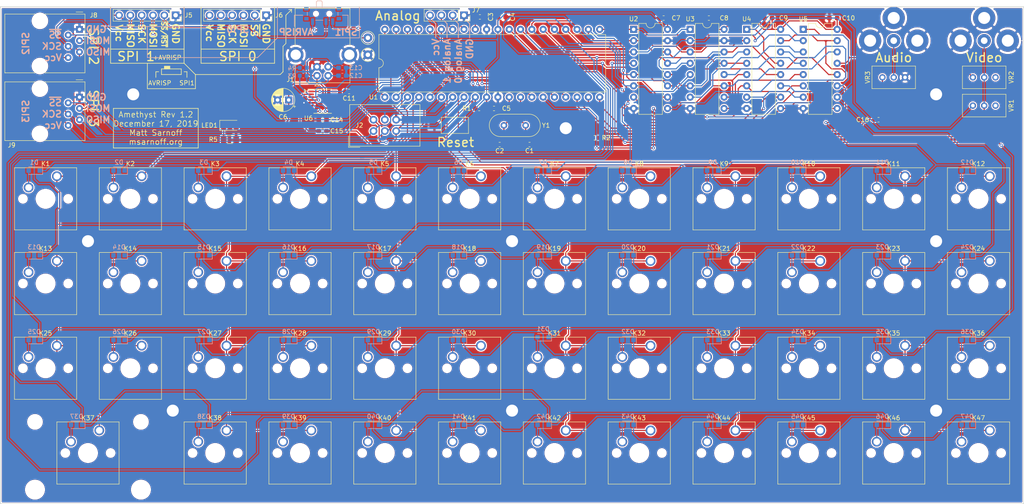
<source format=kicad_pcb>
(kicad_pcb (version 20171130) (host pcbnew "(5.1.4-0-10_14)")
  (layers (0 F.Cu signal) (31 B.Cu signal) (34 B.Paste user) (35 F.Paste user) (36 B.SilkS user) (37 F.SilkS user) (38 B.Mask user) (39 F.Mask user) (44 Edge.Cuts user))
  (net 0 "")
  (net 1 "Net-(C1-Pad1)")
  (net 2 GND)
  (net 3 "Net-(C2-Pad1)")
  (net 4 VCC)
  (net 5 /MISO)
  (net 6 /SCK)
  (net 7 /MOSI)
  (net 8 /~RESET)
  (net 9 "Net-(J3-Pad1)")
  (net 10 /AREF)
  (net 11 /~SYNC)
  (net 12 /AUDIO)
  (net 13 /SRMODE)
  (net 14 /PXCLK)
  (net 15 /PC0)
  (net 16 /PC1)
  (net 17 /PC2)
  (net 18 /PC3)
  (net 19 /PC4)
  (net 20 /PC5)
  (net 21 /PC6)
  (net 22 /PC7)
  (net 23 /RX)
  (net 24 /TX)
  (net 25 /~BLANK)
  (net 26 /~SRLOAD)
  (net 27 "Net-(U2-Pad9)")
  (net 28 "Net-(U2-Pad4)")
  (net 29 "Net-(U2-Pad12)")
  (net 30 "Net-(U2-Pad7)")
  (net 31 "Net-(U3-Pad7)")
  (net 32 "Net-(U3-Pad12)")
  (net 33 "Net-(U3-Pad4)")
  (net 34 "Net-(U3-Pad9)")
  (net 35 "Net-(U4-Pad1)")
  (net 36 "Net-(U5-Pad1)")
  (net 37 "Net-(VR1-Pad3)")
  (net 38 "Net-(VR2-Pad3)")
  (net 39 /~SS0)
  (net 40 /~SS1)
  (net 41 "Net-(D1-Pad2)")
  (net 42 "Net-(D2-Pad2)")
  (net 43 "Net-(D3-Pad2)")
  (net 44 "Net-(D4-Pad2)")
  (net 45 "Net-(D5-Pad2)")
  (net 46 "Net-(D6-Pad2)")
  (net 47 "Net-(D7-Pad2)")
  (net 48 "Net-(D8-Pad2)")
  (net 49 "Net-(D9-Pad2)")
  (net 50 "Net-(D10-Pad2)")
  (net 51 "Net-(D11-Pad2)")
  (net 52 "Net-(D12-Pad2)")
  (net 53 "Net-(D13-Pad2)")
  (net 54 "Net-(D14-Pad2)")
  (net 55 "Net-(D15-Pad2)")
  (net 56 "Net-(D16-Pad2)")
  (net 57 "Net-(D17-Pad2)")
  (net 58 "Net-(D18-Pad2)")
  (net 59 "Net-(D19-Pad2)")
  (net 60 "Net-(D20-Pad2)")
  (net 61 "Net-(D21-Pad2)")
  (net 62 "Net-(D22-Pad2)")
  (net 63 "Net-(D23-Pad2)")
  (net 64 "Net-(D24-Pad2)")
  (net 65 "Net-(D25-Pad2)")
  (net 66 "Net-(D26-Pad2)")
  (net 67 "Net-(D27-Pad2)")
  (net 68 "Net-(D28-Pad2)")
  (net 69 "Net-(D29-Pad2)")
  (net 70 "Net-(D30-Pad2)")
  (net 71 "Net-(D31-Pad2)")
  (net 72 "Net-(D32-Pad2)")
  (net 73 "Net-(D33-Pad2)")
  (net 74 "Net-(D34-Pad2)")
  (net 75 "Net-(D35-Pad2)")
  (net 76 "Net-(D36-Pad2)")
  (net 77 "Net-(D37-Pad2)")
  (net 78 "Net-(D38-Pad2)")
  (net 79 "Net-(D39-Pad2)")
  (net 80 "Net-(D40-Pad2)")
  (net 81 "Net-(D41-Pad2)")
  (net 82 "Net-(D42-Pad2)")
  (net 83 "Net-(D43-Pad2)")
  (net 84 /KR0)
  (net 85 /KR1)
  (net 86 /KR2)
  (net 87 /KR3)
  (net 88 /KR4)
  (net 89 /KR5)
  (net 90 /USBDM)
  (net 91 /USBDP)
  (net 92 "Net-(U6-Pad7)")
  (net 93 /~SS2)
  (net 94 /~SS3)
  (net 95 /ANA1)
  (net 96 /ANA0)
  (net 97 "Net-(LED1-Pad1)")
  (net 98 "Net-(D44-Pad2)")
  (net 99 "Net-(D45-Pad2)")
  (net 100 "Net-(D46-Pad2)")
  (net 101 "Net-(D47-Pad2)")
  (net 102 /~SHIFTEN)
  (net 103 "Net-(J4-Pad1)")
  (net 104 "Net-(R4-Pad1)")
  (net 105 "Net-(C16-Pad1)")
  (net 106 "Net-(U6-Pad6)")
  (net 107 "Net-(U6-Pad14)")
  (net 108 "Net-(U6-Pad15)")
  (net 109 "Net-(U6-Pad16)")
  (net 110 "Net-(R3-Pad1)")
  (net 111 "Net-(C14-Pad1)")
  (net 112 "Net-(C15-Pad2)")
  (net 113 "Net-(J5-Pad2)")
  (module Connector_PinSocket_2.54mm:PinSocket_1x06_P2.54mm_Vertical (layer F.Cu) (at 82.55 24.765 270)
    (fp_text reference J6 (at 0 -2.921) (layer F.SilkS))
    (fp_text value SPI0)
    (pad 6 thru_hole oval (at 0 12.7 270) (size 1.7 1.7) (drill 1) (layers *.Cu *.Mask) (net 4 VCC))
    (pad 5 thru_hole oval (at 0 10.16 270) (size 1.7 1.7) (drill 1) (layers *.Cu *.Mask) (net 5 /MISO))
    (pad 4 thru_hole oval (at 0 7.62 270) (size 1.7 1.7) (drill 1) (layers *.Cu *.Mask) (net 6 /SCK))
    (pad 3 thru_hole oval (at 0 5.08 270) (size 1.7 1.7) (drill 1) (layers *.Cu *.Mask) (net 7 /MOSI))
    (pad 2 thru_hole oval (at 0 2.54 270) (size 1.7 1.7) (drill 1) (layers *.Cu *.Mask) (net 39 /~SS0))
    (pad 1 thru_hole rect (at 0 0 270) (size 1.7 1.7) (drill 1) (layers *.Cu *.Mask) (net 2 GND))
  )
  (module Connector_PinSocket_2.54mm:PinSocket_1x06_P2.54mm_Vertical (layer F.Cu) (at 62.23 24.765 270)
    (fp_text reference J5 (at 0 -2.921) (layer F.SilkS))
    (fp_text value SPI1)
    (pad 6 thru_hole oval (at 0 12.7 270) (size 1.7 1.7) (drill 1) (layers *.Cu *.Mask) (net 4 VCC))
    (pad 5 thru_hole oval (at 0 10.16 270) (size 1.7 1.7) (drill 1) (layers *.Cu *.Mask) (net 5 /MISO))
    (pad 4 thru_hole oval (at 0 7.62 270) (size 1.7 1.7) (drill 1) (layers *.Cu *.Mask) (net 6 /SCK))
    (pad 3 thru_hole oval (at 0 5.08 270) (size 1.7 1.7) (drill 1) (layers *.Cu *.Mask) (net 7 /MOSI))
    (pad 2 thru_hole oval (at 0 2.54 270) (size 1.7 1.7) (drill 1) (layers *.Cu *.Mask) (net 113 "Net-(J5-Pad2)"))
    (pad 1 thru_hole rect (at 0 0 270) (size 1.7 1.7) (drill 1) (layers *.Cu *.Mask) (net 2 GND))
  )
  (module Package_DIP:DIP-16_W7.62mm (layer F.Cu) (at 203.2 27.94)
    (fp_text reference U5 (at 0 -2.33) (layer F.SilkS))
    (fp_text value 74HC166)
    (pad 16 thru_hole oval (at 7.62 0) (size 1.6 1.6) (drill 0.8) (layers *.Cu *.Mask) (net 4 VCC))
    (pad 8 thru_hole oval (at 0 17.78) (size 1.6 1.6) (drill 0.8) (layers *.Cu *.Mask) (net 2 GND))
    (pad 15 thru_hole oval (at 7.62 2.54) (size 1.6 1.6) (drill 0.8) (layers *.Cu *.Mask) (net 26 /~SRLOAD))
    (pad 7 thru_hole oval (at 0 15.24) (size 1.6 1.6) (drill 0.8) (layers *.Cu *.Mask) (net 14 /PXCLK))
    (pad 14 thru_hole oval (at 7.62 5.08) (size 1.6 1.6) (drill 0.8) (layers *.Cu *.Mask) (net 22 /PC7))
    (pad 6 thru_hole oval (at 0 12.7) (size 1.6 1.6) (drill 0.8) (layers *.Cu *.Mask) (net 102 /~SHIFTEN))
    (pad 13 thru_hole oval (at 7.62 7.62) (size 1.6 1.6) (drill 0.8) (layers *.Cu *.Mask) (net 36 "Net-(U5-Pad1)"))
    (pad 5 thru_hole oval (at 0 10.16) (size 1.6 1.6) (drill 0.8) (layers *.Cu *.Mask) (net 34 "Net-(U3-Pad9)"))
    (pad 12 thru_hole oval (at 7.62 10.16) (size 1.6 1.6) (drill 0.8) (layers *.Cu *.Mask) (net 21 /PC6))
    (pad 4 thru_hole oval (at 0 7.62) (size 1.6 1.6) (drill 0.8) (layers *.Cu *.Mask) (net 32 "Net-(U3-Pad12)"))
    (pad 11 thru_hole oval (at 7.62 12.7) (size 1.6 1.6) (drill 0.8) (layers *.Cu *.Mask) (net 20 /PC5))
    (pad 3 thru_hole oval (at 0 5.08) (size 1.6 1.6) (drill 0.8) (layers *.Cu *.Mask) (net 31 "Net-(U3-Pad7)"))
    (pad 10 thru_hole oval (at 7.62 15.24) (size 1.6 1.6) (drill 0.8) (layers *.Cu *.Mask) (net 19 /PC4))
    (pad 2 thru_hole oval (at 0 2.54) (size 1.6 1.6) (drill 0.8) (layers *.Cu *.Mask) (net 33 "Net-(U3-Pad4)"))
    (pad 9 thru_hole oval (at 7.62 17.78) (size 1.6 1.6) (drill 0.8) (layers *.Cu *.Mask) (net 25 /~BLANK))
    (pad 1 thru_hole rect (at 0 0) (size 1.6 1.6) (drill 0.8) (layers *.Cu *.Mask) (net 36 "Net-(U5-Pad1)"))
  )
  (module MountingHole:MountingHole_2.7mm_M2.5_DIN965_Pad (layer F.Cu) (at 137.795 75.565)
    (fp_text reference REF** hide)
    (fp_text value MountingHole_2.7mm_M2.5_DIN965_Pad)
    (pad 1 thru_hole circle (at 0 0) (size 4.700001 4.700001) (drill 2.7) (layers *.Cu *.Mask) (net 2 GND))
  )
  (module MountingHole:MountingHole_2.7mm_M2.5_DIN965_Pad (layer F.Cu) (at 233.045 75.565)
    (fp_text reference REF** hide)
    (fp_text value MountingHole_2.7mm_M2.5_DIN965_Pad)
    (pad 1 thru_hole circle (at 0 0) (size 4.700001 4.700001) (drill 2.7) (layers *.Cu *.Mask) (net 2 GND))
  )
  (module MountingHole:MountingHole_2.7mm_M2.5_DIN965_Pad (layer F.Cu) (at 42.545 75.565)
    (fp_text reference REF** hide)
    (fp_text value MountingHole_2.7mm_M2.5_DIN965_Pad)
    (pad 1 thru_hole circle (at 0 0) (size 4.700001 4.700001) (drill 2.7) (layers *.Cu *.Mask) (net 2 GND))
  )
  (module MountingHole:MountingHole_2.7mm_M2.5_DIN965_Pad (layer F.Cu) (at 149.86 50.165)
    (fp_text reference REF** hide)
    (fp_text value MountingHole_2.7mm_M2.5_DIN965_Pad)
    (pad 1 thru_hole circle (at 0 0) (size 4.7 4.7) (drill 2.7) (layers *.Cu *.Mask) (net 2 GND))
  )
  (module MountingHole:MountingHole_2.7mm_M2.5_DIN965_Pad (layer F.Cu) (at 52.705 42.545)
    (fp_text reference REF** hide)
    (fp_text value MountingHole_2.7mm_M2.5_DIN965_Pad)
    (pad 1 thru_hole circle (at 0 0) (size 4.7 4.7) (drill 2.7) (layers *.Cu *.Mask) (net 2 GND))
  )
  (module MountingHole:MountingHole_2.7mm_M2.5_DIN965_Pad (layer F.Cu) (at 233.045 42.545)
    (fp_text reference REF** hide)
    (fp_text value MountingHole_2.7mm_M2.5_DIN965_Pad)
    (pad 1 thru_hole circle (at 0 0) (size 4.700001 4.700001) (drill 2.7) (layers *.Cu *.Mask) (net 2 GND))
  )
  (module MountingHole:MountingHole_2.7mm_M2.5_DIN965_Pad (layer F.Cu) (at 61.595 113.665)
    (fp_text reference REF** hide)
    (fp_text value MountingHole_2.7mm_M2.5_DIN965_Pad)
    (pad 1 thru_hole circle (at 0 0) (size 4.700001 4.700001) (drill 2.7) (layers *.Cu *.Mask) (net 2 GND))
  )
  (module MountingHole:MountingHole_2.7mm_M2.5_DIN965_Pad (layer F.Cu) (at 137.795 113.665)
    (fp_text reference REF** hide)
    (fp_text value MountingHole_2.7mm_M2.5_DIN965_Pad)
    (pad 1 thru_hole circle (at 0 0) (size 4.700001 4.700001) (drill 2.7) (layers *.Cu *.Mask) (net 2 GND))
  )
  (module MountingHole:MountingHole_2.7mm_M2.5_DIN965_Pad (layer F.Cu) (at 233.045 113.665)
    (fp_text reference REF** hide)
    (fp_text value MountingHole_2.7mm_M2.5_DIN965_Pad)
    (pad 1 thru_hole circle (at 0 0) (size 4.700001 4.700001) (drill 2.7) (layers *.Cu *.Mask) (net 2 GND))
  )
  (module Capacitor_SMD:C_0603_1608Metric_Pad1.05x0.95mm_HandSolder (layer F.Cu) (at 95.25 48.26 180)
    (fp_text reference C14 (at -3.175 0) (layer F.SilkS))
    (fp_text value 0.1uF)
    (pad 2 smd roundrect (at 0.875 0 180) (size 1.05 0.95) (layers F.Cu F.Paste F.Mask) (net 2 GND))
    (pad 1 smd roundrect (at -0.875 0 180) (size 1.05 0.95) (layers F.Cu F.Paste F.Mask) (net 111 "Net-(C14-Pad1)"))
  )
  (module Connector_USB:USB_B_OST_USB-B1HSxx_Horizontal (layer F.Cu) (at 93.98 38.354 90)
    (fp_text reference J1 (at -0.889 -5.969 180) (layer F.SilkS))
    (fp_text value USB-B)
    (pad 1 thru_hole circle (at 0 0 90) (size 1.7 1.7) (drill 0.92) (layers *.Cu *.Mask) (net 4 VCC))
    (pad 2 thru_hole circle (at 0 2.5 90) (size 1.7 1.7) (drill 0.92) (layers *.Cu *.Mask) (net 90 /USBDM))
    (pad 3 thru_hole circle (at 2 2.5 90) (size 1.7 1.7) (drill 0.92) (layers *.Cu *.Mask) (net 91 /USBDP))
    (pad 4 thru_hole circle (at 2 0 90) (size 1.7 1.7) (drill 0.92) (layers *.Cu *.Mask) (net 2 GND))
    (pad 5 thru_hole circle (at 4.71 -4.77 90) (size 3.5 3.5) (drill 2.33) (layers *.Cu *.Mask) (net 2 GND))
    (pad 5 thru_hole circle (at 4.71 7.27 90) (size 3.5 3.5) (drill 2.33) (layers *.Cu *.Mask) (net 2 GND))
  )
  (module Package_DIP:DIP-40_W15.24mm (layer F.Cu) (at 109.22 43.18 90)
    (fp_text reference U1 (at 0 -2.54 180) (layer F.SilkS))
    (fp_text value ATmega1284P-PU)
    (pad 1 thru_hole circle (at 0 0 90) (size 1.6 1.6) (drill 0.8) (layers *.Cu *.Mask) (net 40 /~SS1))
    (pad 21 thru_hole oval (at 15.24 48.26 90) (size 1.6 1.6) (drill 0.8) (layers *.Cu *.Mask) (net 13 /SRMODE))
    (pad 2 thru_hole oval (at 0 2.54 90) (size 1.6 1.6) (drill 0.8) (layers *.Cu *.Mask) (net 14 /PXCLK))
    (pad 22 thru_hole oval (at 15.24 45.72 90) (size 1.6 1.6) (drill 0.8) (layers *.Cu *.Mask) (net 15 /PC0))
    (pad 3 thru_hole oval (at 0 5.08 90) (size 1.6 1.6) (drill 0.8) (layers *.Cu *.Mask) (net 93 /~SS2))
    (pad 23 thru_hole oval (at 15.24 43.18 90) (size 1.6 1.6) (drill 0.8) (layers *.Cu *.Mask) (net 16 /PC1))
    (pad 4 thru_hole oval (at 0 7.62 90) (size 1.6 1.6) (drill 0.8) (layers *.Cu *.Mask) (net 94 /~SS3))
    (pad 24 thru_hole oval (at 15.24 40.64 90) (size 1.6 1.6) (drill 0.8) (layers *.Cu *.Mask) (net 17 /PC2))
    (pad 5 thru_hole oval (at 0 10.16 90) (size 1.6 1.6) (drill 0.8) (layers *.Cu *.Mask) (net 12 /AUDIO))
    (pad 25 thru_hole oval (at 15.24 38.1 90) (size 1.6 1.6) (drill 0.8) (layers *.Cu *.Mask) (net 18 /PC3))
    (pad 6 thru_hole oval (at 0 12.7 90) (size 1.6 1.6) (drill 0.8) (layers *.Cu *.Mask) (net 7 /MOSI))
    (pad 26 thru_hole oval (at 15.24 35.56 90) (size 1.6 1.6) (drill 0.8) (layers *.Cu *.Mask) (net 19 /PC4))
    (pad 7 thru_hole oval (at 0 15.24 90) (size 1.6 1.6) (drill 0.8) (layers *.Cu *.Mask) (net 5 /MISO))
    (pad 27 thru_hole oval (at 15.24 33.02 90) (size 1.6 1.6) (drill 0.8) (layers *.Cu *.Mask) (net 20 /PC5))
    (pad 8 thru_hole oval (at 0 17.78 90) (size 1.6 1.6) (drill 0.8) (layers *.Cu *.Mask) (net 6 /SCK))
    (pad 28 thru_hole oval (at 15.24 30.48 90) (size 1.6 1.6) (drill 0.8) (layers *.Cu *.Mask) (net 21 /PC6))
    (pad 9 thru_hole oval (at 0 20.32 90) (size 1.6 1.6) (drill 0.8) (layers *.Cu *.Mask) (net 8 /~RESET))
    (pad 29 thru_hole oval (at 15.24 27.94 90) (size 1.6 1.6) (drill 0.8) (layers *.Cu *.Mask) (net 22 /PC7))
    (pad 10 thru_hole oval (at 0 22.86 90) (size 1.6 1.6) (drill 0.8) (layers *.Cu *.Mask) (net 4 VCC))
    (pad 30 thru_hole oval (at 15.24 25.4 90) (size 1.6 1.6) (drill 0.8) (layers *.Cu *.Mask) (net 4 VCC))
    (pad 11 thru_hole oval (at 0 25.4 90) (size 1.6 1.6) (drill 0.8) (layers *.Cu *.Mask) (net 2 GND))
    (pad 31 thru_hole oval (at 15.24 22.86 90) (size 1.6 1.6) (drill 0.8) (layers *.Cu *.Mask) (net 2 GND))
    (pad 12 thru_hole oval (at 0 27.94 90) (size 1.6 1.6) (drill 0.8) (layers *.Cu *.Mask) (net 3 "Net-(C2-Pad1)"))
    (pad 32 thru_hole oval (at 15.24 20.32 90) (size 1.6 1.6) (drill 0.8) (layers *.Cu *.Mask) (net 10 /AREF))
    (pad 13 thru_hole oval (at 0 30.48 90) (size 1.6 1.6) (drill 0.8) (layers *.Cu *.Mask) (net 1 "Net-(C1-Pad1)"))
    (pad 33 thru_hole oval (at 15.24 17.78 90) (size 1.6 1.6) (drill 0.8) (layers *.Cu *.Mask) (net 96 /ANA0))
    (pad 14 thru_hole oval (at 0 33.02 90) (size 1.6 1.6) (drill 0.8) (layers *.Cu *.Mask) (net 39 /~SS0))
    (pad 34 thru_hole oval (at 15.24 15.24 90) (size 1.6 1.6) (drill 0.8) (layers *.Cu *.Mask) (net 95 /ANA1))
    (pad 15 thru_hole oval (at 0 35.56 90) (size 1.6 1.6) (drill 0.8) (layers *.Cu *.Mask) (net 102 /~SHIFTEN))
    (pad 35 thru_hole oval (at 15.24 12.7 90) (size 1.6 1.6) (drill 0.8) (layers *.Cu *.Mask) (net 89 /KR5))
    (pad 16 thru_hole oval (at 0 38.1 90) (size 1.6 1.6) (drill 0.8) (layers *.Cu *.Mask) (net 23 /RX))
    (pad 36 thru_hole oval (at 15.24 10.16 90) (size 1.6 1.6) (drill 0.8) (layers *.Cu *.Mask) (net 88 /KR4))
    (pad 17 thru_hole oval (at 0 40.64 90) (size 1.6 1.6) (drill 0.8) (layers *.Cu *.Mask) (net 24 /TX))
    (pad 37 thru_hole oval (at 15.24 7.62 90) (size 1.6 1.6) (drill 0.8) (layers *.Cu *.Mask) (net 87 /KR3))
    (pad 18 thru_hole oval (at 0 43.18 90) (size 1.6 1.6) (drill 0.8) (layers *.Cu *.Mask) (net 11 /~SYNC))
    (pad 38 thru_hole oval (at 15.24 5.08 90) (size 1.6 1.6) (drill 0.8) (layers *.Cu *.Mask) (net 86 /KR2))
    (pad 19 thru_hole oval (at 0 45.72 90) (size 1.6 1.6) (drill 0.8) (layers *.Cu *.Mask) (net 25 /~BLANK))
    (pad 39 thru_hole oval (at 15.24 2.54 90) (size 1.6 1.6) (drill 0.8) (layers *.Cu *.Mask) (net 85 /KR1))
    (pad 20 thru_hole oval (at 0 48.26 90) (size 1.6 1.6) (drill 0.8) (layers *.Cu *.Mask) (net 26 /~SRLOAD))
    (pad 40 thru_hole oval (at 15.24 0 90) (size 1.6 1.6) (drill 0.8) (layers *.Cu *.Mask) (net 84 /KR0))
  )
  (module Package_DIP:DIP-16_W7.62mm (layer F.Cu) (at 177.8 27.94)
    (fp_text reference U3 (at 0 -2.33) (layer F.SilkS))
    (fp_text value 74HC157)
    (pad 16 thru_hole oval (at 7.62 0) (size 1.6 1.6) (drill 0.8) (layers *.Cu *.Mask) (net 4 VCC))
    (pad 8 thru_hole oval (at 0 17.78) (size 1.6 1.6) (drill 0.8) (layers *.Cu *.Mask) (net 2 GND))
    (pad 15 thru_hole oval (at 7.62 2.54) (size 1.6 1.6) (drill 0.8) (layers *.Cu *.Mask) (net 2 GND))
    (pad 7 thru_hole oval (at 0 15.24) (size 1.6 1.6) (drill 0.8) (layers *.Cu *.Mask) (net 31 "Net-(U3-Pad7)"))
    (pad 14 thru_hole oval (at 7.62 5.08) (size 1.6 1.6) (drill 0.8) (layers *.Cu *.Mask) (net 21 /PC6))
    (pad 6 thru_hole oval (at 0 12.7) (size 1.6 1.6) (drill 0.8) (layers *.Cu *.Mask) (net 16 /PC1))
    (pad 13 thru_hole oval (at 7.62 7.62) (size 1.6 1.6) (drill 0.8) (layers *.Cu *.Mask) (net 17 /PC2))
    (pad 5 thru_hole oval (at 0 10.16) (size 1.6 1.6) (drill 0.8) (layers *.Cu *.Mask) (net 20 /PC5))
    (pad 12 thru_hole oval (at 7.62 10.16) (size 1.6 1.6) (drill 0.8) (layers *.Cu *.Mask) (net 32 "Net-(U3-Pad12)"))
    (pad 4 thru_hole oval (at 0 7.62) (size 1.6 1.6) (drill 0.8) (layers *.Cu *.Mask) (net 33 "Net-(U3-Pad4)"))
    (pad 11 thru_hole oval (at 7.62 12.7) (size 1.6 1.6) (drill 0.8) (layers *.Cu *.Mask) (net 22 /PC7))
    (pad 3 thru_hole oval (at 0 5.08) (size 1.6 1.6) (drill 0.8) (layers *.Cu *.Mask) (net 15 /PC0))
    (pad 10 thru_hole oval (at 7.62 15.24) (size 1.6 1.6) (drill 0.8) (layers *.Cu *.Mask) (net 18 /PC3))
    (pad 2 thru_hole oval (at 0 2.54) (size 1.6 1.6) (drill 0.8) (layers *.Cu *.Mask) (net 19 /PC4))
    (pad 9 thru_hole oval (at 7.62 17.78) (size 1.6 1.6) (drill 0.8) (layers *.Cu *.Mask) (net 34 "Net-(U3-Pad9)"))
    (pad 1 thru_hole rect (at 0 0) (size 1.6 1.6) (drill 0.8) (layers *.Cu *.Mask) (net 13 /SRMODE))
  )
  (module Button_Switch_Keyboard:SW_Cherry_MX1A_1.00u_PCB (layer F.Cu) (at 35.56 80.01)
    (fp_text reference K13 (at -2.54 -2.794) (layer F.SilkS))
    (fp_text value SW_Push)
    (pad "" np_thru_hole circle (at 2.54 5.08) (size 1.7 1.7) (drill 1.7) (layers *.Cu *.Mask))
    (pad "" np_thru_hole circle (at -7.62 5.08) (size 1.7 1.7) (drill 1.7) (layers *.Cu *.Mask))
    (pad "" np_thru_hole circle (at -2.54 5.08) (size 4 4) (drill 4) (layers *.Cu *.Mask))
    (pad 2 thru_hole circle (at -6.35 2.54) (size 2.2 2.2) (drill 1.5) (layers *.Cu *.Mask) (net 53 "Net-(D13-Pad2)"))
    (pad 1 thru_hole circle (at 0 0) (size 2.2 2.2) (drill 1.5) (layers *.Cu *.Mask) (net 84 /KR0))
  )
  (module Button_Switch_Keyboard:SW_Cherry_MX1A_1.00u_PCB (layer F.Cu) (at 226.06 60.96)
    (fp_text reference K11 (at -2.54 -2.794) (layer F.SilkS))
    (fp_text value SW_Push)
    (pad "" np_thru_hole circle (at 2.54 5.08) (size 1.7 1.7) (drill 1.7) (layers *.Cu *.Mask))
    (pad "" np_thru_hole circle (at -7.62 5.08) (size 1.7 1.7) (drill 1.7) (layers *.Cu *.Mask))
    (pad "" np_thru_hole circle (at -2.54 5.08) (size 4 4) (drill 4) (layers *.Cu *.Mask))
    (pad 2 thru_hole circle (at -6.35 2.54) (size 2.2 2.2) (drill 1.5) (layers *.Cu *.Mask) (net 51 "Net-(D11-Pad2)"))
    (pad 1 thru_hole circle (at 0 0) (size 2.2 2.2) (drill 1.5) (layers *.Cu *.Mask) (net 89 /KR5))
  )
  (module Button_Switch_Keyboard:SW_Cherry_MX1A_1.00u_PCB (layer F.Cu) (at 54.61 60.96)
    (fp_text reference K2 (at -2.54 -2.794) (layer F.SilkS))
    (fp_text value SW_Push)
    (pad 1 thru_hole circle (at 0 0) (size 2.2 2.2) (drill 1.5) (layers *.Cu *.Mask) (net 84 /KR0))
    (pad 2 thru_hole circle (at -6.35 2.54) (size 2.2 2.2) (drill 1.5) (layers *.Cu *.Mask) (net 42 "Net-(D2-Pad2)"))
    (pad "" np_thru_hole circle (at -2.54 5.08) (size 4 4) (drill 4) (layers *.Cu *.Mask))
    (pad "" np_thru_hole circle (at -7.62 5.08) (size 1.7 1.7) (drill 1.7) (layers *.Cu *.Mask))
    (pad "" np_thru_hole circle (at 2.54 5.08) (size 1.7 1.7) (drill 1.7) (layers *.Cu *.Mask))
  )
  (module Button_Switch_Keyboard:SW_Cherry_MX1A_1.00u_PCB (layer F.Cu) (at 35.56 99.06)
    (fp_text reference K25 (at -2.54 -2.794) (layer F.SilkS))
    (fp_text value SW_Push)
    (pad 1 thru_hole circle (at 0 0) (size 2.2 2.2) (drill 1.5) (layers *.Cu *.Mask) (net 84 /KR0))
    (pad 2 thru_hole circle (at -6.35 2.54) (size 2.2 2.2) (drill 1.5) (layers *.Cu *.Mask) (net 65 "Net-(D25-Pad2)"))
    (pad "" np_thru_hole circle (at -2.54 5.08) (size 4 4) (drill 4) (layers *.Cu *.Mask))
    (pad "" np_thru_hole circle (at -7.62 5.08) (size 1.7 1.7) (drill 1.7) (layers *.Cu *.Mask))
    (pad "" np_thru_hole circle (at 2.54 5.08) (size 1.7 1.7) (drill 1.7) (layers *.Cu *.Mask))
  )
  (module Button_Switch_Keyboard:SW_Cherry_MX1A_1.00u_PCB (layer F.Cu) (at 54.61 99.06)
    (fp_text reference K26 (at -2.54 -2.794) (layer F.SilkS))
    (fp_text value SW_Push)
    (pad 1 thru_hole circle (at 0 0) (size 2.2 2.2) (drill 1.5) (layers *.Cu *.Mask) (net 84 /KR0))
    (pad 2 thru_hole circle (at -6.35 2.54) (size 2.2 2.2) (drill 1.5) (layers *.Cu *.Mask) (net 66 "Net-(D26-Pad2)"))
    (pad "" np_thru_hole circle (at -2.54 5.08) (size 4 4) (drill 4) (layers *.Cu *.Mask))
    (pad "" np_thru_hole circle (at -7.62 5.08) (size 1.7 1.7) (drill 1.7) (layers *.Cu *.Mask))
    (pad "" np_thru_hole circle (at 2.54 5.08) (size 1.7 1.7) (drill 1.7) (layers *.Cu *.Mask))
  )
  (module Button_Switch_Keyboard:SW_Cherry_MX1A_1.00u_PCB (layer F.Cu) (at 73.66 99.06)
    (fp_text reference K27 (at -2.54 -2.794) (layer F.SilkS))
    (fp_text value SW_Push)
    (pad "" np_thru_hole circle (at 2.54 5.08) (size 1.7 1.7) (drill 1.7) (layers *.Cu *.Mask))
    (pad "" np_thru_hole circle (at -7.62 5.08) (size 1.7 1.7) (drill 1.7) (layers *.Cu *.Mask))
    (pad "" np_thru_hole circle (at -2.54 5.08) (size 4 4) (drill 4) (layers *.Cu *.Mask))
    (pad 2 thru_hole circle (at -6.35 2.54) (size 2.2 2.2) (drill 1.5) (layers *.Cu *.Mask) (net 67 "Net-(D27-Pad2)"))
    (pad 1 thru_hole circle (at 0 0) (size 2.2 2.2) (drill 1.5) (layers *.Cu *.Mask) (net 85 /KR1))
  )
  (module Button_Switch_Keyboard:SW_Cherry_MX1A_1.00u_PCB (layer F.Cu) (at 130.81 80.01)
    (fp_text reference K18 (at -2.54 -2.794) (layer F.SilkS))
    (fp_text value SW_Push)
    (pad 1 thru_hole circle (at 0 0) (size 2.2 2.2) (drill 1.5) (layers *.Cu *.Mask) (net 86 /KR2))
    (pad 2 thru_hole circle (at -6.35 2.54) (size 2.2 2.2) (drill 1.5) (layers *.Cu *.Mask) (net 58 "Net-(D18-Pad2)"))
    (pad "" np_thru_hole circle (at -2.54 5.08) (size 4 4) (drill 4) (layers *.Cu *.Mask))
    (pad "" np_thru_hole circle (at -7.62 5.08) (size 1.7 1.7) (drill 1.7) (layers *.Cu *.Mask))
    (pad "" np_thru_hole circle (at 2.54 5.08) (size 1.7 1.7) (drill 1.7) (layers *.Cu *.Mask))
  )
  (module Button_Switch_Keyboard:SW_Cherry_MX1A_1.00u_PCB (layer F.Cu) (at 130.81 118.11)
    (fp_text reference K41 (at -2.54 -2.794) (layer F.SilkS))
    (fp_text value SW_Push)
    (pad 1 thru_hole circle (at 0 0) (size 2.2 2.2) (drill 1.5) (layers *.Cu *.Mask) (net 86 /KR2))
    (pad 2 thru_hole circle (at -6.35 2.54) (size 2.2 2.2) (drill 1.5) (layers *.Cu *.Mask) (net 81 "Net-(D41-Pad2)"))
    (pad "" np_thru_hole circle (at -2.54 5.08) (size 4 4) (drill 4) (layers *.Cu *.Mask))
    (pad "" np_thru_hole circle (at -7.62 5.08) (size 1.7 1.7) (drill 1.7) (layers *.Cu *.Mask))
    (pad "" np_thru_hole circle (at 2.54 5.08) (size 1.7 1.7) (drill 1.7) (layers *.Cu *.Mask))
  )
  (module Button_Switch_Keyboard:SW_Cherry_MX1A_1.00u_PCB (layer F.Cu) (at 168.91 60.96)
    (fp_text reference K8 (at -2.54 -2.794) (layer F.SilkS))
    (fp_text value SW_Push)
    (pad 1 thru_hole circle (at 0 0) (size 2.2 2.2) (drill 1.5) (layers *.Cu *.Mask) (net 87 /KR3))
    (pad 2 thru_hole circle (at -6.35 2.54) (size 2.2 2.2) (drill 1.5) (layers *.Cu *.Mask) (net 48 "Net-(D8-Pad2)"))
    (pad "" np_thru_hole circle (at -2.54 5.08) (size 4 4) (drill 4) (layers *.Cu *.Mask))
    (pad "" np_thru_hole circle (at -7.62 5.08) (size 1.7 1.7) (drill 1.7) (layers *.Cu *.Mask))
    (pad "" np_thru_hole circle (at 2.54 5.08) (size 1.7 1.7) (drill 1.7) (layers *.Cu *.Mask))
  )
  (module Button_Switch_Keyboard:SW_Cherry_MX1A_1.00u_PCB (layer F.Cu) (at 168.91 99.06)
    (fp_text reference K32 (at -2.54 -2.794) (layer F.SilkS))
    (fp_text value SW_Push)
    (pad "" np_thru_hole circle (at 2.54 5.08) (size 1.7 1.7) (drill 1.7) (layers *.Cu *.Mask))
    (pad "" np_thru_hole circle (at -7.62 5.08) (size 1.7 1.7) (drill 1.7) (layers *.Cu *.Mask))
    (pad "" np_thru_hole circle (at -2.54 5.08) (size 4 4) (drill 4) (layers *.Cu *.Mask))
    (pad 2 thru_hole circle (at -6.35 2.54) (size 2.2 2.2) (drill 1.5) (layers *.Cu *.Mask) (net 72 "Net-(D32-Pad2)"))
    (pad 1 thru_hole circle (at 0 0) (size 2.2 2.2) (drill 1.5) (layers *.Cu *.Mask) (net 87 /KR3))
  )
  (module Button_Switch_Keyboard:SW_Cherry_MX1A_1.00u_PCB (layer F.Cu) (at 207.01 80.01)
    (fp_text reference K22 (at -2.54 -2.794) (layer F.SilkS))
    (fp_text value SW_Push)
    (pad 1 thru_hole circle (at 0 0) (size 2.2 2.2) (drill 1.5) (layers *.Cu *.Mask) (net 88 /KR4))
    (pad 2 thru_hole circle (at -6.35 2.54) (size 2.2 2.2) (drill 1.5) (layers *.Cu *.Mask) (net 62 "Net-(D22-Pad2)"))
    (pad "" np_thru_hole circle (at -2.54 5.08) (size 4 4) (drill 4) (layers *.Cu *.Mask))
    (pad "" np_thru_hole circle (at -7.62 5.08) (size 1.7 1.7) (drill 1.7) (layers *.Cu *.Mask))
    (pad "" np_thru_hole circle (at 2.54 5.08) (size 1.7 1.7) (drill 1.7) (layers *.Cu *.Mask))
  )
  (module Button_Switch_Keyboard:SW_Cherry_MX1A_1.00u_PCB (layer F.Cu) (at 207.01 99.06)
    (fp_text reference K34 (at -2.54 -2.794) (layer F.SilkS))
    (fp_text value SW_Push)
    (pad 1 thru_hole circle (at 0 0) (size 2.2 2.2) (drill 1.5) (layers *.Cu *.Mask) (net 88 /KR4))
    (pad 2 thru_hole circle (at -6.35 2.54) (size 2.2 2.2) (drill 1.5) (layers *.Cu *.Mask) (net 74 "Net-(D34-Pad2)"))
    (pad "" np_thru_hole circle (at -2.54 5.08) (size 4 4) (drill 4) (layers *.Cu *.Mask))
    (pad "" np_thru_hole circle (at -7.62 5.08) (size 1.7 1.7) (drill 1.7) (layers *.Cu *.Mask))
    (pad "" np_thru_hole circle (at 2.54 5.08) (size 1.7 1.7) (drill 1.7) (layers *.Cu *.Mask))
  )
  (module Button_Switch_Keyboard:SW_Cherry_MX1A_1.00u_PCB (layer F.Cu) (at 245.11 60.96)
    (fp_text reference K12 (at -2.54 -2.794) (layer F.SilkS))
    (fp_text value SW_Push)
    (pad 1 thru_hole circle (at 0 0) (size 2.2 2.2) (drill 1.5) (layers *.Cu *.Mask) (net 89 /KR5))
    (pad 2 thru_hole circle (at -6.35 2.54) (size 2.2 2.2) (drill 1.5) (layers *.Cu *.Mask) (net 52 "Net-(D12-Pad2)"))
    (pad "" np_thru_hole circle (at -2.54 5.08) (size 4 4) (drill 4) (layers *.Cu *.Mask))
    (pad "" np_thru_hole circle (at -7.62 5.08) (size 1.7 1.7) (drill 1.7) (layers *.Cu *.Mask))
    (pad "" np_thru_hole circle (at 2.54 5.08) (size 1.7 1.7) (drill 1.7) (layers *.Cu *.Mask))
  )
  (module Button_Switch_Keyboard:SW_Cherry_MX1A_1.00u_PCB (layer F.Cu) (at 187.96 60.96)
    (fp_text reference K9 (at -2.54 -2.794) (layer F.SilkS))
    (fp_text value SW_Push)
    (pad "" np_thru_hole circle (at 2.54 5.08) (size 1.7 1.7) (drill 1.7) (layers *.Cu *.Mask))
    (pad "" np_thru_hole circle (at -7.62 5.08) (size 1.7 1.7) (drill 1.7) (layers *.Cu *.Mask))
    (pad "" np_thru_hole circle (at -2.54 5.08) (size 4 4) (drill 4) (layers *.Cu *.Mask))
    (pad 2 thru_hole circle (at -6.35 2.54) (size 2.2 2.2) (drill 1.5) (layers *.Cu *.Mask) (net 49 "Net-(D9-Pad2)"))
    (pad 1 thru_hole circle (at 0 0) (size 2.2 2.2) (drill 1.5) (layers *.Cu *.Mask) (net 88 /KR4))
  )
  (module Diode_SMD:D_SOD-323_HandSoldering (layer B.Cu) (at 125.75 59.69 180)
    (fp_text reference D6 (at 0 1.85 180) (layer B.SilkS) (effects (justify mirror)))
    (fp_text value D_Small)
    (pad 1 smd rect (at -1.25 0 180) (size 1 1) (layers B.Cu B.Paste B.Mask) (net 20 /PC5))
    (pad 2 smd rect (at 1.25 0 180) (size 1 1) (layers B.Cu B.Paste B.Mask) (net 46 "Net-(D6-Pad2)"))
  )
  (module Button_Switch_Keyboard:SW_Cherry_MX1A_1.00u_PCB (layer F.Cu) (at 111.76 60.96)
    (fp_text reference K5 (at -2.54 -2.794) (layer F.SilkS))
    (fp_text value SW_Push)
    (pad "" np_thru_hole circle (at 2.54 5.08) (size 1.7 1.7) (drill 1.7) (layers *.Cu *.Mask))
    (pad "" np_thru_hole circle (at -7.62 5.08) (size 1.7 1.7) (drill 1.7) (layers *.Cu *.Mask))
    (pad "" np_thru_hole circle (at -2.54 5.08) (size 4 4) (drill 4) (layers *.Cu *.Mask))
    (pad 2 thru_hole circle (at -6.35 2.54) (size 2.2 2.2) (drill 1.5) (layers *.Cu *.Mask) (net 45 "Net-(D5-Pad2)"))
    (pad 1 thru_hole circle (at 0 0) (size 2.2 2.2) (drill 1.5) (layers *.Cu *.Mask) (net 86 /KR2))
  )
  (module Button_Switch_Keyboard:SW_Cherry_MX1A_1.00u_PCB (layer F.Cu) (at 187.96 99.06)
    (fp_text reference K33 (at -2.54 -2.794) (layer F.SilkS))
    (fp_text value SW_Push)
    (pad "" np_thru_hole circle (at 2.54 5.08) (size 1.7 1.7) (drill 1.7) (layers *.Cu *.Mask))
    (pad "" np_thru_hole circle (at -7.62 5.08) (size 1.7 1.7) (drill 1.7) (layers *.Cu *.Mask))
    (pad "" np_thru_hole circle (at -2.54 5.08) (size 4 4) (drill 4) (layers *.Cu *.Mask))
    (pad 2 thru_hole circle (at -6.35 2.54) (size 2.2 2.2) (drill 1.5) (layers *.Cu *.Mask) (net 73 "Net-(D33-Pad2)"))
    (pad 1 thru_hole circle (at 0 0) (size 2.2 2.2) (drill 1.5) (layers *.Cu *.Mask) (net 88 /KR4))
  )
  (module Button_Switch_Keyboard:SW_Cherry_MX1A_1.00u_PCB (layer F.Cu) (at 187.96 80.01)
    (fp_text reference K21 (at -2.54 -2.794) (layer F.SilkS))
    (fp_text value SW_Push)
    (pad "" np_thru_hole circle (at 2.54 5.08) (size 1.7 1.7) (drill 1.7) (layers *.Cu *.Mask))
    (pad "" np_thru_hole circle (at -7.62 5.08) (size 1.7 1.7) (drill 1.7) (layers *.Cu *.Mask))
    (pad "" np_thru_hole circle (at -2.54 5.08) (size 4 4) (drill 4) (layers *.Cu *.Mask))
    (pad 2 thru_hole circle (at -6.35 2.54) (size 2.2 2.2) (drill 1.5) (layers *.Cu *.Mask) (net 61 "Net-(D21-Pad2)"))
    (pad 1 thru_hole circle (at 0 0) (size 2.2 2.2) (drill 1.5) (layers *.Cu *.Mask) (net 88 /KR4))
  )
  (module Button_Switch_Keyboard:SW_Cherry_MX1A_1.00u_PCB (layer F.Cu) (at 149.86 80.01)
    (fp_text reference K19 (at -2.54 -2.794) (layer F.SilkS))
    (fp_text value SW_Push)
    (pad "" np_thru_hole circle (at 2.54 5.08) (size 1.7 1.7) (drill 1.7) (layers *.Cu *.Mask))
    (pad "" np_thru_hole circle (at -7.62 5.08) (size 1.7 1.7) (drill 1.7) (layers *.Cu *.Mask))
    (pad "" np_thru_hole circle (at -2.54 5.08) (size 4 4) (drill 4) (layers *.Cu *.Mask))
    (pad 2 thru_hole circle (at -6.35 2.54) (size 2.2 2.2) (drill 1.5) (layers *.Cu *.Mask) (net 59 "Net-(D19-Pad2)"))
    (pad 1 thru_hole circle (at 0 0) (size 2.2 2.2) (drill 1.5) (layers *.Cu *.Mask) (net 87 /KR3))
  )
  (module Button_Switch_Keyboard:SW_Cherry_MX1A_1.00u_PCB (layer F.Cu) (at 111.76 80.01)
    (fp_text reference K17 (at -2.54 -2.794) (layer F.SilkS))
    (fp_text value SW_Push)
    (pad "" np_thru_hole circle (at 2.54 5.08) (size 1.7 1.7) (drill 1.7) (layers *.Cu *.Mask))
    (pad "" np_thru_hole circle (at -7.62 5.08) (size 1.7 1.7) (drill 1.7) (layers *.Cu *.Mask))
    (pad "" np_thru_hole circle (at -2.54 5.08) (size 4 4) (drill 4) (layers *.Cu *.Mask))
    (pad 2 thru_hole circle (at -6.35 2.54) (size 2.2 2.2) (drill 1.5) (layers *.Cu *.Mask) (net 57 "Net-(D17-Pad2)"))
    (pad 1 thru_hole circle (at 0 0) (size 2.2 2.2) (drill 1.5) (layers *.Cu *.Mask) (net 86 /KR2))
  )
  (module Button_Switch_Keyboard:SW_Cherry_MX1A_1.00u_PCB (layer F.Cu) (at 92.71 80.01)
    (fp_text reference K16 (at -2.54 -2.794) (layer F.SilkS))
    (fp_text value SW_Push)
    (pad 1 thru_hole circle (at 0 0) (size 2.2 2.2) (drill 1.5) (layers *.Cu *.Mask) (net 85 /KR1))
    (pad 2 thru_hole circle (at -6.35 2.54) (size 2.2 2.2) (drill 1.5) (layers *.Cu *.Mask) (net 56 "Net-(D16-Pad2)"))
    (pad "" np_thru_hole circle (at -2.54 5.08) (size 4 4) (drill 4) (layers *.Cu *.Mask))
    (pad "" np_thru_hole circle (at -7.62 5.08) (size 1.7 1.7) (drill 1.7) (layers *.Cu *.Mask))
    (pad "" np_thru_hole circle (at 2.54 5.08) (size 1.7 1.7) (drill 1.7) (layers *.Cu *.Mask))
  )
  (module Button_Switch_Keyboard:SW_Cherry_MX1A_1.00u_PCB (layer F.Cu) (at 168.91 80.01)
    (fp_text reference K20 (at -2.54 -2.794) (layer F.SilkS))
    (fp_text value SW_Push)
    (pad 1 thru_hole circle (at 0 0) (size 2.2 2.2) (drill 1.5) (layers *.Cu *.Mask) (net 87 /KR3))
    (pad 2 thru_hole circle (at -6.35 2.54) (size 2.2 2.2) (drill 1.5) (layers *.Cu *.Mask) (net 60 "Net-(D20-Pad2)"))
    (pad "" np_thru_hole circle (at -2.54 5.08) (size 4 4) (drill 4) (layers *.Cu *.Mask))
    (pad "" np_thru_hole circle (at -7.62 5.08) (size 1.7 1.7) (drill 1.7) (layers *.Cu *.Mask))
    (pad "" np_thru_hole circle (at 2.54 5.08) (size 1.7 1.7) (drill 1.7) (layers *.Cu *.Mask))
  )
  (module Button_Switch_Keyboard:SW_Cherry_MX1A_1.00u_PCB (layer F.Cu) (at 73.66 80.01)
    (fp_text reference K15 (at -2.54 -2.794) (layer F.SilkS))
    (fp_text value SW_Push)
    (pad "" np_thru_hole circle (at 2.54 5.08) (size 1.7 1.7) (drill 1.7) (layers *.Cu *.Mask))
    (pad "" np_thru_hole circle (at -7.62 5.08) (size 1.7 1.7) (drill 1.7) (layers *.Cu *.Mask))
    (pad "" np_thru_hole circle (at -2.54 5.08) (size 4 4) (drill 4) (layers *.Cu *.Mask))
    (pad 2 thru_hole circle (at -6.35 2.54) (size 2.2 2.2) (drill 1.5) (layers *.Cu *.Mask) (net 55 "Net-(D15-Pad2)"))
    (pad 1 thru_hole circle (at 0 0) (size 2.2 2.2) (drill 1.5) (layers *.Cu *.Mask) (net 85 /KR1))
  )
  (module Button_Switch_Keyboard:SW_Cherry_MX1A_1.00u_PCB (layer F.Cu) (at 35.56 60.96)
    (fp_text reference K1 (at -2.54 -2.794) (layer F.SilkS))
    (fp_text value SW_Push)
    (pad "" np_thru_hole circle (at 2.54 5.08) (size 1.7 1.7) (drill 1.7) (layers *.Cu *.Mask))
    (pad "" np_thru_hole circle (at -7.62 5.08) (size 1.7 1.7) (drill 1.7) (layers *.Cu *.Mask))
    (pad "" np_thru_hole circle (at -2.54 5.08) (size 4 4) (drill 4) (layers *.Cu *.Mask))
    (pad 2 thru_hole circle (at -6.35 2.54) (size 2.2 2.2) (drill 1.5) (layers *.Cu *.Mask) (net 41 "Net-(D1-Pad2)"))
    (pad 1 thru_hole circle (at 0 0) (size 2.2 2.2) (drill 1.5) (layers *.Cu *.Mask) (net 84 /KR0))
  )
  (module Button_Switch_Keyboard:SW_Cherry_MX1A_1.00u_PCB (layer F.Cu) (at 54.61 80.01)
    (fp_text reference K14 (at -2.54 -2.794) (layer F.SilkS))
    (fp_text value SW_Push)
    (pad 1 thru_hole circle (at 0 0) (size 2.2 2.2) (drill 1.5) (layers *.Cu *.Mask) (net 84 /KR0))
    (pad 2 thru_hole circle (at -6.35 2.54) (size 2.2 2.2) (drill 1.5) (layers *.Cu *.Mask) (net 54 "Net-(D14-Pad2)"))
    (pad "" np_thru_hole circle (at -2.54 5.08) (size 4 4) (drill 4) (layers *.Cu *.Mask))
    (pad "" np_thru_hole circle (at -7.62 5.08) (size 1.7 1.7) (drill 1.7) (layers *.Cu *.Mask))
    (pad "" np_thru_hole circle (at 2.54 5.08) (size 1.7 1.7) (drill 1.7) (layers *.Cu *.Mask))
  )
  (module Connector_IDC:IDC-Header_2x03_P2.54mm_Vertical (layer F.Cu) (at 106.68 50.8 90)
    (fp_text reference J2 (at 1.27 -3.175 180) (layer F.SilkS))
    (fp_text value AVR-ISP-6)
    (pad 1 thru_hole circle (at 0 0 90) (size 1.7272 1.7272) (drill 1.016) (layers *.Cu *.Mask) (net 5 /MISO))
    (pad 2 thru_hole oval (at 2.54 0 90) (size 1.7272 1.7272) (drill 1.016) (layers *.Cu *.Mask) (net 4 VCC))
    (pad 3 thru_hole oval (at 0 2.54 90) (size 1.7272 1.7272) (drill 1.016) (layers *.Cu *.Mask) (net 6 /SCK))
    (pad 4 thru_hole oval (at 2.54 2.54 90) (size 1.7272 1.7272) (drill 1.016) (layers *.Cu *.Mask) (net 7 /MOSI))
    (pad 5 thru_hole oval (at 0 5.08 90) (size 1.7272 1.7272) (drill 1.016) (layers *.Cu *.Mask) (net 8 /~RESET))
    (pad 6 thru_hole oval (at 2.54 5.08 90) (size 1.7272 1.7272) (drill 1.016) (layers *.Cu *.Mask) (net 2 GND))
  )
  (module Button_Switch_Keyboard:SW_Cherry_MX1A_1.00u_PCB (layer F.Cu) (at 226.06 80.01)
    (fp_text reference K23 (at -2.54 -2.794) (layer F.SilkS))
    (fp_text value SW_Push)
    (pad "" np_thru_hole circle (at 2.54 5.08) (size 1.7 1.7) (drill 1.7) (layers *.Cu *.Mask))
    (pad "" np_thru_hole circle (at -7.62 5.08) (size 1.7 1.7) (drill 1.7) (layers *.Cu *.Mask))
    (pad "" np_thru_hole circle (at -2.54 5.08) (size 4 4) (drill 4) (layers *.Cu *.Mask))
    (pad 2 thru_hole circle (at -6.35 2.54) (size 2.2 2.2) (drill 1.5) (layers *.Cu *.Mask) (net 63 "Net-(D23-Pad2)"))
    (pad 1 thru_hole circle (at 0 0) (size 2.2 2.2) (drill 1.5) (layers *.Cu *.Mask) (net 89 /KR5))
  )
  (module Button_Switch_Keyboard:SW_Cherry_MX1A_1.00u_PCB (layer F.Cu) (at 73.66 118.11)
    (fp_text reference K38 (at -2.54 -2.794) (layer F.SilkS))
    (fp_text value SW_Push)
    (pad "" np_thru_hole circle (at 2.54 5.08) (size 1.7 1.7) (drill 1.7) (layers *.Cu *.Mask))
    (pad "" np_thru_hole circle (at -7.62 5.08) (size 1.7 1.7) (drill 1.7) (layers *.Cu *.Mask))
    (pad "" np_thru_hole circle (at -2.54 5.08) (size 4 4) (drill 4) (layers *.Cu *.Mask))
    (pad 2 thru_hole circle (at -6.35 2.54) (size 2.2 2.2) (drill 1.5) (layers *.Cu *.Mask) (net 78 "Net-(D38-Pad2)"))
    (pad 1 thru_hole circle (at 0 0) (size 2.2 2.2) (drill 1.5) (layers *.Cu *.Mask) (net 85 /KR1))
  )
  (module Button_Switch_Keyboard:SW_Cherry_MX1A_1.00u_PCB (layer F.Cu) (at 226.06 99.06)
    (fp_text reference K35 (at -2.54 -2.794) (layer F.SilkS))
    (fp_text value SW_Push)
    (pad "" np_thru_hole circle (at 2.54 5.08) (size 1.7 1.7) (drill 1.7) (layers *.Cu *.Mask))
    (pad "" np_thru_hole circle (at -7.62 5.08) (size 1.7 1.7) (drill 1.7) (layers *.Cu *.Mask))
    (pad "" np_thru_hole circle (at -2.54 5.08) (size 4 4) (drill 4) (layers *.Cu *.Mask))
    (pad 2 thru_hole circle (at -6.35 2.54) (size 2.2 2.2) (drill 1.5) (layers *.Cu *.Mask) (net 75 "Net-(D35-Pad2)"))
    (pad 1 thru_hole circle (at 0 0) (size 2.2 2.2) (drill 1.5) (layers *.Cu *.Mask) (net 89 /KR5))
  )
  (module Button_Switch_Keyboard:SW_Cherry_MX1A_1.00u_PCB (layer F.Cu) (at 245.11 80.01)
    (fp_text reference K24 (at -2.54 -2.794) (layer F.SilkS))
    (fp_text value SW_Push)
    (pad "" np_thru_hole circle (at 2.54 5.08) (size 1.7 1.7) (drill 1.7) (layers *.Cu *.Mask))
    (pad "" np_thru_hole circle (at -7.62 5.08) (size 1.7 1.7) (drill 1.7) (layers *.Cu *.Mask))
    (pad "" np_thru_hole circle (at -2.54 5.08) (size 4 4) (drill 4) (layers *.Cu *.Mask))
    (pad 2 thru_hole circle (at -6.35 2.54) (size 2.2 2.2) (drill 1.5) (layers *.Cu *.Mask) (net 64 "Net-(D24-Pad2)"))
    (pad 1 thru_hole circle (at 0 0) (size 2.2 2.2) (drill 1.5) (layers *.Cu *.Mask) (net 89 /KR5))
  )
  (module Crystal:Crystal_HC49-4H_Vertical (layer F.Cu) (at 135.963 49.53)
    (fp_text reference Y1 (at 9.452 0) (layer F.SilkS))
    (fp_text value 14.31818MHz)
    (pad 2 thru_hole circle (at 4.88 0) (size 1.5 1.5) (drill 0.8) (layers *.Cu *.Mask) (net 1 "Net-(C1-Pad1)"))
    (pad 1 thru_hole circle (at 0 0) (size 1.5 1.5) (drill 0.8) (layers *.Cu *.Mask) (net 3 "Net-(C2-Pad1)"))
  )
  (module Package_DIP:DIP-16_W7.62mm (layer F.Cu) (at 190.5 27.94)
    (fp_text reference U4 (at 0 -2.33) (layer F.SilkS))
    (fp_text value 74HC166)
    (pad 1 thru_hole rect (at 0 0) (size 1.6 1.6) (drill 0.8) (layers *.Cu *.Mask) (net 35 "Net-(U4-Pad1)"))
    (pad 9 thru_hole oval (at 7.62 17.78) (size 1.6 1.6) (drill 0.8) (layers *.Cu *.Mask) (net 25 /~BLANK))
    (pad 2 thru_hole oval (at 0 2.54) (size 1.6 1.6) (drill 0.8) (layers *.Cu *.Mask) (net 15 /PC0))
    (pad 10 thru_hole oval (at 7.62 15.24) (size 1.6 1.6) (drill 0.8) (layers *.Cu *.Mask) (net 28 "Net-(U2-Pad4)"))
    (pad 3 thru_hole oval (at 0 5.08) (size 1.6 1.6) (drill 0.8) (layers *.Cu *.Mask) (net 16 /PC1))
    (pad 11 thru_hole oval (at 7.62 12.7) (size 1.6 1.6) (drill 0.8) (layers *.Cu *.Mask) (net 30 "Net-(U2-Pad7)"))
    (pad 4 thru_hole oval (at 0 7.62) (size 1.6 1.6) (drill 0.8) (layers *.Cu *.Mask) (net 17 /PC2))
    (pad 12 thru_hole oval (at 7.62 10.16) (size 1.6 1.6) (drill 0.8) (layers *.Cu *.Mask) (net 29 "Net-(U2-Pad12)"))
    (pad 5 thru_hole oval (at 0 10.16) (size 1.6 1.6) (drill 0.8) (layers *.Cu *.Mask) (net 18 /PC3))
    (pad 13 thru_hole oval (at 7.62 7.62) (size 1.6 1.6) (drill 0.8) (layers *.Cu *.Mask) (net 35 "Net-(U4-Pad1)"))
    (pad 6 thru_hole oval (at 0 12.7) (size 1.6 1.6) (drill 0.8) (layers *.Cu *.Mask) (net 102 /~SHIFTEN))
    (pad 14 thru_hole oval (at 7.62 5.08) (size 1.6 1.6) (drill 0.8) (layers *.Cu *.Mask) (net 27 "Net-(U2-Pad9)"))
    (pad 7 thru_hole oval (at 0 15.24) (size 1.6 1.6) (drill 0.8) (layers *.Cu *.Mask) (net 14 /PXCLK))
    (pad 15 thru_hole oval (at 7.62 2.54) (size 1.6 1.6) (drill 0.8) (layers *.Cu *.Mask) (net 26 /~SRLOAD))
    (pad 8 thru_hole oval (at 0 17.78) (size 1.6 1.6) (drill 0.8) (layers *.Cu *.Mask) (net 2 GND))
    (pad 16 thru_hole oval (at 7.62 0) (size 1.6 1.6) (drill 0.8) (layers *.Cu *.Mask) (net 4 VCC))
  )
  (module Package_DIP:DIP-16_W7.62mm (layer F.Cu) (at 165.1 27.94)
    (fp_text reference U2 (at 0 -2.33) (layer F.SilkS))
    (fp_text value 74HC157)
    (pad 1 thru_hole rect (at 0 0) (size 1.6 1.6) (drill 0.8) (layers *.Cu *.Mask) (net 13 /SRMODE))
    (pad 9 thru_hole oval (at 7.62 17.78) (size 1.6 1.6) (drill 0.8) (layers *.Cu *.Mask) (net 27 "Net-(U2-Pad9)"))
    (pad 2 thru_hole oval (at 0 2.54) (size 1.6 1.6) (drill 0.8) (layers *.Cu *.Mask) (net 15 /PC0))
    (pad 10 thru_hole oval (at 7.62 15.24) (size 1.6 1.6) (drill 0.8) (layers *.Cu *.Mask) (net 22 /PC7))
    (pad 3 thru_hole oval (at 0 5.08) (size 1.6 1.6) (drill 0.8) (layers *.Cu *.Mask) (net 19 /PC4))
    (pad 11 thru_hole oval (at 7.62 12.7) (size 1.6 1.6) (drill 0.8) (layers *.Cu *.Mask) (net 18 /PC3))
    (pad 4 thru_hole oval (at 0 7.62) (size 1.6 1.6) (drill 0.8) (layers *.Cu *.Mask) (net 28 "Net-(U2-Pad4)"))
    (pad 12 thru_hole oval (at 7.62 10.16) (size 1.6 1.6) (drill 0.8) (layers *.Cu *.Mask) (net 29 "Net-(U2-Pad12)"))
    (pad 5 thru_hole oval (at 0 10.16) (size 1.6 1.6) (drill 0.8) (layers *.Cu *.Mask) (net 16 /PC1))
    (pad 13 thru_hole oval (at 7.62 7.62) (size 1.6 1.6) (drill 0.8) (layers *.Cu *.Mask) (net 21 /PC6))
    (pad 6 thru_hole oval (at 0 12.7) (size 1.6 1.6) (drill 0.8) (layers *.Cu *.Mask) (net 20 /PC5))
    (pad 14 thru_hole oval (at 7.62 5.08) (size 1.6 1.6) (drill 0.8) (layers *.Cu *.Mask) (net 17 /PC2))
    (pad 7 thru_hole oval (at 0 15.24) (size 1.6 1.6) (drill 0.8) (layers *.Cu *.Mask) (net 30 "Net-(U2-Pad7)"))
    (pad 15 thru_hole oval (at 7.62 2.54) (size 1.6 1.6) (drill 0.8) (layers *.Cu *.Mask) (net 2 GND))
    (pad 8 thru_hole oval (at 0 17.78) (size 1.6 1.6) (drill 0.8) (layers *.Cu *.Mask) (net 2 GND))
    (pad 16 thru_hole oval (at 7.62 0) (size 1.6 1.6) (drill 0.8) (layers *.Cu *.Mask) (net 4 VCC))
  )
  (module Capacitor_SMD:C_0603_1608Metric_Pad1.05x0.95mm_HandSolder (layer F.Cu) (at 141.718 53.848)
    (fp_text reference C1 (at 0 1.397) (layer F.SilkS))
    (fp_text value 18pF)
    (pad 1 smd roundrect (at -0.875 0) (size 1.05 0.95) (layers F.Cu F.Paste F.Mask) (net 1 "Net-(C1-Pad1)"))
    (pad 2 smd roundrect (at 0.875 0) (size 1.05 0.95) (layers F.Cu F.Paste F.Mask) (net 2 GND))
  )
  (module Capacitor_SMD:C_0603_1608Metric_Pad1.05x0.95mm_HandSolder (layer F.Cu) (at 135.015 53.848 180)
    (fp_text reference C2 (at 0 -1.43 180) (layer F.SilkS))
    (fp_text value 18pF)
    (pad 2 smd roundrect (at 0.875 0 180) (size 1.05 0.95) (layers F.Cu F.Paste F.Mask) (net 2 GND))
    (pad 1 smd roundrect (at -0.875 0 180) (size 1.05 0.95) (layers F.Cu F.Paste F.Mask) (net 3 "Net-(C2-Pad1)"))
  )
  (module Capacitor_SMD:C_0603_1608Metric_Pad1.05x0.95mm_HandSolder (layer F.Cu) (at 130.57 25.146)
    (fp_text reference C3 (at 2.427 0 90) (layer F.SilkS))
    (fp_text value 0.1uF)
    (pad 1 smd roundrect (at -0.875 0) (size 1.05 0.95) (layers F.Cu F.Paste F.Mask) (net 10 /AREF))
    (pad 2 smd roundrect (at 0.875 0) (size 1.05 0.95) (layers F.Cu F.Paste F.Mask) (net 2 GND))
  )
  (module Capacitor_SMD:C_0603_1608Metric_Pad1.05x0.95mm_HandSolder (layer F.Cu) (at 135.495 25.146)
    (fp_text reference C4 (at 2.427 0 90) (layer F.SilkS))
    (fp_text value 0.1uF)
    (pad 2 smd roundrect (at 0.875 0) (size 1.05 0.95) (layers F.Cu F.Paste F.Mask) (net 2 GND))
    (pad 1 smd roundrect (at -0.875 0) (size 1.05 0.95) (layers F.Cu F.Paste F.Mask) (net 4 VCC))
  )
  (module Capacitor_SMD:C_0603_1608Metric_Pad1.05x0.95mm_HandSolder (layer F.Cu) (at 133.745 45.72 180)
    (fp_text reference C5 (at -2.78 0 180) (layer F.SilkS))
    (fp_text value 0.1uF)
    (pad 1 smd roundrect (at -0.875 0 180) (size 1.05 0.95) (layers F.Cu F.Paste F.Mask) (net 2 GND))
    (pad 2 smd roundrect (at 0.875 0 180) (size 1.05 0.95) (layers F.Cu F.Paste F.Mask) (net 4 VCC))
  )
  (module Resistor_SMD:R_0603_1608Metric_Pad1.05x0.95mm_HandSolder (layer F.Cu) (at 130.415 45.72)
    (fp_text reference R1 (at -2.78 0) (layer F.SilkS))
    (fp_text value 10k)
    (pad 1 smd roundrect (at -0.875 0) (size 1.05 0.95) (layers F.Cu F.Paste F.Mask) (net 8 /~RESET))
    (pad 2 smd roundrect (at 0.875 0) (size 1.05 0.95) (layers F.Cu F.Paste F.Mask) (net 4 VCC))
  )
  (module Capacitor_THT:CP_Radial_D5.0mm_P2.50mm (layer F.Cu) (at 87.63 43.815 180)
    (fp_text reference C6 (at 1.27 -3.81 180) (layer F.SilkS))
    (fp_text value 10uF)
    (pad 1 thru_hole rect (at 0 0 180) (size 1.6 1.6) (drill 0.8) (layers *.Cu *.Mask) (net 4 VCC))
    (pad 2 thru_hole circle (at 2.5 0 180) (size 1.6 1.6) (drill 0.8) (layers *.Cu *.Mask) (net 2 GND))
  )
  (module rca:RCA_Jack_Jameco_KY-006-1 (layer F.Cu) (at 243.84 25.38 270)
    (fp_text reference J3 (at 0 0.5 270) (layer F.SilkS))
    (fp_text value RCA)
    (pad 2 thru_hole circle (at 0 0 270) (size 5 5) (drill 2.7) (layers *.Cu *.Mask) (net 2 GND))
    (pad 1 thru_hole circle (at 5.1 0 270) (size 3 3) (drill 1.5) (layers *.Cu *.Mask) (net 9 "Net-(J3-Pad1)"))
    (pad 2 thru_hole circle (at 5.1 5.3 270) (size 5 5) (drill 2.7) (layers *.Cu *.Mask) (net 2 GND))
    (pad 2 thru_hole circle (at 5.1 -5.3 270) (size 5 5) (drill 2.7) (layers *.Cu *.Mask) (net 2 GND))
  )
  (module rca:RCA_Jack_Jameco_KY-006-1 (layer F.Cu) (at 223.52 25.38 270)
    (fp_text reference J4 (at 0 0.5 270) (layer F.SilkS))
    (fp_text value RCA)
    (pad 2 thru_hole circle (at 5.1 -5.3 270) (size 5 5) (drill 2.7) (layers *.Cu *.Mask) (net 2 GND))
    (pad 2 thru_hole circle (at 5.1 5.3 270) (size 5 5) (drill 2.7) (layers *.Cu *.Mask) (net 2 GND))
    (pad 1 thru_hole circle (at 5.1 0 270) (size 3 3) (drill 1.5) (layers *.Cu *.Mask) (net 103 "Net-(J4-Pad1)"))
    (pad 2 thru_hole circle (at 0 0 270) (size 5 5) (drill 2.7) (layers *.Cu *.Mask) (net 2 GND))
  )
  (module Resistor_SMD:R_0603_1608Metric (layer F.Cu) (at 156.3625 52.324 180)
    (fp_text reference R2 (at -2.5655 0 180) (layer F.SilkS))
    (fp_text value 1k)
    (pad 1 smd roundrect (at -0.7875 0 180) (size 0.875 0.95) (layers F.Cu F.Paste F.Mask) (net 9 "Net-(J3-Pad1)"))
    (pad 2 smd roundrect (at 0.7875 0 180) (size 0.875 0.95) (layers F.Cu F.Paste F.Mask) (net 11 /~SYNC))
  )
  (module Potentiometer_THT:Potentiometer_Bourns_3296W_Vertical (layer F.Cu) (at 241.3 45.085 180)
    (fp_text reference VR1 (at -8.636 0 270) (layer F.SilkS))
    (fp_text value 2k)
    (pad 1 thru_hole circle (at 0 0 180) (size 1.44 1.44) (drill 0.8) (layers *.Cu *.Mask) (net 35 "Net-(U4-Pad1)"))
    (pad 2 thru_hole circle (at -2.54 0 180) (size 1.44 1.44) (drill 0.8) (layers *.Cu *.Mask) (net 9 "Net-(J3-Pad1)"))
    (pad 3 thru_hole circle (at -5.08 0 180) (size 1.44 1.44) (drill 0.8) (layers *.Cu *.Mask) (net 37 "Net-(VR1-Pad3)"))
  )
  (module Potentiometer_THT:Potentiometer_Bourns_3296W_Vertical (layer F.Cu) (at 241.3 38.735 180)
    (fp_text reference VR2 (at -8.636 0 270) (layer F.SilkS))
    (fp_text value 2k)
    (pad 3 thru_hole circle (at -5.08 0 180) (size 1.44 1.44) (drill 0.8) (layers *.Cu *.Mask) (net 38 "Net-(VR2-Pad3)"))
    (pad 2 thru_hole circle (at -2.54 0 180) (size 1.44 1.44) (drill 0.8) (layers *.Cu *.Mask) (net 9 "Net-(J3-Pad1)"))
    (pad 1 thru_hole circle (at 0 0 180) (size 1.44 1.44) (drill 0.8) (layers *.Cu *.Mask) (net 36 "Net-(U5-Pad1)"))
  )
  (module Potentiometer_THT:Potentiometer_Bourns_3296W_Vertical (layer F.Cu) (at 220.98 38.735 180)
    (fp_text reference VR3 (at 3.302 0 270) (layer F.SilkS))
    (fp_text value 10k)
    (pad 1 thru_hole circle (at 0 0 180) (size 1.44 1.44) (drill 0.8) (layers *.Cu *.Mask) (net 105 "Net-(C16-Pad1)"))
    (pad 2 thru_hole circle (at -2.54 0 180) (size 1.44 1.44) (drill 0.8) (layers *.Cu *.Mask) (net 103 "Net-(J4-Pad1)"))
    (pad 3 thru_hole circle (at -5.08 0 180) (size 1.44 1.44) (drill 0.8) (layers *.Cu *.Mask) (net 2 GND))
  )
  (module Capacitor_SMD:C_0603_1608Metric_Pad1.05x0.95mm_HandSolder (layer F.Cu) (at 171.845 25.4 180)
    (fp_text reference C7 (at -2.78 0 180) (layer F.SilkS))
    (fp_text value 0.1uF)
    (pad 1 smd roundrect (at -0.875 0 180) (size 1.05 0.95) (layers F.Cu F.Paste F.Mask) (net 4 VCC))
    (pad 2 smd roundrect (at 0.875 0 180) (size 1.05 0.95) (layers F.Cu F.Paste F.Mask) (net 2 GND))
  )
  (module Capacitor_SMD:C_0603_1608Metric_Pad1.05x0.95mm_HandSolder (layer F.Cu) (at 182.005 25.4 180)
    (fp_text reference C8 (at -3.415 0 180) (layer F.SilkS))
    (fp_text value 0.1uF)
    (pad 2 smd roundrect (at 0.875 0 180) (size 1.05 0.95) (layers F.Cu F.Paste F.Mask) (net 2 GND))
    (pad 1 smd roundrect (at -0.875 0 180) (size 1.05 0.95) (layers F.Cu F.Paste F.Mask) (net 4 VCC))
  )
  (module Capacitor_SMD:C_0603_1608Metric_Pad1.05x0.95mm_HandSolder (layer F.Cu) (at 195.34 25.4 180)
    (fp_text reference C9 (at -3.415 0 180) (layer F.SilkS))
    (fp_text value 0.1uF)
    (pad 1 smd roundrect (at -0.875 0 180) (size 1.05 0.95) (layers F.Cu F.Paste F.Mask) (net 4 VCC))
    (pad 2 smd roundrect (at 0.875 0 180) (size 1.05 0.95) (layers F.Cu F.Paste F.Mask) (net 2 GND))
  )
  (module Capacitor_SMD:C_0603_1608Metric_Pad1.05x0.95mm_HandSolder (layer F.Cu) (at 209.945 25.4 180)
    (fp_text reference C10 (at -3.415 0 180) (layer F.SilkS))
    (fp_text value 0.1uF)
    (pad 2 smd roundrect (at 0.875 0 180) (size 1.05 0.95) (layers F.Cu F.Paste F.Mask) (net 2 GND))
    (pad 1 smd roundrect (at -0.875 0 180) (size 1.05 0.95) (layers F.Cu F.Paste F.Mask) (net 4 VCC))
  )
  (module Button_Switch_SMD:SW_SPST_FSMSM (layer F.Cu) (at 124.95 49.53)
    (fp_text reference SW1 hide)
    (fp_text value SW_Push)
    (pad 1 smd rect (at -4.59 0) (size 2.18 1.6) (layers F.Cu F.Paste F.Mask) (net 2 GND))
    (pad 2 smd rect (at 4.59 0) (size 2.18 1.6) (layers F.Cu F.Paste F.Mask) (net 8 /~RESET))
  )
  (module Button_Switch_Keyboard:SW_Cherry_MX1A_1.00u_PCB (layer F.Cu) (at 73.66 60.96)
    (fp_text reference K3 (at -2.54 -2.794) (layer F.SilkS))
    (fp_text value SW_Push)
    (pad "" np_thru_hole circle (at 2.54 5.08) (size 1.7 1.7) (drill 1.7) (layers *.Cu *.Mask))
    (pad "" np_thru_hole circle (at -7.62 5.08) (size 1.7 1.7) (drill 1.7) (layers *.Cu *.Mask))
    (pad "" np_thru_hole circle (at -2.54 5.08) (size 4 4) (drill 4) (layers *.Cu *.Mask))
    (pad 2 thru_hole circle (at -6.35 2.54) (size 2.2 2.2) (drill 1.5) (layers *.Cu *.Mask) (net 43 "Net-(D3-Pad2)"))
    (pad 1 thru_hole circle (at 0 0) (size 2.2 2.2) (drill 1.5) (layers *.Cu *.Mask) (net 85 /KR1))
  )
  (module Button_Switch_Keyboard:SW_Cherry_MX1A_1.00u_PCB (layer F.Cu) (at 92.71 60.96)
    (fp_text reference K4 (at -2.54 -2.794) (layer F.SilkS))
    (fp_text value SW_Push)
    (pad 1 thru_hole circle (at 0 0) (size 2.2 2.2) (drill 1.5) (layers *.Cu *.Mask) (net 85 /KR1))
    (pad 2 thru_hole circle (at -6.35 2.54) (size 2.2 2.2) (drill 1.5) (layers *.Cu *.Mask) (net 44 "Net-(D4-Pad2)"))
    (pad "" np_thru_hole circle (at -2.54 5.08) (size 4 4) (drill 4) (layers *.Cu *.Mask))
    (pad "" np_thru_hole circle (at -7.62 5.08) (size 1.7 1.7) (drill 1.7) (layers *.Cu *.Mask))
    (pad "" np_thru_hole circle (at 2.54 5.08) (size 1.7 1.7) (drill 1.7) (layers *.Cu *.Mask))
  )
  (module Button_Switch_Keyboard:SW_Cherry_MX1A_1.00u_PCB (layer F.Cu) (at 130.81 60.96)
    (fp_text reference K6 (at -2.54 -2.794) (layer F.SilkS))
    (fp_text value SW_Push)
    (pad 1 thru_hole circle (at 0 0) (size 2.2 2.2) (drill 1.5) (layers *.Cu *.Mask) (net 86 /KR2))
    (pad 2 thru_hole circle (at -6.35 2.54) (size 2.2 2.2) (drill 1.5) (layers *.Cu *.Mask) (net 46 "Net-(D6-Pad2)"))
    (pad "" np_thru_hole circle (at -2.54 5.08) (size 4 4) (drill 4) (layers *.Cu *.Mask))
    (pad "" np_thru_hole circle (at -7.62 5.08) (size 1.7 1.7) (drill 1.7) (layers *.Cu *.Mask))
    (pad "" np_thru_hole circle (at 2.54 5.08) (size 1.7 1.7) (drill 1.7) (layers *.Cu *.Mask))
  )
  (module Button_Switch_Keyboard:SW_Cherry_MX1A_1.00u_PCB (layer F.Cu) (at 149.86 60.96)
    (fp_text reference K7 (at -2.54 -2.794) (layer F.SilkS))
    (fp_text value SW_Push)
    (pad "" np_thru_hole circle (at 2.54 5.08) (size 1.7 1.7) (drill 1.7) (layers *.Cu *.Mask))
    (pad "" np_thru_hole circle (at -7.62 5.08) (size 1.7 1.7) (drill 1.7) (layers *.Cu *.Mask))
    (pad "" np_thru_hole circle (at -2.54 5.08) (size 4 4) (drill 4) (layers *.Cu *.Mask))
    (pad 2 thru_hole circle (at -6.35 2.54) (size 2.2 2.2) (drill 1.5) (layers *.Cu *.Mask) (net 47 "Net-(D7-Pad2)"))
    (pad 1 thru_hole circle (at 0 0) (size 2.2 2.2) (drill 1.5) (layers *.Cu *.Mask) (net 87 /KR3))
  )
  (module Button_Switch_Keyboard:SW_Cherry_MX1A_1.00u_PCB (layer F.Cu) (at 207.01 60.96)
    (fp_text reference K10 (at -2.54 -2.794) (layer F.SilkS))
    (fp_text value SW_Push)
    (pad 1 thru_hole circle (at 0 0) (size 2.2 2.2) (drill 1.5) (layers *.Cu *.Mask) (net 88 /KR4))
    (pad 2 thru_hole circle (at -6.35 2.54) (size 2.2 2.2) (drill 1.5) (layers *.Cu *.Mask) (net 50 "Net-(D10-Pad2)"))
    (pad "" np_thru_hole circle (at -2.54 5.08) (size 4 4) (drill 4) (layers *.Cu *.Mask))
    (pad "" np_thru_hole circle (at -7.62 5.08) (size 1.7 1.7) (drill 1.7) (layers *.Cu *.Mask))
    (pad "" np_thru_hole circle (at 2.54 5.08) (size 1.7 1.7) (drill 1.7) (layers *.Cu *.Mask))
  )
  (module Button_Switch_Keyboard:SW_Cherry_MX1A_1.00u_PCB (layer F.Cu) (at 92.71 99.06)
    (fp_text reference K28 (at -2.54 -2.794) (layer F.SilkS))
    (fp_text value SW_Push)
    (pad 1 thru_hole circle (at 0 0) (size 2.2 2.2) (drill 1.5) (layers *.Cu *.Mask) (net 85 /KR1))
    (pad 2 thru_hole circle (at -6.35 2.54) (size 2.2 2.2) (drill 1.5) (layers *.Cu *.Mask) (net 68 "Net-(D28-Pad2)"))
    (pad "" np_thru_hole circle (at -2.54 5.08) (size 4 4) (drill 4) (layers *.Cu *.Mask))
    (pad "" np_thru_hole circle (at -7.62 5.08) (size 1.7 1.7) (drill 1.7) (layers *.Cu *.Mask))
    (pad "" np_thru_hole circle (at 2.54 5.08) (size 1.7 1.7) (drill 1.7) (layers *.Cu *.Mask))
  )
  (module Button_Switch_Keyboard:SW_Cherry_MX1A_1.00u_PCB (layer F.Cu) (at 111.76 99.06)
    (fp_text reference K29 (at -2.54 -2.794) (layer F.SilkS))
    (fp_text value SW_Push)
    (pad "" np_thru_hole circle (at 2.54 5.08) (size 1.7 1.7) (drill 1.7) (layers *.Cu *.Mask))
    (pad "" np_thru_hole circle (at -7.62 5.08) (size 1.7 1.7) (drill 1.7) (layers *.Cu *.Mask))
    (pad "" np_thru_hole circle (at -2.54 5.08) (size 4 4) (drill 4) (layers *.Cu *.Mask))
    (pad 2 thru_hole circle (at -6.35 2.54) (size 2.2 2.2) (drill 1.5) (layers *.Cu *.Mask) (net 69 "Net-(D29-Pad2)"))
    (pad 1 thru_hole circle (at 0 0) (size 2.2 2.2) (drill 1.5) (layers *.Cu *.Mask) (net 86 /KR2))
  )
  (module Button_Switch_Keyboard:SW_Cherry_MX1A_1.00u_PCB (layer F.Cu) (at 130.81 99.06)
    (fp_text reference K30 (at -2.54 -2.794) (layer F.SilkS))
    (fp_text value SW_Push)
    (pad 1 thru_hole circle (at 0 0) (size 2.2 2.2) (drill 1.5) (layers *.Cu *.Mask) (net 86 /KR2))
    (pad 2 thru_hole circle (at -6.35 2.54) (size 2.2 2.2) (drill 1.5) (layers *.Cu *.Mask) (net 70 "Net-(D30-Pad2)"))
    (pad "" np_thru_hole circle (at -2.54 5.08) (size 4 4) (drill 4) (layers *.Cu *.Mask))
    (pad "" np_thru_hole circle (at -7.62 5.08) (size 1.7 1.7) (drill 1.7) (layers *.Cu *.Mask))
    (pad "" np_thru_hole circle (at 2.54 5.08) (size 1.7 1.7) (drill 1.7) (layers *.Cu *.Mask))
  )
  (module Button_Switch_Keyboard:SW_Cherry_MX1A_1.00u_PCB (layer F.Cu) (at 149.86 99.06)
    (fp_text reference K31 (at -2.54 -2.794) (layer F.SilkS))
    (fp_text value SW_Push)
    (pad "" np_thru_hole circle (at 2.54 5.08) (size 1.7 1.7) (drill 1.7) (layers *.Cu *.Mask))
    (pad "" np_thru_hole circle (at -7.62 5.08) (size 1.7 1.7) (drill 1.7) (layers *.Cu *.Mask))
    (pad "" np_thru_hole circle (at -2.54 5.08) (size 4 4) (drill 4) (layers *.Cu *.Mask))
    (pad 2 thru_hole circle (at -6.35 2.54) (size 2.2 2.2) (drill 1.5) (layers *.Cu *.Mask) (net 71 "Net-(D31-Pad2)"))
    (pad 1 thru_hole circle (at 0 0) (size 2.2 2.2) (drill 1.5) (layers *.Cu *.Mask) (net 87 /KR3))
  )
  (module Button_Switch_Keyboard:SW_Cherry_MX1A_1.00u_PCB (layer F.Cu) (at 245.11 99.06)
    (fp_text reference K36 (at -2.54 -2.794) (layer F.SilkS))
    (fp_text value SW_Push)
    (pad 1 thru_hole circle (at 0 0) (size 2.2 2.2) (drill 1.5) (layers *.Cu *.Mask) (net 89 /KR5))
    (pad 2 thru_hole circle (at -6.35 2.54) (size 2.2 2.2) (drill 1.5) (layers *.Cu *.Mask) (net 76 "Net-(D36-Pad2)"))
    (pad "" np_thru_hole circle (at -2.54 5.08) (size 4 4) (drill 4) (layers *.Cu *.Mask))
    (pad "" np_thru_hole circle (at -7.62 5.08) (size 1.7 1.7) (drill 1.7) (layers *.Cu *.Mask))
    (pad "" np_thru_hole circle (at 2.54 5.08) (size 1.7 1.7) (drill 1.7) (layers *.Cu *.Mask))
  )
  (module Button_Switch_Keyboard:SW_Cherry_MX1A_1.00u_PCB (layer F.Cu) (at 92.71 118.11)
    (fp_text reference K39 (at -2.54 -2.794) (layer F.SilkS))
    (fp_text value SW_Push)
    (pad "" np_thru_hole circle (at 2.54 5.08) (size 1.7 1.7) (drill 1.7) (layers *.Cu *.Mask))
    (pad "" np_thru_hole circle (at -7.62 5.08) (size 1.7 1.7) (drill 1.7) (layers *.Cu *.Mask))
    (pad "" np_thru_hole circle (at -2.54 5.08) (size 4 4) (drill 4) (layers *.Cu *.Mask))
    (pad 2 thru_hole circle (at -6.35 2.54) (size 2.2 2.2) (drill 1.5) (layers *.Cu *.Mask) (net 79 "Net-(D39-Pad2)"))
    (pad 1 thru_hole circle (at 0 0) (size 2.2 2.2) (drill 1.5) (layers *.Cu *.Mask) (net 85 /KR1))
  )
  (module Button_Switch_Keyboard:SW_Cherry_MX1A_1.00u_PCB (layer F.Cu) (at 111.76 118.11)
    (fp_text reference K40 (at -2.54 -2.794) (layer F.SilkS))
    (fp_text value SW_Push)
    (pad 1 thru_hole circle (at 0 0) (size 2.2 2.2) (drill 1.5) (layers *.Cu *.Mask) (net 86 /KR2))
    (pad 2 thru_hole circle (at -6.35 2.54) (size 2.2 2.2) (drill 1.5) (layers *.Cu *.Mask) (net 80 "Net-(D40-Pad2)"))
    (pad "" np_thru_hole circle (at -2.54 5.08) (size 4 4) (drill 4) (layers *.Cu *.Mask))
    (pad "" np_thru_hole circle (at -7.62 5.08) (size 1.7 1.7) (drill 1.7) (layers *.Cu *.Mask))
    (pad "" np_thru_hole circle (at 2.54 5.08) (size 1.7 1.7) (drill 1.7) (layers *.Cu *.Mask))
  )
  (module Button_Switch_Keyboard:SW_Cherry_MX1A_1.00u_PCB (layer F.Cu) (at 149.86 118.11)
    (fp_text reference K42 (at -2.54 -2.794) (layer F.SilkS))
    (fp_text value SW_Push)
    (pad 1 thru_hole circle (at 0 0) (size 2.2 2.2) (drill 1.5) (layers *.Cu *.Mask) (net 87 /KR3))
    (pad 2 thru_hole circle (at -6.35 2.54) (size 2.2 2.2) (drill 1.5) (layers *.Cu *.Mask) (net 82 "Net-(D42-Pad2)"))
    (pad "" np_thru_hole circle (at -2.54 5.08) (size 4 4) (drill 4) (layers *.Cu *.Mask))
    (pad "" np_thru_hole circle (at -7.62 5.08) (size 1.7 1.7) (drill 1.7) (layers *.Cu *.Mask))
    (pad "" np_thru_hole circle (at 2.54 5.08) (size 1.7 1.7) (drill 1.7) (layers *.Cu *.Mask))
  )
  (module Button_Switch_Keyboard:SW_Cherry_MX1A_1.00u_PCB (layer F.Cu) (at 168.91 118.11)
    (fp_text reference K43 (at -2.54 -2.794) (layer F.SilkS))
    (fp_text value SW_Push)
    (pad "" np_thru_hole circle (at 2.54 5.08) (size 1.7 1.7) (drill 1.7) (layers *.Cu *.Mask))
    (pad "" np_thru_hole circle (at -7.62 5.08) (size 1.7 1.7) (drill 1.7) (layers *.Cu *.Mask))
    (pad "" np_thru_hole circle (at -2.54 5.08) (size 4 4) (drill 4) (layers *.Cu *.Mask))
    (pad 2 thru_hole circle (at -6.35 2.54) (size 2.2 2.2) (drill 1.5) (layers *.Cu *.Mask) (net 83 "Net-(D43-Pad2)"))
    (pad 1 thru_hole circle (at 0 0) (size 2.2 2.2) (drill 1.5) (layers *.Cu *.Mask) (net 87 /KR3))
  )
  (module Diode_SMD:D_SOD-323_HandSoldering (layer B.Cu) (at 30.46 59.69 180)
    (fp_text reference D1 (at 0 1.85 180) (layer B.SilkS) (effects (justify mirror)))
    (fp_text value D_Small)
    (pad 1 smd rect (at -1.25 0 180) (size 1 1) (layers B.Cu B.Paste B.Mask) (net 15 /PC0))
    (pad 2 smd rect (at 1.25 0 180) (size 1 1) (layers B.Cu B.Paste B.Mask) (net 41 "Net-(D1-Pad2)"))
  )
  (module Diode_SMD:D_SOD-323_HandSoldering (layer B.Cu) (at 49.51 59.69 180)
    (fp_text reference D2 (at 0 1.85 180) (layer B.SilkS) (effects (justify mirror)))
    (fp_text value D_Small)
    (pad 1 smd rect (at -1.25 0 180) (size 1 1) (layers B.Cu B.Paste B.Mask) (net 20 /PC5))
    (pad 2 smd rect (at 1.25 0 180) (size 1 1) (layers B.Cu B.Paste B.Mask) (net 42 "Net-(D2-Pad2)"))
  )
  (module Diode_SMD:D_SOD-323_HandSoldering (layer B.Cu) (at 68.56 59.69 180)
    (fp_text reference D3 (at 0 1.85 180) (layer B.SilkS) (effects (justify mirror)))
    (fp_text value D_Small)
    (pad 1 smd rect (at -1.25 0 180) (size 1 1) (layers B.Cu B.Paste B.Mask) (net 15 /PC0))
    (pad 2 smd rect (at 1.25 0 180) (size 1 1) (layers B.Cu B.Paste B.Mask) (net 43 "Net-(D3-Pad2)"))
  )
  (module Diode_SMD:D_SOD-323_HandSoldering (layer B.Cu) (at 87.61 59.69 180)
    (fp_text reference D4 (at 0 1.85 180) (layer B.SilkS) (effects (justify mirror)))
    (fp_text value D_Small)
    (pad 1 smd rect (at -1.25 0 180) (size 1 1) (layers B.Cu B.Paste B.Mask) (net 20 /PC5))
    (pad 2 smd rect (at 1.25 0 180) (size 1 1) (layers B.Cu B.Paste B.Mask) (net 44 "Net-(D4-Pad2)"))
  )
  (module Diode_SMD:D_SOD-323_HandSoldering (layer B.Cu) (at 106.66 59.69 180)
    (fp_text reference D5 (at 0 1.85 180) (layer B.SilkS) (effects (justify mirror)))
    (fp_text value D_Small)
    (pad 1 smd rect (at -1.25 0 180) (size 1 1) (layers B.Cu B.Paste B.Mask) (net 15 /PC0))
    (pad 2 smd rect (at 1.25 0 180) (size 1 1) (layers B.Cu B.Paste B.Mask) (net 45 "Net-(D5-Pad2)"))
  )
  (module Diode_SMD:D_SOD-323_HandSoldering (layer B.Cu) (at 144.76 59.69 180)
    (fp_text reference D7 (at 0 1.85 180) (layer B.SilkS) (effects (justify mirror)))
    (fp_text value D_Small)
    (pad 1 smd rect (at -1.25 0 180) (size 1 1) (layers B.Cu B.Paste B.Mask) (net 15 /PC0))
    (pad 2 smd rect (at 1.25 0 180) (size 1 1) (layers B.Cu B.Paste B.Mask) (net 47 "Net-(D7-Pad2)"))
  )
  (module Diode_SMD:D_SOD-323_HandSoldering (layer B.Cu) (at 163.81 59.69 180)
    (fp_text reference D8 (at 0 1.85 180) (layer B.SilkS) (effects (justify mirror)))
    (fp_text value D_Small)
    (pad 1 smd rect (at -1.25 0 180) (size 1 1) (layers B.Cu B.Paste B.Mask) (net 20 /PC5))
    (pad 2 smd rect (at 1.25 0 180) (size 1 1) (layers B.Cu B.Paste B.Mask) (net 48 "Net-(D8-Pad2)"))
  )
  (module Diode_SMD:D_SOD-323_HandSoldering (layer B.Cu) (at 182.86 59.69 180)
    (fp_text reference D9 (at 0 1.85 180) (layer B.SilkS) (effects (justify mirror)))
    (fp_text value D_Small)
    (pad 1 smd rect (at -1.25 0 180) (size 1 1) (layers B.Cu B.Paste B.Mask) (net 15 /PC0))
    (pad 2 smd rect (at 1.25 0 180) (size 1 1) (layers B.Cu B.Paste B.Mask) (net 49 "Net-(D9-Pad2)"))
  )
  (module Diode_SMD:D_SOD-323_HandSoldering (layer B.Cu) (at 201.91 59.69 180)
    (fp_text reference D10 (at 0 1.85 180) (layer B.SilkS) (effects (justify mirror)))
    (fp_text value D_Small)
    (pad 1 smd rect (at -1.25 0 180) (size 1 1) (layers B.Cu B.Paste B.Mask) (net 20 /PC5))
    (pad 2 smd rect (at 1.25 0 180) (size 1 1) (layers B.Cu B.Paste B.Mask) (net 50 "Net-(D10-Pad2)"))
  )
  (module Diode_SMD:D_SOD-323_HandSoldering (layer B.Cu) (at 220.96 59.69 180)
    (fp_text reference D11 (at 0 1.85 180) (layer B.SilkS) (effects (justify mirror)))
    (fp_text value D_Small)
    (pad 1 smd rect (at -1.25 0 180) (size 1 1) (layers B.Cu B.Paste B.Mask) (net 15 /PC0))
    (pad 2 smd rect (at 1.25 0 180) (size 1 1) (layers B.Cu B.Paste B.Mask) (net 51 "Net-(D11-Pad2)"))
  )
  (module Diode_SMD:D_SOD-323_HandSoldering (layer B.Cu) (at 240.01 59.69 180)
    (fp_text reference D12 (at 0 1.85 180) (layer B.SilkS) (effects (justify mirror)))
    (fp_text value D_Small)
    (pad 1 smd rect (at -1.25 0 180) (size 1 1) (layers B.Cu B.Paste B.Mask) (net 20 /PC5))
    (pad 2 smd rect (at 1.25 0 180) (size 1 1) (layers B.Cu B.Paste B.Mask) (net 52 "Net-(D12-Pad2)"))
  )
  (module Diode_SMD:D_SOD-323_HandSoldering (layer B.Cu) (at 30.46 78.74 180)
    (fp_text reference D13 (at 0 1.85 180) (layer B.SilkS) (effects (justify mirror)))
    (fp_text value D_Small)
    (pad 1 smd rect (at -1.25 0 180) (size 1 1) (layers B.Cu B.Paste B.Mask) (net 21 /PC6))
    (pad 2 smd rect (at 1.25 0 180) (size 1 1) (layers B.Cu B.Paste B.Mask) (net 53 "Net-(D13-Pad2)"))
  )
  (module Diode_SMD:D_SOD-323_HandSoldering (layer B.Cu) (at 49.51 78.74 180)
    (fp_text reference D14 (at 0 1.85 180) (layer B.SilkS) (effects (justify mirror)))
    (fp_text value D_Small)
    (pad 1 smd rect (at -1.25 0 180) (size 1 1) (layers B.Cu B.Paste B.Mask) (net 19 /PC4))
    (pad 2 smd rect (at 1.25 0 180) (size 1 1) (layers B.Cu B.Paste B.Mask) (net 54 "Net-(D14-Pad2)"))
  )
  (module Diode_SMD:D_SOD-323_HandSoldering (layer B.Cu) (at 68.56 78.74 180)
    (fp_text reference D15 (at 0 1.85 180) (layer B.SilkS) (effects (justify mirror)))
    (fp_text value D_Small)
    (pad 1 smd rect (at -1.25 0 180) (size 1 1) (layers B.Cu B.Paste B.Mask) (net 21 /PC6))
    (pad 2 smd rect (at 1.25 0 180) (size 1 1) (layers B.Cu B.Paste B.Mask) (net 55 "Net-(D15-Pad2)"))
  )
  (module Diode_SMD:D_SOD-323_HandSoldering (layer B.Cu) (at 87.61 78.74 180)
    (fp_text reference D16 (at 0 1.85 180) (layer B.SilkS) (effects (justify mirror)))
    (fp_text value D_Small)
    (pad 2 smd rect (at 1.25 0 180) (size 1 1) (layers B.Cu B.Paste B.Mask) (net 56 "Net-(D16-Pad2)"))
    (pad 1 smd rect (at -1.25 0 180) (size 1 1) (layers B.Cu B.Paste B.Mask) (net 19 /PC4))
  )
  (module Diode_SMD:D_SOD-323_HandSoldering (layer B.Cu) (at 106.66 78.74 180)
    (fp_text reference D17 (at 0 1.85 180) (layer B.SilkS) (effects (justify mirror)))
    (fp_text value D_Small)
    (pad 2 smd rect (at 1.25 0 180) (size 1 1) (layers B.Cu B.Paste B.Mask) (net 57 "Net-(D17-Pad2)"))
    (pad 1 smd rect (at -1.25 0 180) (size 1 1) (layers B.Cu B.Paste B.Mask) (net 21 /PC6))
  )
  (module Diode_SMD:D_SOD-323_HandSoldering (layer B.Cu) (at 125.71 78.74 180)
    (fp_text reference D18 (at 0 1.85 180) (layer B.SilkS) (effects (justify mirror)))
    (fp_text value D_Small)
    (pad 2 smd rect (at 1.25 0 180) (size 1 1) (layers B.Cu B.Paste B.Mask) (net 58 "Net-(D18-Pad2)"))
    (pad 1 smd rect (at -1.25 0 180) (size 1 1) (layers B.Cu B.Paste B.Mask) (net 19 /PC4))
  )
  (module Diode_SMD:D_SOD-323_HandSoldering (layer B.Cu) (at 144.76 78.74 180)
    (fp_text reference D19 (at 0 1.85 180) (layer B.SilkS) (effects (justify mirror)))
    (fp_text value D_Small)
    (pad 2 smd rect (at 1.25 0 180) (size 1 1) (layers B.Cu B.Paste B.Mask) (net 59 "Net-(D19-Pad2)"))
    (pad 1 smd rect (at -1.25 0 180) (size 1 1) (layers B.Cu B.Paste B.Mask) (net 21 /PC6))
  )
  (module Diode_SMD:D_SOD-323_HandSoldering (layer B.Cu) (at 163.81 78.74 180)
    (fp_text reference D20 (at 0 1.85 180) (layer B.SilkS) (effects (justify mirror)))
    (fp_text value D_Small)
    (pad 2 smd rect (at 1.25 0 180) (size 1 1) (layers B.Cu B.Paste B.Mask) (net 60 "Net-(D20-Pad2)"))
    (pad 1 smd rect (at -1.25 0 180) (size 1 1) (layers B.Cu B.Paste B.Mask) (net 19 /PC4))
  )
  (module Diode_SMD:D_SOD-323_HandSoldering (layer B.Cu) (at 182.86 78.74 180)
    (fp_text reference D21 (at 0 1.85 180) (layer B.SilkS) (effects (justify mirror)))
    (fp_text value D_Small)
    (pad 2 smd rect (at 1.25 0 180) (size 1 1) (layers B.Cu B.Paste B.Mask) (net 61 "Net-(D21-Pad2)"))
    (pad 1 smd rect (at -1.25 0 180) (size 1 1) (layers B.Cu B.Paste B.Mask) (net 21 /PC6))
  )
  (module Diode_SMD:D_SOD-323_HandSoldering (layer B.Cu) (at 201.91 78.74 180)
    (fp_text reference D22 (at 0 1.85 180) (layer B.SilkS) (effects (justify mirror)))
    (fp_text value D_Small)
    (pad 2 smd rect (at 1.25 0 180) (size 1 1) (layers B.Cu B.Paste B.Mask) (net 62 "Net-(D22-Pad2)"))
    (pad 1 smd rect (at -1.25 0 180) (size 1 1) (layers B.Cu B.Paste B.Mask) (net 19 /PC4))
  )
  (module Diode_SMD:D_SOD-323_HandSoldering (layer B.Cu) (at 220.96 78.74 180)
    (fp_text reference D23 (at 0 1.85 180) (layer B.SilkS) (effects (justify mirror)))
    (fp_text value D_Small)
    (pad 2 smd rect (at 1.25 0 180) (size 1 1) (layers B.Cu B.Paste B.Mask) (net 63 "Net-(D23-Pad2)"))
    (pad 1 smd rect (at -1.25 0 180) (size 1 1) (layers B.Cu B.Paste B.Mask) (net 21 /PC6))
  )
  (module Diode_SMD:D_SOD-323_HandSoldering (layer B.Cu) (at 240.01 78.74 180)
    (fp_text reference D24 (at 0 1.85 180) (layer B.SilkS) (effects (justify mirror)))
    (fp_text value D_Small)
    (pad 2 smd rect (at 1.25 0 180) (size 1 1) (layers B.Cu B.Paste B.Mask) (net 64 "Net-(D24-Pad2)"))
    (pad 1 smd rect (at -1.25 0 180) (size 1 1) (layers B.Cu B.Paste B.Mask) (net 19 /PC4))
  )
  (module Diode_SMD:D_SOD-323_HandSoldering (layer B.Cu) (at 30.46 97.79 180)
    (fp_text reference D25 (at 0 1.85 180) (layer B.SilkS) (effects (justify mirror)))
    (fp_text value D_Small)
    (pad 2 smd rect (at 1.25 0 180) (size 1 1) (layers B.Cu B.Paste B.Mask) (net 65 "Net-(D25-Pad2)"))
    (pad 1 smd rect (at -1.25 0 180) (size 1 1) (layers B.Cu B.Paste B.Mask) (net 18 /PC3))
  )
  (module Diode_SMD:D_SOD-323_HandSoldering (layer B.Cu) (at 49.51 97.79 180)
    (fp_text reference D26 (at 0 1.85 180) (layer B.SilkS) (effects (justify mirror)))
    (fp_text value D_Small)
    (pad 2 smd rect (at 1.25 0 180) (size 1 1) (layers B.Cu B.Paste B.Mask) (net 66 "Net-(D26-Pad2)"))
    (pad 1 smd rect (at -1.25 0 180) (size 1 1) (layers B.Cu B.Paste B.Mask) (net 22 /PC7))
  )
  (module Diode_SMD:D_SOD-323_HandSoldering (layer B.Cu) (at 68.58 97.79 180)
    (fp_text reference D27 (at 0 1.85 180) (layer B.SilkS) (effects (justify mirror)))
    (fp_text value D_Small)
    (pad 2 smd rect (at 1.25 0 180) (size 1 1) (layers B.Cu B.Paste B.Mask) (net 67 "Net-(D27-Pad2)"))
    (pad 1 smd rect (at -1.25 0 180) (size 1 1) (layers B.Cu B.Paste B.Mask) (net 18 /PC3))
  )
  (module Diode_SMD:D_SOD-323_HandSoldering (layer B.Cu) (at 87.61 97.79 180)
    (fp_text reference D28 (at 0 1.85 180) (layer B.SilkS) (effects (justify mirror)))
    (fp_text value D_Small)
    (pad 2 smd rect (at 1.25 0 180) (size 1 1) (layers B.Cu B.Paste B.Mask) (net 68 "Net-(D28-Pad2)"))
    (pad 1 smd rect (at -1.25 0 180) (size 1 1) (layers B.Cu B.Paste B.Mask) (net 22 /PC7))
  )
  (module Diode_SMD:D_SOD-323_HandSoldering (layer B.Cu) (at 106.66 97.79 180)
    (fp_text reference D29 (at 0 1.85 180) (layer B.SilkS) (effects (justify mirror)))
    (fp_text value D_Small)
    (pad 2 smd rect (at 1.25 0 180) (size 1 1) (layers B.Cu B.Paste B.Mask) (net 69 "Net-(D29-Pad2)"))
    (pad 1 smd rect (at -1.25 0 180) (size 1 1) (layers B.Cu B.Paste B.Mask) (net 18 /PC3))
  )
  (module Diode_SMD:D_SOD-323_HandSoldering (layer B.Cu) (at 125.71 97.79 180)
    (fp_text reference D30 (at 0 1.85 180) (layer B.SilkS) (effects (justify mirror)))
    (fp_text value D_Small)
    (pad 2 smd rect (at 1.25 0 180) (size 1 1) (layers B.Cu B.Paste B.Mask) (net 70 "Net-(D30-Pad2)"))
    (pad 1 smd rect (at -1.25 0 180) (size 1 1) (layers B.Cu B.Paste B.Mask) (net 22 /PC7))
  )
  (module Diode_SMD:D_SOD-323_HandSoldering (layer B.Cu) (at 144.76 97.155 180)
    (fp_text reference D31 (at 0 1.85 180) (layer B.SilkS) (effects (justify mirror)))
    (fp_text value D_Small)
    (pad 2 smd rect (at 1.25 0 180) (size 1 1) (layers B.Cu B.Paste B.Mask) (net 71 "Net-(D31-Pad2)"))
    (pad 1 smd rect (at -1.25 0 180) (size 1 1) (layers B.Cu B.Paste B.Mask) (net 18 /PC3))
  )
  (module Diode_SMD:D_SOD-323_HandSoldering (layer B.Cu) (at 163.81 97.79 180)
    (fp_text reference D32 (at 0 1.85 180) (layer B.SilkS) (effects (justify mirror)))
    (fp_text value D_Small)
    (pad 1 smd rect (at -1.25 0 180) (size 1 1) (layers B.Cu B.Paste B.Mask) (net 22 /PC7))
    (pad 2 smd rect (at 1.25 0 180) (size 1 1) (layers B.Cu B.Paste B.Mask) (net 72 "Net-(D32-Pad2)"))
  )
  (module Diode_SMD:D_SOD-323_HandSoldering (layer B.Cu) (at 182.9 97.79 180)
    (fp_text reference D33 (at 0 1.85 180) (layer B.SilkS) (effects (justify mirror)))
    (fp_text value D_Small)
    (pad 2 smd rect (at 1.25 0 180) (size 1 1) (layers B.Cu B.Paste B.Mask) (net 73 "Net-(D33-Pad2)"))
    (pad 1 smd rect (at -1.25 0 180) (size 1 1) (layers B.Cu B.Paste B.Mask) (net 18 /PC3))
  )
  (module Diode_SMD:D_SOD-323_HandSoldering (layer B.Cu) (at 201.93 97.79 180)
    (fp_text reference D34 (at 0 1.85 180) (layer B.SilkS) (effects (justify mirror)))
    (fp_text value D_Small)
    (pad 1 smd rect (at -1.25 0 180) (size 1 1) (layers B.Cu B.Paste B.Mask) (net 22 /PC7))
    (pad 2 smd rect (at 1.25 0 180) (size 1 1) (layers B.Cu B.Paste B.Mask) (net 74 "Net-(D34-Pad2)"))
  )
  (module Diode_SMD:D_SOD-323_HandSoldering (layer B.Cu) (at 220.96 97.79 180)
    (fp_text reference D35 (at 0 1.85 180) (layer B.SilkS) (effects (justify mirror)))
    (fp_text value D_Small)
    (pad 2 smd rect (at 1.25 0 180) (size 1 1) (layers B.Cu B.Paste B.Mask) (net 75 "Net-(D35-Pad2)"))
    (pad 1 smd rect (at -1.25 0 180) (size 1 1) (layers B.Cu B.Paste B.Mask) (net 18 /PC3))
  )
  (module Diode_SMD:D_SOD-323_HandSoldering (layer B.Cu) (at 240.01 97.79 180)
    (fp_text reference D36 (at 0 1.85 180) (layer B.SilkS) (effects (justify mirror)))
    (fp_text value D_Small)
    (pad 1 smd rect (at -1.25 0 180) (size 1 1) (layers B.Cu B.Paste B.Mask) (net 22 /PC7))
    (pad 2 smd rect (at 1.25 0 180) (size 1 1) (layers B.Cu B.Paste B.Mask) (net 76 "Net-(D36-Pad2)"))
  )
  (module Diode_SMD:D_SOD-323_HandSoldering (layer B.Cu) (at 39.985 116.84 180)
    (fp_text reference D37 (at 0 1.85 180) (layer B.SilkS) (effects (justify mirror)))
    (fp_text value D_Small)
    (pad 2 smd rect (at 1.25 0 180) (size 1 1) (layers B.Cu B.Paste B.Mask) (net 77 "Net-(D37-Pad2)"))
    (pad 1 smd rect (at -1.25 0 180) (size 1 1) (layers B.Cu B.Paste B.Mask) (net 17 /PC2))
  )
  (module Diode_SMD:D_SOD-323_HandSoldering (layer B.Cu) (at 68.56 116.84 180)
    (fp_text reference D38 (at 0 1.85 180) (layer B.SilkS) (effects (justify mirror)))
    (fp_text value D_Small)
    (pad 1 smd rect (at -1.25 0 180) (size 1 1) (layers B.Cu B.Paste B.Mask) (net 17 /PC2))
    (pad 2 smd rect (at 1.25 0 180) (size 1 1) (layers B.Cu B.Paste B.Mask) (net 78 "Net-(D38-Pad2)"))
  )
  (module Diode_SMD:D_SOD-323_HandSoldering (layer B.Cu) (at 87.61 116.84 180)
    (fp_text reference D39 (at 0 1.85 180) (layer B.SilkS) (effects (justify mirror)))
    (fp_text value D_Small)
    (pad 2 smd rect (at 1.25 0 180) (size 1 1) (layers B.Cu B.Paste B.Mask) (net 79 "Net-(D39-Pad2)"))
    (pad 1 smd rect (at -1.25 0 180) (size 1 1) (layers B.Cu B.Paste B.Mask) (net 16 /PC1))
  )
  (module Diode_SMD:D_SOD-323_HandSoldering (layer B.Cu) (at 106.66 116.84 180)
    (fp_text reference D40 (at 0 1.85 180) (layer B.SilkS) (effects (justify mirror)))
    (fp_text value D_Small)
    (pad 2 smd rect (at 1.25 0 180) (size 1 1) (layers B.Cu B.Paste B.Mask) (net 80 "Net-(D40-Pad2)"))
    (pad 1 smd rect (at -1.25 0 180) (size 1 1) (layers B.Cu B.Paste B.Mask) (net 17 /PC2))
  )
  (module Diode_SMD:D_SOD-323_HandSoldering (layer B.Cu) (at 125.71 116.84 180)
    (fp_text reference D41 (at 0 1.85 180) (layer B.SilkS) (effects (justify mirror)))
    (fp_text value D_Small)
    (pad 1 smd rect (at -1.25 0 180) (size 1 1) (layers B.Cu B.Paste B.Mask) (net 16 /PC1))
    (pad 2 smd rect (at 1.25 0 180) (size 1 1) (layers B.Cu B.Paste B.Mask) (net 81 "Net-(D41-Pad2)"))
  )
  (module Diode_SMD:D_SOD-323_HandSoldering (layer B.Cu) (at 144.76 116.84 180)
    (fp_text reference D42 (at 0 1.85 180) (layer B.SilkS) (effects (justify mirror)))
    (fp_text value D_Small)
    (pad 2 smd rect (at 1.25 0 180) (size 1 1) (layers B.Cu B.Paste B.Mask) (net 82 "Net-(D42-Pad2)"))
    (pad 1 smd rect (at -1.25 0 180) (size 1 1) (layers B.Cu B.Paste B.Mask) (net 17 /PC2))
  )
  (module Diode_SMD:D_SOD-323_HandSoldering (layer B.Cu) (at 163.83 116.84 180)
    (fp_text reference D43 (at 0 1.85 180) (layer B.SilkS) (effects (justify mirror)))
    (fp_text value D_Small)
    (pad 1 smd rect (at -1.25 0 180) (size 1 1) (layers B.Cu B.Paste B.Mask) (net 16 /PC1))
    (pad 2 smd rect (at 1.25 0 180) (size 1 1) (layers B.Cu B.Paste B.Mask) (net 83 "Net-(D43-Pad2)"))
  )
  (module Capacitor_SMD:C_0603_1608Metric_Pad1.05x0.95mm_HandSolder (layer F.Cu) (at 101.205 41.91)
    (fp_text reference C11 (at 0 1.524) (layer F.SilkS))
    (fp_text value 0.1uF)
    (pad 1 smd roundrect (at -0.875 0) (size 1.05 0.95) (layers F.Cu F.Paste F.Mask) (net 4 VCC))
    (pad 2 smd roundrect (at 0.875 0) (size 1.05 0.95) (layers F.Cu F.Paste F.Mask) (net 2 GND))
  )
  (module Capacitor_SMD:C_0603_1608Metric_Pad1.05x0.95mm_HandSolder (layer B.Cu) (at 99.681 38.354)
    (fp_text reference C12 (at 3.062 0) (layer B.SilkS) (effects (justify mirror)))
    (fp_text value 47pF)
    (pad 1 smd roundrect (at -0.875 0) (size 1.05 0.95) (layers B.Cu B.Paste B.Mask) (net 90 /USBDM))
    (pad 2 smd roundrect (at 0.875 0) (size 1.05 0.95) (layers B.Cu B.Paste B.Mask) (net 2 GND))
  )
  (module Capacitor_SMD:C_0603_1608Metric_Pad1.05x0.95mm_HandSolder (layer B.Cu) (at 99.681 36.576)
    (fp_text reference C13 (at 3.062 0) (layer B.SilkS) (effects (justify mirror)))
    (fp_text value 47pF)
    (pad 2 smd roundrect (at 0.875 0) (size 1.05 0.95) (layers B.Cu B.Paste B.Mask) (net 2 GND))
    (pad 1 smd roundrect (at -0.875 0) (size 1.05 0.95) (layers B.Cu B.Paste B.Mask) (net 91 /USBDP))
  )
  (module Resistor_SMD:R_0603_1608Metric (layer B.Cu) (at 90.9065 38.354)
    (fp_text reference R3 (at -2.5145 0.127) (layer B.SilkS) (effects (justify mirror)))
    (fp_text value 27)
    (pad 2 smd roundrect (at 0.7875 0) (size 0.875 0.95) (layers B.Cu B.Paste B.Mask) (net 90 /USBDM))
    (pad 1 smd roundrect (at -0.7875 0) (size 0.875 0.95) (layers B.Cu B.Paste B.Mask) (net 110 "Net-(R3-Pad1)"))
  )
  (module Resistor_SMD:R_0603_1608Metric (layer B.Cu) (at 90.9065 36.576)
    (fp_text reference R4 (at -2.5145 0.127) (layer B.SilkS) (effects (justify mirror)))
    (fp_text value 27)
    (pad 1 smd roundrect (at -0.7875 0) (size 0.875 0.95) (layers B.Cu B.Paste B.Mask) (net 104 "Net-(R4-Pad1)"))
    (pad 2 smd roundrect (at 0.7875 0) (size 0.875 0.95) (layers B.Cu B.Paste B.Mask) (net 91 /USBDP))
  )
  (module Connector_RJ:RJ12_Amphenol_54601 (layer F.Cu) (at 40.64 27.94 270)
    (fp_text reference J8 (at -3.175 -3.175 180) (layer F.SilkS))
    (fp_text value 6P6C)
    (pad 1 thru_hole rect (at 0 0 270) (size 1.52 1.52) (drill 0.76) (layers *.Cu *.Mask) (net 2 GND))
    (pad "" np_thru_hole circle (at -1.91 8.89 270) (size 3.25 3.25) (drill 3.25) (layers *.Cu *.Mask))
    (pad 2 thru_hole circle (at 1.27 2.54 270) (size 1.52 1.52) (drill 0.76) (layers *.Cu *.Mask) (net 93 /~SS2))
    (pad 3 thru_hole circle (at 2.54 0 270) (size 1.52 1.52) (drill 0.76) (layers *.Cu *.Mask) (net 7 /MOSI))
    (pad 4 thru_hole circle (at 3.81 2.54 270) (size 1.52 1.52) (drill 0.76) (layers *.Cu *.Mask) (net 6 /SCK))
    (pad 5 thru_hole circle (at 5.08 0 270) (size 1.52 1.52) (drill 0.76) (layers *.Cu *.Mask) (net 5 /MISO))
    (pad 6 thru_hole circle (at 6.35 2.54 270) (size 1.52 1.52) (drill 0.76) (layers *.Cu *.Mask) (net 4 VCC))
    (pad "" np_thru_hole circle (at 8.25 8.89 270) (size 3.25 3.25) (drill 3.25) (layers *.Cu *.Mask))
  )
  (module Connector_RJ:RJ12_Amphenol_54601 (layer F.Cu) (at 40.64 43.18 270)
    (fp_text reference J9 (at 10.795 15.24 180) (layer F.SilkS))
    (fp_text value 6P6C)
    (pad "" np_thru_hole circle (at 8.25 8.89 270) (size 3.25 3.25) (drill 3.25) (layers *.Cu *.Mask))
    (pad 6 thru_hole circle (at 6.35 2.54 270) (size 1.52 1.52) (drill 0.76) (layers *.Cu *.Mask) (net 4 VCC))
    (pad 5 thru_hole circle (at 5.08 0 270) (size 1.52 1.52) (drill 0.76) (layers *.Cu *.Mask) (net 5 /MISO))
    (pad 4 thru_hole circle (at 3.81 2.54 270) (size 1.52 1.52) (drill 0.76) (layers *.Cu *.Mask) (net 6 /SCK))
    (pad 3 thru_hole circle (at 2.54 0 270) (size 1.52 1.52) (drill 0.76) (layers *.Cu *.Mask) (net 7 /MOSI))
    (pad 2 thru_hole circle (at 1.27 2.54 270) (size 1.52 1.52) (drill 0.76) (layers *.Cu *.Mask) (net 94 /~SS3))
    (pad "" np_thru_hole circle (at -1.91 8.89 270) (size 3.25 3.25) (drill 3.25) (layers *.Cu *.Mask))
    (pad 1 thru_hole rect (at 0 0 270) (size 1.52 1.52) (drill 0.76) (layers *.Cu *.Mask) (net 2 GND))
  )
  (module Connector_PinSocket_2.54mm:PinSocket_1x04_P2.54mm_Vertical (layer F.Cu) (at 127 24.765 270)
    (fp_text reference J7 (at -1.143 -2.667) (layer F.SilkS))
    (fp_text value ANALOG)
    (pad 1 thru_hole rect (at 0 0 270) (size 1.7 1.7) (drill 1) (layers *.Cu *.Mask) (net 2 GND))
    (pad 2 thru_hole oval (at 0 2.54 270) (size 1.7 1.7) (drill 1) (layers *.Cu *.Mask) (net 96 /ANA0))
    (pad 3 thru_hole oval (at 0 5.08 270) (size 1.7 1.7) (drill 1) (layers *.Cu *.Mask) (net 95 /ANA1))
    (pad 4 thru_hole oval (at 0 7.62 270) (size 1.7 1.7) (drill 1) (layers *.Cu *.Mask) (net 4 VCC))
  )
  (module TestPoint:TestPoint_Loop_D1.80mm_Drill1.0mm_Beaded (layer F.Cu) (at 105.41 29.845)
    (fp_text reference TP1 hide)
    (fp_text value TestPoint)
    (pad 1 thru_hole circle (at 0 0) (size 2 2) (drill 1) (layers *.Cu *.Mask) (net 4 VCC))
  )
  (module TestPoint:TestPoint_Loop_D1.80mm_Drill1.0mm_Beaded (layer F.Cu) (at 105.41 33.655)
    (fp_text reference TP2 hide)
    (fp_text value TestPoint)
    (pad 1 thru_hole circle (at 0 0) (size 2 2) (drill 1) (layers *.Cu *.Mask) (net 2 GND))
  )
  (module LED_SMD:LED_1206_3216Metric (layer F.Cu) (at 74.425 49.53)
    (fp_text reference LED1 (at -2.67 0) (layer F.SilkS) (effects (justify right)))
    (fp_text value LED_Small)
    (pad 1 smd roundrect (at -1.4 0) (size 1.25 1.75) (layers F.Cu F.Paste F.Mask) (roundrect_rratio 0.2) (net 97 "Net-(LED1-Pad1)"))
    (pad 2 smd roundrect (at 1.4 0) (size 1.25 1.75) (layers F.Cu F.Paste F.Mask) (roundrect_rratio 0.2) (net 4 VCC))
  )
  (module Resistor_SMD:R_1206_3216Metric (layer F.Cu) (at 74.425 52.705 180)
    (fp_text reference R5 (at 2.67 0 180) (layer F.SilkS) (effects (justify right)))
    (fp_text value 1.5k)
    (pad 1 smd roundrect (at -1.4 0 180) (size 1.25 1.75) (layers F.Cu F.Paste F.Mask) (roundrect_rratio 0.2) (net 2 GND))
    (pad 2 smd roundrect (at 1.4 0 180) (size 1.25 1.75) (layers F.Cu F.Paste F.Mask) (roundrect_rratio 0.2) (net 97 "Net-(LED1-Pad1)"))
  )
  (module Diode_SMD:D_SOD-323_HandSoldering (layer B.Cu) (at 182.86 116.84 180)
    (fp_text reference D44 (at 0 1.85) (layer B.SilkS) (effects (justify mirror)))
    (fp_text value D_Small)
    (pad 2 smd rect (at 1.25 0 180) (size 1 1) (layers B.Cu B.Paste B.Mask) (net 98 "Net-(D44-Pad2)"))
    (pad 1 smd rect (at -1.25 0 180) (size 1 1) (layers B.Cu B.Paste B.Mask) (net 17 /PC2))
  )
  (module Diode_SMD:D_SOD-323_HandSoldering (layer B.Cu) (at 201.91 116.84 180)
    (fp_text reference D45 (at 0 1.85) (layer B.SilkS) (effects (justify mirror)))
    (fp_text value D_Small)
    (pad 1 smd rect (at -1.25 0 180) (size 1 1) (layers B.Cu B.Paste B.Mask) (net 16 /PC1))
    (pad 2 smd rect (at 1.25 0 180) (size 1 1) (layers B.Cu B.Paste B.Mask) (net 99 "Net-(D45-Pad2)"))
  )
  (module Diode_SMD:D_SOD-323_HandSoldering (layer B.Cu) (at 220.96 116.84 180)
    (fp_text reference D46 (at 0 1.85) (layer B.SilkS) (effects (justify mirror)))
    (fp_text value D_Small)
    (pad 2 smd rect (at 1.25 0 180) (size 1 1) (layers B.Cu B.Paste B.Mask) (net 100 "Net-(D46-Pad2)"))
    (pad 1 smd rect (at -1.25 0 180) (size 1 1) (layers B.Cu B.Paste B.Mask) (net 17 /PC2))
  )
  (module Diode_SMD:D_SOD-323_HandSoldering (layer B.Cu) (at 240.01 116.84 180)
    (fp_text reference D47 (at 0 1.85) (layer B.SilkS) (effects (justify mirror)))
    (fp_text value D_Small)
    (pad 1 smd rect (at -1.25 0 180) (size 1 1) (layers B.Cu B.Paste B.Mask) (net 16 /PC1))
    (pad 2 smd rect (at 1.25 0 180) (size 1 1) (layers B.Cu B.Paste B.Mask) (net 101 "Net-(D47-Pad2)"))
  )
  (module Button_Switch_Keyboard:SW_Cherry_MX_2.00u_PCB (layer F.Cu) (at 45.085 118.11)
    (fp_text reference K37 (at -2.54 -2.794) (layer F.SilkS))
    (fp_text value SW_Push)
    (pad 1 thru_hole circle (at 0 0) (size 2.2 2.2) (drill 1.5) (layers *.Cu *.Mask) (net 84 /KR0))
    (pad 2 thru_hole circle (at -6.35 2.54) (size 2.2 2.2) (drill 1.5) (layers *.Cu *.Mask) (net 77 "Net-(D37-Pad2)"))
    (pad "" np_thru_hole circle (at -2.54 5.08) (size 4 4) (drill 4) (layers *.Cu *.Mask))
    (pad "" np_thru_hole circle (at -7.62 5.08) (size 1.7 1.7) (drill 1.7) (layers *.Cu *.Mask))
    (pad "" np_thru_hole circle (at 2.54 5.08) (size 1.7 1.7) (drill 1.7) (layers *.Cu *.Mask))
    (pad "" np_thru_hole circle (at 9.36 13.32) (size 4 4) (drill 4) (layers *.Cu *.Mask))
    (pad "" np_thru_hole circle (at -14.44 13.32) (size 4 4) (drill 4) (layers *.Cu *.Mask))
    (pad "" np_thru_hole circle (at -14.44 -1.92) (size 3.05 3.05) (drill 3.05) (layers *.Cu *.Mask))
    (pad "" np_thru_hole circle (at 9.36 -1.92) (size 3.05 3.05) (drill 3.05) (layers *.Cu *.Mask))
  )
  (module Button_Switch_Keyboard:SW_Cherry_MX_1.00u_PCB (layer F.Cu) (at 187.96 118.11)
    (fp_text reference K44 (at -2.54 -2.794) (layer F.SilkS))
    (fp_text value SW_Push)
    (pad 1 thru_hole circle (at 0 0) (size 2.2 2.2) (drill 1.5) (layers *.Cu *.Mask) (net 88 /KR4))
    (pad 2 thru_hole circle (at -6.35 2.54) (size 2.2 2.2) (drill 1.5) (layers *.Cu *.Mask) (net 98 "Net-(D44-Pad2)"))
    (pad "" np_thru_hole circle (at -2.54 5.08) (size 4 4) (drill 4) (layers *.Cu *.Mask))
    (pad "" np_thru_hole circle (at -7.62 5.08) (size 1.7 1.7) (drill 1.7) (layers *.Cu *.Mask))
    (pad "" np_thru_hole circle (at 2.54 5.08) (size 1.7 1.7) (drill 1.7) (layers *.Cu *.Mask))
  )
  (module Button_Switch_Keyboard:SW_Cherry_MX_1.00u_PCB (layer F.Cu) (at 207.01 118.11)
    (fp_text reference K45 (at -2.54 -2.794) (layer F.SilkS))
    (fp_text value SW_Push)
    (pad "" np_thru_hole circle (at 2.54 5.08) (size 1.7 1.7) (drill 1.7) (layers *.Cu *.Mask))
    (pad "" np_thru_hole circle (at -7.62 5.08) (size 1.7 1.7) (drill 1.7) (layers *.Cu *.Mask))
    (pad "" np_thru_hole circle (at -2.54 5.08) (size 4 4) (drill 4) (layers *.Cu *.Mask))
    (pad 2 thru_hole circle (at -6.35 2.54) (size 2.2 2.2) (drill 1.5) (layers *.Cu *.Mask) (net 99 "Net-(D45-Pad2)"))
    (pad 1 thru_hole circle (at 0 0) (size 2.2 2.2) (drill 1.5) (layers *.Cu *.Mask) (net 88 /KR4))
  )
  (module Button_Switch_Keyboard:SW_Cherry_MX_1.00u_PCB (layer F.Cu) (at 226.06 118.11)
    (fp_text reference K46 (at -2.54 -2.794) (layer F.SilkS))
    (fp_text value SW_Push)
    (pad 1 thru_hole circle (at 0 0) (size 2.2 2.2) (drill 1.5) (layers *.Cu *.Mask) (net 89 /KR5))
    (pad 2 thru_hole circle (at -6.35 2.54) (size 2.2 2.2) (drill 1.5) (layers *.Cu *.Mask) (net 100 "Net-(D46-Pad2)"))
    (pad "" np_thru_hole circle (at -2.54 5.08) (size 4 4) (drill 4) (layers *.Cu *.Mask))
    (pad "" np_thru_hole circle (at -7.62 5.08) (size 1.7 1.7) (drill 1.7) (layers *.Cu *.Mask))
    (pad "" np_thru_hole circle (at 2.54 5.08) (size 1.7 1.7) (drill 1.7) (layers *.Cu *.Mask))
  )
  (module Button_Switch_Keyboard:SW_Cherry_MX_1.00u_PCB (layer F.Cu) (at 245.11 118.11)
    (fp_text reference K47 (at -2.54 -2.794) (layer F.SilkS))
    (fp_text value SW_Push)
    (pad "" np_thru_hole circle (at 2.54 5.08) (size 1.7 1.7) (drill 1.7) (layers *.Cu *.Mask))
    (pad "" np_thru_hole circle (at -7.62 5.08) (size 1.7 1.7) (drill 1.7) (layers *.Cu *.Mask))
    (pad "" np_thru_hole circle (at -2.54 5.08) (size 4 4) (drill 4) (layers *.Cu *.Mask))
    (pad 2 thru_hole circle (at -6.35 2.54) (size 2.2 2.2) (drill 1.5) (layers *.Cu *.Mask) (net 101 "Net-(D47-Pad2)"))
    (pad 1 thru_hole circle (at 0 0) (size 2.2 2.2) (drill 1.5) (layers *.Cu *.Mask) (net 89 /KR5))
  )
  (module Button_Switch_SMD:SW_SPDT_PCM12 (layer B.Cu) (at 95.25 24.765)
    (fp_text reference SW2 hide)
    (fp_text value SPI1/ISP)
    (pad "" np_thru_hole circle (at -1.5 -0.33) (size 0.9 0.9) (drill 0.9) (layers *.Cu *.Mask))
    (pad "" np_thru_hole circle (at 1.5 -0.33) (size 0.9 0.9) (drill 0.9) (layers *.Cu *.Mask))
    (pad 1 smd rect (at -2.25 1.43) (size 0.7 1.5) (layers B.Cu B.Paste B.Mask) (net 8 /~RESET))
    (pad 2 smd rect (at 0.75 1.43) (size 0.7 1.5) (layers B.Cu B.Paste B.Mask) (net 113 "Net-(J5-Pad2)"))
    (pad 3 smd rect (at 2.25 1.43) (size 0.7 1.5) (layers B.Cu B.Paste B.Mask) (net 40 /~SS1))
    (pad "" smd rect (at -3.65 -1.43) (size 1 0.8) (layers B.Cu B.Paste B.Mask))
    (pad "" smd rect (at 3.65 -1.43) (size 1 0.8) (layers B.Cu B.Paste B.Mask))
    (pad "" smd rect (at 3.65 0.78) (size 1 0.8) (layers B.Cu B.Paste B.Mask))
    (pad "" smd rect (at -3.65 0.78) (size 1 0.8) (layers B.Cu B.Paste B.Mask))
  )
  (module Capacitor_SMD:C_0603_1608Metric_Pad1.05x0.95mm_HandSolder (layer F.Cu) (at 95.25 50.8 180)
    (fp_text reference C15 (at -3.175 0) (layer F.SilkS))
    (fp_text value 0.1uF)
    (pad 1 smd roundrect (at -0.875 0 180) (size 1.05 0.95) (layers F.Cu F.Paste F.Mask) (net 8 /~RESET))
    (pad 2 smd roundrect (at 0.875 0 180) (size 1.05 0.95) (layers F.Cu F.Paste F.Mask) (net 112 "Net-(C15-Pad2)"))
  )
  (module Package_SO:SSOP-16_3.9x4.9mm_P0.635mm (layer F.Cu) (at 95.25 44.1325)
    (fp_text reference U6 (at -3.175 3.81 180) (layer F.SilkS))
    (fp_text value FT230XS)
    (pad 1 smd rect (at -2.6 -2.2225) (size 1.2 0.4) (layers F.Cu F.Paste F.Mask) (net 23 /RX))
    (pad 2 smd rect (at -2.6 -1.5875) (size 1.2 0.4) (layers F.Cu F.Paste F.Mask) (net 112 "Net-(C15-Pad2)"))
    (pad 3 smd rect (at -2.6 -0.9525) (size 1.2 0.4) (layers F.Cu F.Paste F.Mask) (net 111 "Net-(C14-Pad1)"))
    (pad 4 smd rect (at -2.6 -0.3175) (size 1.2 0.4) (layers F.Cu F.Paste F.Mask) (net 24 /TX))
    (pad 5 smd rect (at -2.6 0.3175) (size 1.2 0.4) (layers F.Cu F.Paste F.Mask) (net 2 GND))
    (pad 6 smd rect (at -2.6 0.9525) (size 1.2 0.4) (layers F.Cu F.Paste F.Mask) (net 106 "Net-(U6-Pad6)"))
    (pad 7 smd rect (at -2.6 1.5875) (size 1.2 0.4) (layers F.Cu F.Paste F.Mask) (net 92 "Net-(U6-Pad7)"))
    (pad 8 smd rect (at -2.6 2.2225) (size 1.2 0.4) (layers F.Cu F.Paste F.Mask) (net 104 "Net-(R4-Pad1)"))
    (pad 9 smd rect (at 2.6 2.2225) (size 1.2 0.4) (layers F.Cu F.Paste F.Mask) (net 110 "Net-(R3-Pad1)"))
    (pad 10 smd rect (at 2.6 1.5875) (size 1.2 0.4) (layers F.Cu F.Paste F.Mask) (net 111 "Net-(C14-Pad1)"))
    (pad 11 smd rect (at 2.6 0.9525) (size 1.2 0.4) (layers F.Cu F.Paste F.Mask) (net 111 "Net-(C14-Pad1)"))
    (pad 12 smd rect (at 2.6 0.3175) (size 1.2 0.4) (layers F.Cu F.Paste F.Mask) (net 4 VCC))
    (pad 13 smd rect (at 2.6 -0.3175) (size 1.2 0.4) (layers F.Cu F.Paste F.Mask) (net 2 GND))
    (pad 14 smd rect (at 2.6 -0.9525) (size 1.2 0.4) (layers F.Cu F.Paste F.Mask) (net 107 "Net-(U6-Pad14)"))
    (pad 15 smd rect (at 2.6 -1.5875) (size 1.2 0.4) (layers F.Cu F.Paste F.Mask) (net 108 "Net-(U6-Pad15)"))
    (pad 16 smd rect (at 2.6 -2.2225) (size 1.2 0.4) (layers F.Cu F.Paste F.Mask) (net 109 "Net-(U6-Pad16)"))
  )
  (module Capacitor_SMD:C_0603_1608Metric_Pad1.05x0.95mm_HandSolder (layer F.Cu) (at 220.105 48.26 180)
    (fp_text reference C16 (at 3.57 0) (layer F.SilkS))
    (fp_text value 0.1uF)
    (pad 1 smd roundrect (at -0.875 0 180) (size 1.05 0.95) (layers F.Cu F.Paste F.Mask) (net 105 "Net-(C16-Pad1)"))
    (pad 2 smd roundrect (at 0.875 0 180) (size 1.05 0.95) (layers F.Cu F.Paste F.Mask) (net 12 /AUDIO))
  )
  (gr_line (start 86.36 37.465) (end 85.725 38.1) (layer F.SilkS) (width 0.15))
  (gr_line (start 86.995 31.115) (end 86.36 31.75) (layer F.SilkS) (width 0.15))
  (gr_line (start 86.995 24.765) (end 86.995 31.115) (layer F.SilkS) (width 0.15))
  (gr_line (start 88.265 23.495) (end 86.995 24.765) (layer F.SilkS) (width 0.15))
  (gr_line (start 88.265 23.495) (end 88.265 24.13) (layer F.SilkS) (width 0.15))
  (gr_line (start 87.63 23.495) (end 88.265 23.495) (layer F.SilkS) (width 0.15))
  (gr_line (start 86.36 37.465) (end 86.36 31.75) (layer F.SilkS) (width 0.15))
  (gr_poly (pts (xy 59.69 36.195) (xy 60.96 36.195) (xy 60.96 36.83) (xy 59.69 36.83)) (layer F.SilkS) (width 0.1))
  (gr_line (start 63.5 36.83) (end 59.055 36.83) (layer F.SilkS) (width 0.15))
  (gr_line (start 66.675 41.275) (end 66.675 38.1) (layer F.SilkS) (width 0.15))
  (gr_line (start 55.88 41.275) (end 66.675 41.275) (layer F.SilkS) (width 0.15))
  (gr_line (start 55.88 35.56) (end 55.88 41.275) (layer F.SilkS) (width 0.15))
  (gr_line (start 66.675 38.1) (end 85.725 38.1) (layer F.SilkS) (width 0.15))
  (gr_line (start 64.135 35.56) (end 66.675 38.1) (layer F.SilkS) (width 0.15))
  (gr_line (start 64.77 37.465) (end 64.77 38.735) (layer F.SilkS) (width 0.15))
  (gr_line (start 64.135 37.465) (end 64.77 37.465) (layer F.SilkS) (width 0.15))
  (gr_line (start 57.785 37.465) (end 57.785 38.735) (layer F.SilkS) (width 0.15))
  (gr_line (start 58.42 37.465) (end 57.785 37.465) (layer F.SilkS) (width 0.15))
  (gr_line (start 63.5 38.1) (end 63.5 36.83) (layer F.SilkS) (width 0.15))
  (gr_line (start 59.055 38.1) (end 63.5 38.1) (layer F.SilkS) (width 0.15))
  (gr_line (start 59.055 36.83) (end 59.055 38.1) (layer F.SilkS) (width 0.15))
  (gr_text SPI1 (at 64.77 40.005) (layer F.SilkS) (effects (font (size 1 1))))
  (gr_text AVRISP (at 58.674 40.005) (layer F.SilkS) (effects (font (size 1 1))))
  (gr_text +AVRISP (at 60.325 34.29) (layer F.SilkS) (effects (font (size 1 1))))
  (gr_line (start 91.186 42.164) (end 91.567 41.783) (layer F.SilkS) (width 0.15))
  (gr_line (start 91.186 41.402) (end 91.186 42.164) (layer F.SilkS) (width 0.15))
  (gr_line (start 91.567 41.783) (end 91.186 41.402) (layer F.SilkS) (width 0.15))
  (gr_line (start 47.625 27.305) (end 47.625 22.86) (layer B.SilkS) (width 0.15))
  (gr_line (start 55.88 27.305) (end 47.625 27.305) (layer B.SilkS) (width 0.15))
  (gr_line (start 64.135 27.305) (end 64.135 22.86) (layer B.SilkS) (width 0.15))
  (gr_line (start 55.88 27.305) (end 64.135 27.305) (layer B.SilkS) (width 0.15))
  (gr_line (start 55.88 34.29) (end 55.88 27.305) (layer B.SilkS) (width 0.15))
  (gr_line (start 80.645 34.29) (end 55.88 34.29) (layer B.SilkS) (width 0.15))
  (gr_line (start 85.09 29.845) (end 80.645 34.29) (layer B.SilkS) (width 0.15))
  (gr_line (start 85.09 29.845) (end 85.09 22.86) (layer B.SilkS) (width 0.15))
  (gr_line (start 103.505 29.845) (end 85.09 29.845) (layer B.SilkS) (width 0.15))
  (gr_line (start 103.505 22.86) (end 103.505 29.845) (layer B.SilkS) (width 0.15))
  (gr_line (start 100.965 24.765) (end 99.695 24.765) (layer B.SilkS) (width 0.15))
  (gr_line (start 100.965 27.305) (end 100.965 24.765) (layer B.SilkS) (width 0.15))
  (gr_line (start 88.9 24.765) (end 88.9 27.305) (layer B.SilkS) (width 0.15))
  (gr_line (start 90.805 24.765) (end 88.9 24.765) (layer B.SilkS) (width 0.15))
  (gr_line (start 47.625 32.385) (end 64.135 32.385) (layer F.SilkS) (width 0.15))
  (gr_line (start 64.135 22.86) (end 64.135 35.56) (layer F.SilkS) (width 0.15))
  (gr_line (start 47.625 35.56) (end 47.625 22.86) (layer F.SilkS) (width 0.15))
  (gr_line (start 64.135 35.56) (end 47.625 35.56) (layer F.SilkS) (width 0.15))
  (gr_text "SPI 1" (at 53.34 34.036) (layer F.SilkS) (effects (font (size 2.032 2.032) (thickness 0.3))))
  (gr_text GND (at 62.23 26.416 270) (layer F.SilkS) (effects (font (size 1.5 1.5) (thickness 0.3)) (justify left)))
  (gr_text ~SS~/~RST~ (at 59.563 26.035 270) (layer F.SilkS) (effects (font (size 1.016 1.016) (thickness 0.254)) (justify left)))
  (gr_text MOSI (at 57.15 26.416 270) (layer F.SilkS) (effects (font (size 1.5 1.5) (thickness 0.3)) (justify left)))
  (gr_text SCK (at 54.61 26.543 270) (layer F.SilkS) (effects (font (size 1.5 1.5) (thickness 0.3)) (justify left)))
  (gr_text MISO (at 52.07 26.416 270) (layer F.SilkS) (effects (font (size 1.5 1.5) (thickness 0.3)) (justify left)))
  (gr_text Vcc (at 49.53 26.67 270) (layer F.SilkS) (effects (font (size 1.5 1.5) (thickness 0.3)) (justify left)))
  (gr_line (start 67.945 32.385) (end 84.455 32.385) (layer F.SilkS) (width 0.15))
  (gr_line (start 67.945 35.56) (end 67.945 22.86) (layer F.SilkS) (width 0.15))
  (gr_line (start 84.455 35.56) (end 67.945 35.56) (layer F.SilkS) (width 0.15))
  (gr_line (start 84.455 22.86) (end 84.455 35.56) (layer F.SilkS) (width 0.15))
  (gr_line (start 48.26 54.61) (end 48.26 45.72) (layer F.SilkS) (width 0.15))
  (gr_line (start 67.31 54.61) (end 48.26 54.61) (layer F.SilkS) (width 0.15))
  (gr_line (start 67.31 45.72) (end 67.31 54.61) (layer F.SilkS) (width 0.15))
  (gr_line (start 48.26 45.72) (end 67.31 45.72) (layer F.SilkS) (width 0.15))
  (gr_text "Amethyst Rev 1.2\nDecember 17, 2019\nMatt Sarnoff\nmsarnoff.org" (at 57.785 50.165) (layer F.SilkS) (effects (font (size 1.27 1.27))))
  (gr_text AVRISP (at 93.345 28.575) (layer B.SilkS) (effects (font (size 1.5 1.5) (thickness 0.3)) (justify left mirror)))
  (gr_text Video (at 243.84 34.29) (layer F.SilkS) (effects (font (size 2.032 2.032) (thickness 0.3))))
  (gr_line (start 22.86 22.86) (end 22.86 134.62) (layer Edge.Cuts) (width 0.15))
  (gr_line (start 252.73 22.86) (end 22.86 22.86) (layer Edge.Cuts) (width 0.15))
  (gr_line (start 252.73 134.62) (end 252.73 22.86) (layer Edge.Cuts) (width 0.15))
  (gr_line (start 22.86 134.62) (end 252.73 134.62) (layer Edge.Cuts) (width 0.15))
  (gr_text SPI3 (at 28.575 46.355 90) (layer B.SilkS) (effects (font (size 1.5 1.5) (thickness 0.3)) (justify mirror)))
  (gr_text SPI2 (at 28.575 31.115 90) (layer B.SilkS) (effects (font (size 1.5 1.5) (thickness 0.3)) (justify mirror)))
  (gr_text MISO (at 41.91 48.26) (layer B.SilkS) (effects (font (size 1.5 1.5) (thickness 0.3)) (justify right mirror)))
  (gr_text MOSI (at 41.91 45.72) (layer B.SilkS) (effects (font (size 1.5 1.5) (thickness 0.3)) (justify right mirror)))
  (gr_text GND (at 41.91 43.18) (layer B.SilkS) (effects (font (size 1.5 1.5) (thickness 0.3)) (justify right mirror)))
  (gr_text Vcc (at 36.83 49.53) (layer B.SilkS) (effects (font (size 1.5 1.5) (thickness 0.3)) (justify left mirror)))
  (gr_text SCK (at 36.83 46.99) (layer B.SilkS) (effects (font (size 1.5 1.5) (thickness 0.3)) (justify left mirror)))
  (gr_text ~SS (at 36.83 44.45) (layer B.SilkS) (effects (font (size 1.5 1.5) (thickness 0.3)) (justify left mirror)))
  (gr_text Vcc (at 36.83 34.29) (layer B.SilkS) (effects (font (size 1.5 1.5) (thickness 0.3)) (justify left mirror)))
  (gr_text SCK (at 36.83 31.75) (layer B.SilkS) (effects (font (size 1.5 1.5) (thickness 0.3)) (justify left mirror)))
  (gr_text ~SS (at 36.83 29.21) (layer B.SilkS) (effects (font (size 1.5 1.5) (thickness 0.3)) (justify left mirror)))
  (gr_text MISO (at 41.91 33.02) (layer B.SilkS) (effects (font (size 1.5 1.5) (thickness 0.3)) (justify right mirror)))
  (gr_text MOSI (at 41.91 30.48) (layer B.SilkS) (effects (font (size 1.5 1.5) (thickness 0.3)) (justify right mirror)))
  (gr_text GND (at 41.91 27.94) (layer B.SilkS) (effects (font (size 1.5 1.5) (thickness 0.3)) (justify right mirror)))
  (gr_text SPI1 (at 97.79 28.575) (layer B.SilkS) (effects (font (size 1.5 1.5) (thickness 0.3)) (justify right mirror)))
  (gr_text SPI0 (at 76.2 27.94) (layer B.SilkS) (effects (font (size 1.5 1.5) (thickness 0.3)) (justify mirror)))
  (gr_text Vcc (at 69.85 26.67 270) (layer F.SilkS) (effects (font (size 1.5 1.5) (thickness 0.3)) (justify left)))
  (gr_text MISO (at 72.39 26.416 270) (layer F.SilkS) (effects (font (size 1.5 1.5) (thickness 0.3)) (justify left)))
  (gr_text SCK (at 74.93 26.543 270) (layer F.SilkS) (effects (font (size 1.5 1.5) (thickness 0.3)) (justify left)))
  (gr_text MOSI (at 77.47 26.416 270) (layer F.SilkS) (effects (font (size 1.5 1.5) (thickness 0.3)) (justify left)))
  (gr_text ~SS (at 79.883 26.543 270) (layer F.SilkS) (effects (font (size 1.5 1.5) (thickness 0.3)) (justify left)))
  (gr_text GND (at 82.55 26.416 270) (layer F.SilkS) (effects (font (size 1.5 1.5) (thickness 0.3)) (justify left)))
  (gr_line (start 128.27 26.67) (end 127.635 26.035) (layer B.SilkS) (width 0.2))
  (gr_line (start 128.27 29.845) (end 128.27 26.67) (layer B.SilkS) (width 0.2))
  (gr_text GND (at 128.27 29.845 90) (layer B.SilkS) (effects (font (size 1.5 1.5) (thickness 0.3)) (justify left mirror)))
  (gr_line (start 125.73 26.67) (end 125.095 26.035) (layer B.SilkS) (width 0.2))
  (gr_line (start 125.73 29.845) (end 125.73 26.67) (layer B.SilkS) (width 0.2))
  (gr_text "Analog 0" (at 125.73 29.845 90) (layer B.SilkS) (effects (font (size 1.5 1.5) (thickness 0.3)) (justify left mirror)))
  (gr_line (start 123.19 26.67) (end 122.555 26.035) (layer B.SilkS) (width 0.2))
  (gr_line (start 123.19 29.845) (end 123.19 26.67) (layer B.SilkS) (width 0.2))
  (gr_text "Analog 1" (at 123.19 29.845 90) (layer B.SilkS) (effects (font (size 1.5 1.5) (thickness 0.3)) (justify left mirror)))
  (gr_line (start 120.65 26.67) (end 120.015 26.035) (layer B.SilkS) (width 0.2))
  (gr_line (start 120.65 29.845) (end 120.65 26.67) (layer B.SilkS) (width 0.2))
  (gr_text Vcc (at 120.65 29.845 90) (layer B.SilkS) (effects (font (size 1.5 1.5) (thickness 0.3)) (justify left mirror)))
  (gr_text "SPI 3" (at 43.815 45.72 270) (layer F.SilkS) (effects (font (size 2.032 2.032) (thickness 0.3))))
  (gr_text "SPI 2" (at 43.815 31.75 270) (layer F.SilkS) (effects (font (size 2.032 2.032) (thickness 0.3))))
  (gr_text "SPI 0" (at 76.2 34.036) (layer F.SilkS) (effects (font (size 2.032 2.032) (thickness 0.3))))
  (gr_text Analog (at 112.141 24.892) (layer F.SilkS) (effects (font (size 2.032 2.032) (thickness 0.3))))
  (gr_text Audio (at 223.52 34.29) (layer F.SilkS) (effects (font (size 2.032 2.032) (thickness 0.3))))
  (gr_text Reset (at 125.095 53.34) (layer F.SilkS) (effects (font (size 2.032 2.032) (thickness 0.3))))
  (segment (start 140.843 53.848) (end 140.843 49.53) (width 0.254) (layer F.Cu) (net 1))
  (segment (start 139.7 48.387) (end 139.7 43.18) (width 0.254) (layer F.Cu) (net 1))
  (segment (start 140.843 49.53) (end 139.7 48.387) (width 0.254) (layer F.Cu) (net 1))
  (via (at 91.059 44.45) (size 0.6858) (drill 0.3302) (layers F.Cu B.Cu) (net 2))
  (segment (start 92.65 44.45) (end 91.059 44.45) (width 0.254) (layer F.Cu) (net 2))
  (segment (start 135.963 53.14) (end 135.89 53.213) (width 0.254) (layer F.Cu) (net 3))
  (segment (start 135.963 49.53) (end 135.963 53.775) (width 0.254) (layer F.Cu) (net 3))
  (segment (start 137.16 48.333) (end 137.16 43.18) (width 0.254) (layer F.Cu) (net 3))
  (segment (start 135.963 49.53) (end 137.16 48.333) (width 0.254) (layer F.Cu) (net 3))
  (segment (start 210.82 27.94) (end 208.28 27.94) (width 0.254) (layer F.Cu) (net 4))
  (segment (start 208.28 27.94) (end 206.375 26.035) (width 0.254) (layer F.Cu) (net 4))
  (segment (start 200.025 26.035) (end 198.12 27.94) (width 0.254) (layer F.Cu) (net 4))
  (segment (start 206.375 26.035) (end 200.025 26.035) (width 0.254) (layer F.Cu) (net 4))
  (segment (start 194.31 27.94) (end 192.405 26.035) (width 0.254) (layer F.Cu) (net 4))
  (segment (start 187.325 26.035) (end 185.42 27.94) (width 0.254) (layer F.Cu) (net 4))
  (segment (start 192.405 26.035) (end 187.325 26.035) (width 0.254) (layer F.Cu) (net 4))
  (segment (start 132.08 36.83) (end 132.08 43.18) (width 0.254) (layer B.Cu) (net 4))
  (segment (start 134.62 34.29) (end 132.08 36.83) (width 0.254) (layer B.Cu) (net 4))
  (segment (start 132.08 45.72) (end 132.08 43.18) (width 0.254) (layer F.Cu) (net 4))
  (segment (start 132.87 45.72) (end 132.08 45.72) (width 0.254) (layer F.Cu) (net 4))
  (segment (start 132.08 45.72) (end 131.29 45.72) (width 0.254) (layer F.Cu) (net 4))
  (segment (start 195.961 27.94) (end 196.215 27.686) (width 0.254) (layer F.Cu) (net 4))
  (segment (start 196.215 27.686) (end 196.215 27.94) (width 0.254) (layer F.Cu) (net 4))
  (segment (start 196.215 27.94) (end 195.834 27.94) (width 0.254) (layer F.Cu) (net 4))
  (segment (start 196.215 25.4) (end 196.215 27.686) (width 0.254) (layer F.Cu) (net 4))
  (segment (start 195.834 27.94) (end 195.961 27.94) (width 0.254) (layer F.Cu) (net 4))
  (segment (start 195.834 27.94) (end 194.31 27.94) (width 0.254) (layer F.Cu) (net 4))
  (segment (start 196.469 27.94) (end 196.215 27.686) (width 0.254) (layer F.Cu) (net 4))
  (segment (start 196.596 27.94) (end 196.469 27.94) (width 0.254) (layer F.Cu) (net 4))
  (segment (start 198.12 27.94) (end 196.596 27.94) (width 0.254) (layer F.Cu) (net 4))
  (segment (start 196.596 27.94) (end 196.215 27.94) (width 0.254) (layer F.Cu) (net 4))
  (segment (start 210.82 25.4) (end 210.82 27.94) (width 0.254) (layer F.Cu) (net 4))
  (segment (start 172.72 27.94) (end 172.72 25.4) (width 0.254) (layer F.Cu) (net 4))
  (segment (start 171.920001 27.140001) (end 172.72 27.94) (width 0.254) (layer B.Cu) (net 4))
  (segment (start 169.037 24.257) (end 171.920001 27.140001) (width 0.254) (layer B.Cu) (net 4))
  (segment (start 136.398 24.257) (end 169.037 24.257) (width 0.254) (layer B.Cu) (net 4))
  (segment (start 134.62 26.035) (end 136.398 24.257) (width 0.254) (layer B.Cu) (net 4))
  (segment (start 134.62 27.94) (end 134.62 26.035) (width 0.254) (layer B.Cu) (net 4))
  (segment (start 122.555 52.705) (end 132.08 43.18) (width 0.254) (layer B.Cu) (net 4))
  (via (at 109.474 53.34) (size 0.6858) (drill 0.3302) (layers F.Cu B.Cu) (net 4))
  (segment (start 110.109 52.705) (end 109.474 53.34) (width 0.254) (layer B.Cu) (net 4))
  (segment (start 122.555 52.705) (end 110.109 52.705) (width 0.254) (layer B.Cu) (net 4))
  (segment (start 109.474 53.34) (end 108.458 53.34) (width 0.254) (layer F.Cu) (net 4))
  (segment (start 108.458 53.34) (end 107.95 52.832) (width 0.254) (layer F.Cu) (net 4))
  (segment (start 107.95 49.53) (end 106.68 48.26) (width 0.254) (layer F.Cu) (net 4))
  (segment (start 107.95 52.832) (end 107.95 49.53) (width 0.254) (layer F.Cu) (net 4))
  (segment (start 41.65601 53.08601) (end 38.1 49.53) (width 0.254) (layer B.Cu) (net 4))
  (segment (start 104.648 53.08601) (end 41.65601 53.08601) (width 0.254) (layer B.Cu) (net 4))
  (segment (start 104.90199 53.34) (end 104.648 53.08601) (width 0.254) (layer B.Cu) (net 4))
  (segment (start 109.474 53.34) (end 104.90199 53.34) (width 0.254) (layer B.Cu) (net 4))
  (segment (start 38.1 49.53) (end 35.56 46.99) (width 0.254) (layer F.Cu) (net 4))
  (segment (start 35.56 37.465) (end 35.56 36.83) (width 0.254) (layer F.Cu) (net 4))
  (segment (start 35.56 46.99) (end 35.56 37.465) (width 0.254) (layer F.Cu) (net 4))
  (segment (start 35.56 34.036) (end 35.814 34.29) (width 0.254) (layer F.Cu) (net 4))
  (segment (start 35.814 34.29) (end 38.1 34.29) (width 0.254) (layer F.Cu) (net 4))
  (segment (start 35.56 34.29) (end 35.814 34.29) (width 0.254) (layer F.Cu) (net 4))
  (segment (start 35.56 34.036) (end 35.56 34.29) (width 0.254) (layer F.Cu) (net 4))
  (segment (start 35.814 34.29) (end 35.56 34.544) (width 0.254) (layer F.Cu) (net 4))
  (segment (start 35.56 34.544) (end 35.56 37.465) (width 0.254) (layer F.Cu) (net 4))
  (segment (start 35.56 34.29) (end 35.56 34.544) (width 0.254) (layer F.Cu) (net 4))
  (segment (start 134.62 29.972) (end 134.366 30.226) (width 0.254) (layer B.Cu) (net 4))
  (segment (start 134.366 30.226) (end 134.62 30.226) (width 0.254) (layer B.Cu) (net 4))
  (segment (start 134.62 27.94) (end 134.62 29.972) (width 0.254) (layer B.Cu) (net 4))
  (segment (start 134.62 29.972) (end 134.62 30.226) (width 0.254) (layer B.Cu) (net 4))
  (segment (start 134.366 30.226) (end 134.62 30.48) (width 0.254) (layer B.Cu) (net 4))
  (segment (start 134.62 30.48) (end 134.62 34.29) (width 0.254) (layer B.Cu) (net 4))
  (segment (start 134.62 30.226) (end 134.62 30.48) (width 0.254) (layer B.Cu) (net 4))
  (segment (start 134.62 26.80863) (end 134.62 25.146) (width 0.254) (layer F.Cu) (net 4))
  (segment (start 134.62 27.94) (end 134.62 26.80863) (width 0.254) (layer F.Cu) (net 4))
  (segment (start 35.56 34.036) (end 35.56 27.305) (width 0.254) (layer F.Cu) (net 4))
  (segment (start 131.318 30.226) (end 134.366 30.226) (width 0.254) (layer B.Cu) (net 4))
  (segment (start 121.666 30.226) (end 131.318 30.226) (width 0.254) (layer B.Cu) (net 4))
  (segment (start 120.65 29.21) (end 121.666 30.226) (width 0.254) (layer B.Cu) (net 4))
  (segment (start 120.269 26.416) (end 120.65 26.797) (width 0.254) (layer B.Cu) (net 4))
  (segment (start 119.828919 26.416) (end 120.269 26.416) (width 0.254) (layer B.Cu) (net 4))
  (segment (start 119.38 25.967081) (end 119.828919 26.416) (width 0.254) (layer B.Cu) (net 4))
  (segment (start 120.65 26.797) (end 120.65 29.21) (width 0.254) (layer B.Cu) (net 4))
  (segment (start 119.38 24.765) (end 119.38 25.967081) (width 0.254) (layer B.Cu) (net 4))
  (segment (start 178.435 25.4) (end 172.72 25.4) (width 0.254) (layer F.Cu) (net 4))
  (segment (start 180.975 27.94) (end 178.435 25.4) (width 0.254) (layer F.Cu) (net 4))
  (segment (start 182.88 27.686) (end 182.88 25.4) (width 0.254) (layer F.Cu) (net 4))
  (segment (start 182.88 27.94) (end 182.88 27.686) (width 0.254) (layer F.Cu) (net 4))
  (segment (start 182.626 27.94) (end 182.88 27.686) (width 0.254) (layer F.Cu) (net 4))
  (segment (start 182.626 27.94) (end 180.975 27.94) (width 0.254) (layer F.Cu) (net 4))
  (segment (start 182.88 27.686) (end 183.134 27.94) (width 0.254) (layer F.Cu) (net 4))
  (segment (start 183.134 27.94) (end 182.626 27.94) (width 0.254) (layer F.Cu) (net 4))
  (segment (start 185.42 27.94) (end 183.134 27.94) (width 0.254) (layer F.Cu) (net 4))
  (segment (start 98.425 29.845) (end 105.41 29.845) (width 0.254) (layer F.Cu) (net 4))
  (segment (start 91.821 35.179) (end 97.155 29.845) (width 0.254) (layer F.Cu) (net 4))
  (segment (start 91.821 37.719) (end 91.821 35.179) (width 0.254) (layer F.Cu) (net 4))
  (segment (start 97.155 29.845) (end 98.425 29.845) (width 0.254) (layer F.Cu) (net 4))
  (segment (start 92.456 38.354) (end 91.821 37.719) (width 0.254) (layer F.Cu) (net 4))
  (segment (start 93.98 38.354) (end 92.456 38.354) (width 0.254) (layer F.Cu) (net 4))
  (segment (start 75.825 49.53) (end 86.36 49.53) (width 0.254) (layer F.Cu) (net 4))
  (segment (start 102.87 44.45) (end 106.68 48.26) (width 0.254) (layer F.Cu) (net 4))
  (segment (start 102.235 44.45) (end 102.87 44.45) (width 0.254) (layer F.Cu) (net 4))
  (segment (start 100.076 44.45) (end 100.33 44.45) (width 0.254) (layer F.Cu) (net 4))
  (segment (start 100.33 41.91) (end 100.33 44.196) (width 0.254) (layer F.Cu) (net 4))
  (segment (start 100.33 44.196) (end 100.076 44.45) (width 0.254) (layer F.Cu) (net 4))
  (segment (start 100.33 44.196) (end 100.33 44.45) (width 0.254) (layer F.Cu) (net 4))
  (segment (start 100.33 44.196) (end 100.584 44.45) (width 0.254) (layer F.Cu) (net 4))
  (segment (start 100.584 44.45) (end 102.235 44.45) (width 0.254) (layer F.Cu) (net 4))
  (segment (start 100.33 44.45) (end 100.584 44.45) (width 0.254) (layer F.Cu) (net 4))
  (segment (start 87.63 43.815) (end 87.63 48.26) (width 0.254) (layer F.Cu) (net 4))
  (segment (start 86.36 49.53) (end 87.63 48.26) (width 0.254) (layer F.Cu) (net 4))
  (segment (start 97.85 44.45) (end 96.996 44.45) (width 0.254) (layer F.Cu) (net 4))
  (segment (start 87.63 43.815) (end 87.63 41.275) (width 0.254) (layer F.Cu) (net 4))
  (segment (start 87.63 41.275) (end 88.9 40.005) (width 0.254) (layer F.Cu) (net 4))
  (segment (start 96.996 44.45) (end 99.06 44.45) (width 0.254) (layer F.Cu) (net 4))
  (segment (start 99.06 44.45) (end 100.076 44.45) (width 0.254) (layer F.Cu) (net 4))
  (segment (start 97.85 44.45) (end 99.06 44.45) (width 0.254) (layer F.Cu) (net 4))
  (segment (start 95.885 43.815) (end 96.52 44.45) (width 0.254) (layer F.Cu) (net 4))
  (segment (start 95.885 41.275) (end 95.885 43.815) (width 0.254) (layer F.Cu) (net 4))
  (segment (start 96.52 44.45) (end 96.996 44.45) (width 0.254) (layer F.Cu) (net 4))
  (segment (start 94.615 40.005) (end 95.885 41.275) (width 0.254) (layer F.Cu) (net 4))
  (segment (start 93.98 39.751) (end 93.726 40.005) (width 0.254) (layer F.Cu) (net 4))
  (segment (start 93.726 40.005) (end 93.98 40.005) (width 0.254) (layer F.Cu) (net 4))
  (segment (start 88.9 40.005) (end 93.726 40.005) (width 0.254) (layer F.Cu) (net 4))
  (segment (start 93.98 40.005) (end 93.98 39.751) (width 0.254) (layer F.Cu) (net 4))
  (segment (start 93.98 39.751) (end 93.98 38.354) (width 0.254) (layer F.Cu) (net 4))
  (segment (start 93.98 39.751) (end 94.234 40.005) (width 0.254) (layer F.Cu) (net 4))
  (segment (start 94.234 40.005) (end 94.615 40.005) (width 0.254) (layer F.Cu) (net 4))
  (segment (start 93.98 40.005) (end 94.234 40.005) (width 0.254) (layer F.Cu) (net 4))
  (segment (start 67.945 26.67) (end 51.435 26.67) (width 0.254) (layer F.Cu) (net 4))
  (segment (start 51.435 26.67) (end 49.53 24.765) (width 0.254) (layer F.Cu) (net 4))
  (segment (start 69.85 24.765) (end 67.945 26.67) (width 0.254) (layer F.Cu) (net 4))
  (segment (start 38.1 24.765) (end 36.195 26.67) (width 0.254) (layer F.Cu) (net 4))
  (segment (start 49.53 24.765) (end 38.1 24.765) (width 0.254) (layer F.Cu) (net 4))
  (segment (start 36.195 26.67) (end 36.83 26.035) (width 0.254) (layer F.Cu) (net 4))
  (segment (start 35.56 27.305) (end 36.195 26.67) (width 0.254) (layer F.Cu) (net 4))
  (segment (start 106.68 50.8) (end 107.95 49.53) (width 0.254) (layer B.Cu) (net 5))
  (segment (start 123.660001 43.979999) (end 124.46 43.18) (width 0.254) (layer B.Cu) (net 5))
  (segment (start 110.515399 48.806611) (end 110.515399 47.683037) (width 0.254) (layer B.Cu) (net 5))
  (segment (start 109.79201 49.53) (end 110.515399 48.806611) (width 0.254) (layer B.Cu) (net 5))
  (segment (start 110.515399 47.683037) (end 111.183037 47.015399) (width 0.254) (layer B.Cu) (net 5))
  (segment (start 111.183037 47.015399) (end 120.624601 47.015399) (width 0.254) (layer B.Cu) (net 5))
  (segment (start 107.95 49.53) (end 109.79201 49.53) (width 0.254) (layer B.Cu) (net 5))
  (segment (start 120.624601 47.015399) (end 123.660001 43.979999) (width 0.254) (layer B.Cu) (net 5))
  (segment (start 40.64 48.26) (end 39.37 46.99) (width 0.254) (layer F.Cu) (net 5))
  (segment (start 39.37 46.99) (end 39.37 37.465) (width 0.254) (layer F.Cu) (net 5))
  (segment (start 39.37 37.465) (end 40.64 36.195) (width 0.254) (layer F.Cu) (net 5))
  (segment (start 40.64 36.195) (end 40.64 33.02) (width 0.254) (layer F.Cu) (net 5))
  (segment (start 105.41 52.07) (end 44.45 52.07) (width 0.254) (layer B.Cu) (net 5))
  (segment (start 44.45 52.07) (end 40.64 48.26) (width 0.254) (layer B.Cu) (net 5))
  (segment (start 106.68 50.8) (end 105.41 52.07) (width 0.254) (layer B.Cu) (net 5))
  (segment (start 40.64 33.02) (end 39.37 31.75) (width 0.254) (layer F.Cu) (net 5))
  (segment (start 39.37 29.845) (end 40.005 29.21) (width 0.254) (layer F.Cu) (net 5))
  (segment (start 39.37 31.75) (end 39.37 29.845) (width 0.254) (layer F.Cu) (net 5))
  (segment (start 69.723 27.432) (end 52.07 27.432) (width 0.254) (layer F.Cu) (net 5))
  (via (at 52.07 27.432) (size 0.6858) (drill 0.3302) (layers F.Cu B.Cu) (net 5))
  (segment (start 72.39 24.765) (end 69.723 27.432) (width 0.254) (layer F.Cu) (net 5))
  (segment (start 52.07 27.432) (end 52.07 24.765) (width 0.254) (layer B.Cu) (net 5))
  (segment (start 52.07 27.432) (end 44.323 27.432) (width 0.254) (layer F.Cu) (net 5))
  (segment (start 42.545 29.21) (end 40.005 29.21) (width 0.254) (layer F.Cu) (net 5))
  (segment (start 44.323 27.432) (end 42.545 29.21) (width 0.254) (layer F.Cu) (net 5))
  (segment (start 126.200001 43.979999) (end 127 43.18) (width 0.254) (layer B.Cu) (net 6))
  (segment (start 111.125 49.53) (end 120.65 49.53) (width 0.254) (layer B.Cu) (net 6))
  (segment (start 120.65 49.53) (end 126.200001 43.979999) (width 0.254) (layer B.Cu) (net 6))
  (segment (start 109.855 50.8) (end 111.125 49.53) (width 0.254) (layer B.Cu) (net 6))
  (segment (start 109.22 50.8) (end 109.855 50.8) (width 0.254) (layer B.Cu) (net 6))
  (segment (start 107.442 52.578) (end 78.994 52.578) (width 0.254) (layer B.Cu) (net 6))
  (segment (start 109.22 50.8) (end 107.442 52.578) (width 0.254) (layer B.Cu) (net 6))
  (segment (start 42.926 52.578) (end 43.688 52.578) (width 0.254) (layer B.Cu) (net 6))
  (segment (start 39.241001 48.893001) (end 42.926 52.578) (width 0.254) (layer B.Cu) (net 6))
  (segment (start 39.241001 48.131001) (end 39.241001 48.893001) (width 0.254) (layer B.Cu) (net 6))
  (segment (start 78.994 52.578) (end 43.688 52.578) (width 0.254) (layer B.Cu) (net 6))
  (segment (start 43.688 52.578) (end 43.434 52.578) (width 0.254) (layer B.Cu) (net 6))
  (segment (start 38.1 46.99) (end 39.241001 48.131001) (width 0.254) (layer B.Cu) (net 6))
  (segment (start 38.1 31.75) (end 39.37 33.02) (width 0.254) (layer F.Cu) (net 6))
  (segment (start 39.37 33.02) (end 39.37 35.56) (width 0.254) (layer F.Cu) (net 6))
  (segment (start 39.37 35.56) (end 36.322 38.608) (width 0.254) (layer F.Cu) (net 6))
  (segment (start 36.322 45.212) (end 38.1 46.99) (width 0.254) (layer F.Cu) (net 6))
  (segment (start 36.322 38.608) (end 36.322 45.212) (width 0.254) (layer F.Cu) (net 6))
  (via (at 54.61 28.1559) (size 0.6858) (drill 0.3302) (layers F.Cu B.Cu) (net 6))
  (segment (start 71.5391 28.1559) (end 54.61 28.1559) (width 0.254) (layer F.Cu) (net 6))
  (segment (start 74.93 24.765) (end 71.5391 28.1559) (width 0.254) (layer F.Cu) (net 6))
  (segment (start 54.61 28.1559) (end 54.61 24.765) (width 0.254) (layer B.Cu) (net 6))
  (segment (start 35.56 29.21) (end 38.1 31.75) (width 0.254) (layer B.Cu) (net 6))
  (segment (start 35.56 27.305) (end 35.56 29.21) (width 0.254) (layer B.Cu) (net 6))
  (segment (start 45.72 26.035) (end 36.83 26.035) (width 0.254) (layer B.Cu) (net 6))
  (segment (start 36.83 26.035) (end 35.56 27.305) (width 0.254) (layer B.Cu) (net 6))
  (segment (start 47.840901 28.155901) (end 45.72 26.035) (width 0.254) (layer B.Cu) (net 6))
  (segment (start 54.609999 28.155901) (end 47.840901 28.155901) (width 0.254) (layer B.Cu) (net 6))
  (segment (start 54.61 28.1559) (end 54.609999 28.155901) (width 0.254) (layer B.Cu) (net 6))
  (segment (start 121.92 43.18) (end 118.618 46.482) (width 0.254) (layer B.Cu) (net 7))
  (segment (start 108.966 46.482) (end 109.22 46.736) (width 0.254) (layer B.Cu) (net 7))
  (segment (start 109.22 46.736) (end 109.22 46.482) (width 0.254) (layer B.Cu) (net 7))
  (segment (start 109.22 46.482) (end 108.966 46.482) (width 0.254) (layer B.Cu) (net 7))
  (segment (start 109.22 48.26) (end 109.22 46.736) (width 0.254) (layer B.Cu) (net 7))
  (segment (start 109.22 46.736) (end 109.474 46.482) (width 0.254) (layer B.Cu) (net 7))
  (segment (start 109.474 46.482) (end 109.22 46.482) (width 0.254) (layer B.Cu) (net 7))
  (segment (start 118.618 46.482) (end 109.474 46.482) (width 0.254) (layer B.Cu) (net 7))
  (segment (start 46.482 51.562) (end 40.64 45.72) (width 0.254) (layer B.Cu) (net 7))
  (segment (start 100.584 51.562) (end 46.482 51.562) (width 0.254) (layer B.Cu) (net 7))
  (segment (start 105.664 46.482) (end 100.584 51.562) (width 0.254) (layer B.Cu) (net 7))
  (segment (start 108.966 46.482) (end 105.664 46.482) (width 0.254) (layer B.Cu) (net 7))
  (via (at 57.15 28.8798) (size 0.6858) (drill 0.3302) (layers F.Cu B.Cu) (net 7))
  (segment (start 73.3552 28.8798) (end 57.15 28.8798) (width 0.254) (layer F.Cu) (net 7))
  (segment (start 77.47 24.765) (end 73.3552 28.8798) (width 0.254) (layer F.Cu) (net 7))
  (segment (start 57.15 28.8798) (end 57.15 24.765) (width 0.254) (layer B.Cu) (net 7))
  (segment (start 51.7525 28.8798) (end 50.1523 30.48) (width 0.254) (layer F.Cu) (net 7))
  (segment (start 57.15 28.8798) (end 51.7525 28.8798) (width 0.254) (layer F.Cu) (net 7))
  (segment (start 42.418 45.212) (end 41.91 45.72) (width 0.254) (layer F.Cu) (net 7))
  (segment (start 41.91 45.72) (end 40.64 45.72) (width 0.254) (layer F.Cu) (net 7))
  (segment (start 42.418 30.734) (end 42.164 30.48) (width 0.254) (layer F.Cu) (net 7))
  (segment (start 42.164 30.48) (end 40.64 30.48) (width 0.254) (layer F.Cu) (net 7))
  (segment (start 42.418 30.48) (end 42.418 30.734) (width 0.254) (layer F.Cu) (net 7))
  (segment (start 42.418 30.734) (end 42.418 45.212) (width 0.254) (layer F.Cu) (net 7))
  (segment (start 42.418 30.734) (end 42.672 30.48) (width 0.254) (layer F.Cu) (net 7))
  (segment (start 42.672 30.48) (end 42.164 30.48) (width 0.254) (layer F.Cu) (net 7))
  (segment (start 50.1523 30.48) (end 42.672 30.48) (width 0.254) (layer F.Cu) (net 7))
  (segment (start 129.54 45.72) (end 129.54 43.18) (width 0.254) (layer F.Cu) (net 8))
  (segment (start 129.54 45.72) (end 129.54 49.53) (width 0.254) (layer F.Cu) (net 8))
  (segment (start 121.92 50.8) (end 111.76 50.8) (width 0.254) (layer B.Cu) (net 8))
  (segment (start 129.54 43.18) (end 121.92 50.8) (width 0.254) (layer B.Cu) (net 8))
  (segment (start 110.109 54.356) (end 111.76 52.705) (width 0.254) (layer F.Cu) (net 8))
  (segment (start 111.76 52.705) (end 111.76 50.8) (width 0.254) (layer F.Cu) (net 8))
  (segment (start 106.3879 54.356) (end 110.109 54.356) (width 0.254) (layer F.Cu) (net 8))
  (segment (start 106.3879 54.356) (end 106.3879 54.3179) (width 0.254) (layer F.Cu) (net 8))
  (segment (start 96.125 50.8) (end 102.87 50.8) (width 0.254) (layer F.Cu) (net 8))
  (segment (start 106.3879 54.3179) (end 102.87 50.8) (width 0.254) (layer F.Cu) (net 8))
  (segment (start 111.76 50.8) (end 112.623599 49.936401) (width 0.254) (layer F.Cu) (net 8))
  (segment (start 112.623599 49.936401) (end 113.538 49.022) (width 0.254) (layer F.Cu) (net 8))
  (segment (start 113.538 49.022) (end 113.538 47.371) (width 0.254) (layer F.Cu) (net 8))
  (segment (start 110.578999 44.411999) (end 110.578999 38.823999) (width 0.254) (layer F.Cu) (net 8))
  (segment (start 113.538 47.371) (end 110.578999 44.411999) (width 0.254) (layer F.Cu) (net 8))
  (segment (start 110.578999 38.823999) (end 108.204 36.449) (width 0.254) (layer F.Cu) (net 8))
  (segment (start 108.204 36.449) (end 108.204 28.745566) (width 0.254) (layer F.Cu) (net 8))
  (via (at 93.472 28.067) (size 0.6858) (drill 0.3302) (layers F.Cu B.Cu) (net 8))
  (segment (start 93 27.595) (end 93.472 28.067) (width 0.254) (layer B.Cu) (net 8))
  (segment (start 93 26.195) (end 93 27.595) (width 0.254) (layer B.Cu) (net 8))
  (segment (start 101.688907 26.962093) (end 106.420527 26.962093) (width 0.254) (layer F.Cu) (net 8))
  (segment (start 106.420527 26.962093) (end 106.467717 27.009283) (width 0.254) (layer F.Cu) (net 8))
  (segment (start 93.472 28.067) (end 100.584 28.067) (width 0.254) (layer F.Cu) (net 8))
  (segment (start 100.584 28.067) (end 101.688907 26.962093) (width 0.254) (layer F.Cu) (net 8))
  (segment (start 108.204 28.745566) (end 106.467717 27.009283) (width 0.254) (layer F.Cu) (net 8))
  (segment (start 243.84 38.735) (end 243.84 30.48) (width 0.254) (layer B.Cu) (net 9))
  (segment (start 243.84 45.085) (end 243.84 38.735) (width 0.254) (layer B.Cu) (net 9))
  (segment (start 243.84 49.53) (end 243.84 45.085) (width 0.254) (layer F.Cu) (net 9))
  (segment (start 241.3 52.07) (end 243.84 49.53) (width 0.254) (layer F.Cu) (net 9))
  (segment (start 158.496 52.324) (end 158.75 52.07) (width 0.254) (layer F.Cu) (net 9))
  (segment (start 157.15 52.324) (end 158.496 52.324) (width 0.254) (layer F.Cu) (net 9))
  (segment (start 158.75 52.07) (end 241.3 52.07) (width 0.254) (layer F.Cu) (net 9))
  (segment (start 129.695 25.146) (end 129.695 26.388) (width 0.254) (layer F.Cu) (net 10))
  (segment (start 129.54 26.543) (end 129.54 27.94) (width 0.254) (layer F.Cu) (net 10))
  (segment (start 129.695 26.388) (end 129.54 26.543) (width 0.254) (layer F.Cu) (net 10))
  (segment (start 152.4 45.085) (end 152.4 44.45) (width 0.254) (layer F.Cu) (net 11))
  (segment (start 155.575 48.26) (end 152.4 45.085) (width 0.254) (layer F.Cu) (net 11))
  (segment (start 152.4 43.18) (end 152.4 44.45) (width 0.254) (layer F.Cu) (net 11))
  (segment (start 155.575 52.324) (end 155.575 50.673) (width 0.254) (layer F.Cu) (net 11))
  (segment (start 155.575 50.673) (end 155.575 48.26) (width 0.254) (layer F.Cu) (net 11))
  (segment (start 155.575 51.435) (end 155.575 50.673) (width 0.254) (layer F.Cu) (net 11))
  (segment (start 127.150067 38.735) (end 127.635 38.735) (width 0.254) (layer B.Cu) (net 12))
  (segment (start 123.825 38.735) (end 127.150067 38.735) (width 0.254) (layer B.Cu) (net 12))
  (segment (start 119.38 43.18) (end 123.825 38.735) (width 0.254) (layer B.Cu) (net 12))
  (via (at 127.635 38.735) (size 0.6858) (drill 0.3302) (layers F.Cu B.Cu) (net 12))
  (segment (start 128.119933 38.735) (end 127.635 38.735) (width 0.254) (layer F.Cu) (net 12))
  (segment (start 153.67 45.085) (end 153.67 41.91) (width 0.254) (layer F.Cu) (net 12))
  (segment (start 159.385 50.8) (end 153.67 45.085) (width 0.254) (layer F.Cu) (net 12))
  (segment (start 153.67 41.91) (end 150.495 38.735) (width 0.254) (layer F.Cu) (net 12))
  (segment (start 214.96 50.8) (end 159.385 50.8) (width 0.254) (layer F.Cu) (net 12))
  (segment (start 150.495 38.735) (end 128.119933 38.735) (width 0.254) (layer F.Cu) (net 12))
  (segment (start 217.5 48.26) (end 214.96 50.8) (width 0.254) (layer F.Cu) (net 12))
  (segment (start 219.405 48.26) (end 217.5 48.26) (width 0.254) (layer F.Cu) (net 12))
  (segment (start 165.1 27.94) (end 160.02 27.94) (width 0.254) (layer F.Cu) (net 13))
  (segment (start 160.02 27.94) (end 157.48 27.94) (width 0.254) (layer F.Cu) (net 13))
  (segment (start 168.275 29.21) (end 167.005 27.94) (width 0.254) (layer B.Cu) (net 13))
  (segment (start 175.895 27.94) (end 174.625 29.21) (width 0.254) (layer B.Cu) (net 13))
  (segment (start 167.005 27.94) (end 165.1 27.94) (width 0.254) (layer B.Cu) (net 13))
  (segment (start 174.625 29.21) (end 168.275 29.21) (width 0.254) (layer B.Cu) (net 13))
  (segment (start 177.8 27.94) (end 175.895 27.94) (width 0.254) (layer B.Cu) (net 13))
  (segment (start 203.2 43.18) (end 201.295 43.18) (width 0.254) (layer B.Cu) (net 14))
  (segment (start 195.58 41.91) (end 194.31 43.18) (width 0.254) (layer B.Cu) (net 14))
  (segment (start 201.295 43.18) (end 200.025 41.91) (width 0.254) (layer B.Cu) (net 14))
  (segment (start 200.025 41.91) (end 195.58 41.91) (width 0.254) (layer B.Cu) (net 14))
  (segment (start 127.150067 37.465) (end 127.635 37.465) (width 0.254) (layer B.Cu) (net 14))
  (via (at 127.635 37.465) (size 0.6858) (drill 0.3302) (layers F.Cu B.Cu) (net 14))
  (segment (start 111.76 43.18) (end 117.475 37.465) (width 0.254) (layer B.Cu) (net 14))
  (segment (start 117.475 37.465) (end 127.150067 37.465) (width 0.254) (layer B.Cu) (net 14))
  (segment (start 128.119933 37.465) (end 127.635 37.465) (width 0.254) (layer F.Cu) (net 14))
  (segment (start 156.845 37.465) (end 128.119933 37.465) (width 0.254) (layer F.Cu) (net 14))
  (segment (start 162.56 43.18) (end 156.845 37.465) (width 0.254) (layer F.Cu) (net 14))
  (segment (start 162.56 46.990006) (end 162.56 43.18) (width 0.254) (layer F.Cu) (net 14))
  (segment (start 163.829994 48.26) (end 162.56 46.990006) (width 0.254) (layer F.Cu) (net 14))
  (segment (start 163.829994 48.26) (end 163.83 48.26) (width 0.254) (layer F.Cu) (net 14))
  (segment (start 163.83 48.26) (end 164.465 48.895) (width 0.254) (layer F.Cu) (net 14))
  (segment (start 164.465 48.895) (end 187.325 48.895) (width 0.254) (layer F.Cu) (net 14))
  (segment (start 187.325 48.895) (end 189.948434 48.895) (width 0.254) (layer F.Cu) (net 14))
  (segment (start 189.948434 48.895) (end 191.135 48.895) (width 0.254) (layer F.Cu) (net 14))
  (via (at 194.31 45.72) (size 0.6858) (drill 0.3302) (layers F.Cu B.Cu) (net 14))
  (segment (start 191.135 48.895) (end 194.31 45.72) (width 0.254) (layer F.Cu) (net 14))
  (segment (start 194.31 43.434) (end 194.31 43.18) (width 0.254) (layer B.Cu) (net 14))
  (segment (start 194.31 45.72) (end 194.31 43.434) (width 0.254) (layer B.Cu) (net 14))
  (segment (start 194.31 43.18) (end 194.056 43.18) (width 0.254) (layer B.Cu) (net 14))
  (segment (start 194.056 43.18) (end 194.31 43.434) (width 0.254) (layer B.Cu) (net 14))
  (segment (start 194.056 43.18) (end 190.5 43.18) (width 0.254) (layer B.Cu) (net 14))
  (segment (start 180.34 33.02) (end 177.8 33.02) (width 0.254) (layer F.Cu) (net 15))
  (segment (start 181.61 31.75) (end 180.34 33.02) (width 0.254) (layer F.Cu) (net 15))
  (segment (start 188.595 30.48) (end 187.325 31.75) (width 0.254) (layer F.Cu) (net 15))
  (segment (start 187.325 31.75) (end 181.61 31.75) (width 0.254) (layer F.Cu) (net 15))
  (segment (start 190.5 30.48) (end 188.595 30.48) (width 0.254) (layer F.Cu) (net 15))
  (segment (start 174.625 31.75) (end 169.545 31.75) (width 0.254) (layer F.Cu) (net 15))
  (segment (start 168.275 30.48) (end 165.1 30.48) (width 0.254) (layer F.Cu) (net 15))
  (segment (start 175.895 33.02) (end 174.625 31.75) (width 0.254) (layer F.Cu) (net 15))
  (segment (start 169.545 31.75) (end 168.275 30.48) (width 0.254) (layer F.Cu) (net 15))
  (segment (start 177.8 33.02) (end 175.895 33.02) (width 0.254) (layer F.Cu) (net 15))
  (segment (start 154.94 27.94) (end 156.97199 29.97199) (width 0.254) (layer B.Cu) (net 15))
  (segment (start 156.97199 29.97199) (end 159.89299 29.97199) (width 0.254) (layer B.Cu) (net 15))
  (segment (start 159.89299 29.97199) (end 160.65499 29.97199) (width 0.254) (layer B.Cu) (net 15))
  (via (at 162.817875 37.207125) (size 0.6858) (drill 0.3302) (layers F.Cu B.Cu) (net 15))
  (segment (start 162.817875 32.134875) (end 162.817875 37.207125) (width 0.254) (layer B.Cu) (net 15))
  (segment (start 160.65499 29.97199) (end 162.817875 32.134875) (width 0.254) (layer B.Cu) (net 15))
  (via (at 163.83 44.577) (size 0.6858) (drill 0.3302) (layers F.Cu B.Cu) (net 15))
  (segment (start 163.83 41.275) (end 163.83 44.577) (width 0.254) (layer F.Cu) (net 15))
  (segment (start 162.817875 40.262875) (end 163.83 41.275) (width 0.254) (layer F.Cu) (net 15))
  (segment (start 162.817875 37.207125) (end 162.817875 40.262875) (width 0.254) (layer F.Cu) (net 15))
  (segment (start 146.01 58.38) (end 146.01 59.69) (width 0.254) (layer B.Cu) (net 15))
  (segment (start 145.415 57.785) (end 146.01 58.38) (width 0.254) (layer B.Cu) (net 15))
  (segment (start 69.2545 57.785) (end 69.81 58.3405) (width 0.254) (layer B.Cu) (net 15))
  (segment (start 69.81 58.3405) (end 69.81 59.69) (width 0.254) (layer B.Cu) (net 15))
  (segment (start 34.925 57.785) (end 69.2545 57.785) (width 0.254) (layer B.Cu) (net 15))
  (segment (start 33.02 59.69) (end 34.925 57.785) (width 0.254) (layer B.Cu) (net 15))
  (segment (start 31.71 59.69) (end 33.02 59.69) (width 0.254) (layer B.Cu) (net 15))
  (segment (start 71.755 59.69) (end 73.66 57.785) (width 0.254) (layer B.Cu) (net 15))
  (segment (start 69.81 59.69) (end 71.755 59.69) (width 0.254) (layer B.Cu) (net 15))
  (segment (start 106.759 57.785) (end 106.68 57.785) (width 0.254) (layer B.Cu) (net 15))
  (segment (start 107.91 58.936) (end 106.759 57.785) (width 0.254) (layer B.Cu) (net 15))
  (segment (start 107.91 59.69) (end 107.91 58.936) (width 0.254) (layer B.Cu) (net 15))
  (segment (start 73.66 57.785) (end 106.68 57.785) (width 0.254) (layer B.Cu) (net 15))
  (segment (start 109.22 59.69) (end 111.125 57.785) (width 0.254) (layer B.Cu) (net 15))
  (segment (start 107.91 59.69) (end 109.22 59.69) (width 0.254) (layer B.Cu) (net 15))
  (segment (start 112.395 57.785) (end 145.415 57.785) (width 0.254) (layer B.Cu) (net 15))
  (segment (start 111.125 57.785) (end 112.395 57.785) (width 0.254) (layer B.Cu) (net 15))
  (segment (start 111.76 57.785) (end 112.395 57.785) (width 0.254) (layer B.Cu) (net 15))
  (segment (start 147.955 59.69) (end 146.01 59.69) (width 0.254) (layer B.Cu) (net 15))
  (segment (start 149.86 57.785) (end 147.955 59.69) (width 0.254) (layer B.Cu) (net 15))
  (segment (start 184.11 58.658) (end 183.237 57.785) (width 0.254) (layer B.Cu) (net 15))
  (segment (start 184.11 59.69) (end 184.11 58.658) (width 0.254) (layer B.Cu) (net 15))
  (segment (start 184.11 59.69) (end 185.42 59.69) (width 0.254) (layer B.Cu) (net 15))
  (segment (start 185.42 59.69) (end 187.325 57.785) (width 0.254) (layer B.Cu) (net 15))
  (segment (start 187.325 57.785) (end 188.595 57.785) (width 0.254) (layer B.Cu) (net 15))
  (segment (start 188.595 57.785) (end 217.805 57.785) (width 0.254) (layer B.Cu) (net 15))
  (segment (start 187.96 57.785) (end 188.595 57.785) (width 0.254) (layer B.Cu) (net 15))
  (segment (start 220.98 57.785) (end 217.805 57.785) (width 0.254) (layer B.Cu) (net 15))
  (segment (start 221.6545 57.785) (end 220.98 57.785) (width 0.254) (layer B.Cu) (net 15))
  (segment (start 222.21 58.3405) (end 221.6545 57.785) (width 0.254) (layer B.Cu) (net 15))
  (segment (start 222.21 59.69) (end 222.21 58.3405) (width 0.254) (layer B.Cu) (net 15))
  (segment (start 183.237 57.785) (end 164.465 57.785) (width 0.254) (layer B.Cu) (net 15))
  (segment (start 164.465 57.785) (end 149.86 57.785) (width 0.254) (layer B.Cu) (net 15))
  (segment (start 154.94 29.21) (end 154.94 27.94) (width 0.254) (layer F.Cu) (net 15))
  (segment (start 156.21 30.48) (end 154.94 29.21) (width 0.254) (layer F.Cu) (net 15))
  (segment (start 165.1 30.48) (end 156.21 30.48) (width 0.254) (layer F.Cu) (net 15))
  (segment (start 164.338 50.480564) (end 164.338 57.658) (width 0.254) (layer B.Cu) (net 15))
  (segment (start 162.56 45.847) (end 162.56 48.702564) (width 0.254) (layer B.Cu) (net 15))
  (segment (start 164.338 57.658) (end 164.465 57.785) (width 0.254) (layer B.Cu) (net 15))
  (segment (start 162.56 48.702564) (end 164.338 50.480564) (width 0.254) (layer B.Cu) (net 15))
  (segment (start 163.83 44.577) (end 162.56 45.847) (width 0.254) (layer B.Cu) (net 15))
  (segment (start 188.595 33.02) (end 190.5 33.02) (width 0.254) (layer B.Cu) (net 16))
  (segment (start 187.325 34.29) (end 188.595 33.02) (width 0.254) (layer B.Cu) (net 16))
  (segment (start 183.515 34.29) (end 187.325 34.29) (width 0.254) (layer B.Cu) (net 16))
  (segment (start 181.61 36.195) (end 183.515 34.29) (width 0.254) (layer B.Cu) (net 16))
  (segment (start 181.61 39.37) (end 181.61 36.195) (width 0.254) (layer B.Cu) (net 16))
  (segment (start 180.34 40.64) (end 181.61 39.37) (width 0.254) (layer B.Cu) (net 16))
  (segment (start 177.8 40.64) (end 180.34 40.64) (width 0.254) (layer B.Cu) (net 16))
  (segment (start 154.94 30.48) (end 152.4 27.94) (width 0.254) (layer B.Cu) (net 16))
  (segment (start 159.639 30.48) (end 154.94 30.48) (width 0.254) (layer B.Cu) (net 16))
  (segment (start 162.687 38.1) (end 162.052 37.465) (width 0.254) (layer B.Cu) (net 16))
  (segment (start 162.052 37.465) (end 162.052 32.893) (width 0.254) (layer B.Cu) (net 16))
  (segment (start 162.052 32.893) (end 159.639 30.48) (width 0.254) (layer B.Cu) (net 16))
  (segment (start 165.1 38.1) (end 162.687 38.1) (width 0.254) (layer B.Cu) (net 16))
  (segment (start 88.86 115.53) (end 88.86 116.84) (width 0.254) (layer B.Cu) (net 16))
  (segment (start 81.915 114.935) (end 88.265 114.935) (width 0.254) (layer B.Cu) (net 16))
  (segment (start 80.645 123.19) (end 80.645 116.205) (width 0.254) (layer B.Cu) (net 16))
  (segment (start 88.265 114.935) (end 88.86 115.53) (width 0.254) (layer B.Cu) (net 16))
  (segment (start 76.835 127) (end 80.645 123.19) (width 0.254) (layer B.Cu) (net 16))
  (segment (start 24.638 119.888) (end 31.75 127) (width 0.254) (layer B.Cu) (net 16))
  (segment (start 157.607011 55.752989) (end 26.924011 55.752989) (width 0.254) (layer B.Cu) (net 16))
  (segment (start 80.645 116.205) (end 81.915 114.935) (width 0.254) (layer B.Cu) (net 16))
  (segment (start 158.876989 41.612425) (end 158.876989 54.483011) (width 0.254) (layer B.Cu) (net 16))
  (segment (start 158.876989 54.483011) (end 157.607011 55.752989) (width 0.254) (layer B.Cu) (net 16))
  (segment (start 150.538595 33.274031) (end 158.876989 41.612425) (width 0.254) (layer B.Cu) (net 16))
  (segment (start 139.31903 33.27403) (end 150.538595 33.274031) (width 0.254) (layer B.Cu) (net 16))
  (segment (start 24.638001 58.038999) (end 24.638 119.888) (width 0.254) (layer B.Cu) (net 16))
  (segment (start 26.924011 55.752989) (end 24.638001 58.038999) (width 0.254) (layer B.Cu) (net 16))
  (segment (start 137.541 25.019) (end 135.89 26.67) (width 0.254) (layer B.Cu) (net 16))
  (segment (start 31.75 127) (end 76.835 127) (width 0.254) (layer B.Cu) (net 16))
  (segment (start 135.89 29.845) (end 139.31903 33.27403) (width 0.254) (layer B.Cu) (net 16))
  (segment (start 152.4 27.94) (end 149.479 25.019) (width 0.254) (layer B.Cu) (net 16))
  (segment (start 135.89 26.67) (end 135.89 29.845) (width 0.254) (layer B.Cu) (net 16))
  (segment (start 149.479 25.019) (end 137.541 25.019) (width 0.254) (layer B.Cu) (net 16))
  (segment (start 126.96 115.53) (end 126.96 116.84) (width 0.254) (layer B.Cu) (net 16))
  (segment (start 113.665 120.015) (end 118.745 114.935) (width 0.254) (layer B.Cu) (net 16))
  (segment (start 108.585 120.015) (end 113.665 120.015) (width 0.254) (layer B.Cu) (net 16))
  (segment (start 106.68 118.11) (end 108.585 120.015) (width 0.254) (layer B.Cu) (net 16))
  (segment (start 118.745 114.935) (end 126.365 114.935) (width 0.254) (layer B.Cu) (net 16))
  (segment (start 92.075 114.935) (end 106.045 114.935) (width 0.254) (layer B.Cu) (net 16))
  (segment (start 106.045 114.935) (end 106.68 115.57) (width 0.254) (layer B.Cu) (net 16))
  (segment (start 106.68 115.57) (end 106.68 118.11) (width 0.254) (layer B.Cu) (net 16))
  (segment (start 90.17 116.84) (end 92.075 114.935) (width 0.254) (layer B.Cu) (net 16))
  (segment (start 126.365 114.935) (end 126.96 115.53) (width 0.254) (layer B.Cu) (net 16))
  (segment (start 88.86 116.84) (end 90.17 116.84) (width 0.254) (layer B.Cu) (net 16))
  (segment (start 202.565 114.935) (end 203.16 115.53) (width 0.254) (layer B.Cu) (net 16))
  (segment (start 203.16 115.53) (end 203.16 116.84) (width 0.254) (layer B.Cu) (net 16))
  (segment (start 182.245 114.935) (end 182.88 115.57) (width 0.254) (layer B.Cu) (net 16))
  (segment (start 165.08 116.84) (end 165.08 118.725) (width 0.254) (layer B.Cu) (net 16))
  (segment (start 165.08 118.725) (end 166.37 120.015) (width 0.254) (layer B.Cu) (net 16))
  (segment (start 175.895 114.935) (end 182.245 114.935) (width 0.254) (layer B.Cu) (net 16))
  (segment (start 184.785 120.015) (end 189.865 120.015) (width 0.254) (layer B.Cu) (net 16))
  (segment (start 189.865 120.015) (end 194.945 114.935) (width 0.254) (layer B.Cu) (net 16))
  (segment (start 182.88 115.57) (end 182.88 118.11) (width 0.254) (layer B.Cu) (net 16))
  (segment (start 182.88 118.11) (end 184.785 120.015) (width 0.254) (layer B.Cu) (net 16))
  (segment (start 170.815 120.015) (end 175.895 114.935) (width 0.254) (layer B.Cu) (net 16))
  (segment (start 166.37 120.015) (end 170.815 120.015) (width 0.254) (layer B.Cu) (net 16))
  (segment (start 194.945 114.935) (end 202.565 114.935) (width 0.254) (layer B.Cu) (net 16))
  (segment (start 174.713999 39.458999) (end 175.895 40.64) (width 0.254) (layer F.Cu) (net 16))
  (segment (start 175.895 40.64) (end 177.8 40.64) (width 0.254) (layer F.Cu) (net 16))
  (segment (start 169.633999 39.458999) (end 174.713999 39.458999) (width 0.254) (layer F.Cu) (net 16))
  (segment (start 168.275 38.1) (end 169.633999 39.458999) (width 0.254) (layer F.Cu) (net 16))
  (segment (start 165.1 38.1) (end 168.275 38.1) (width 0.254) (layer F.Cu) (net 16))
  (segment (start 241.26 115.53) (end 241.26 116.84) (width 0.254) (layer B.Cu) (net 16))
  (segment (start 240.665 114.935) (end 241.26 115.53) (width 0.254) (layer B.Cu) (net 16))
  (segment (start 232.41 120.015) (end 237.49 114.935) (width 0.254) (layer B.Cu) (net 16))
  (segment (start 222.885 120.015) (end 232.41 120.015) (width 0.254) (layer B.Cu) (net 16))
  (segment (start 220.98 115.57) (end 220.98 118.11) (width 0.254) (layer B.Cu) (net 16))
  (segment (start 208.915 120.015) (end 213.995 114.935) (width 0.254) (layer B.Cu) (net 16))
  (segment (start 220.345 114.935) (end 220.98 115.57) (width 0.254) (layer B.Cu) (net 16))
  (segment (start 204.47 120.015) (end 208.915 120.015) (width 0.254) (layer B.Cu) (net 16))
  (segment (start 220.98 118.11) (end 222.885 120.015) (width 0.254) (layer B.Cu) (net 16))
  (segment (start 213.995 114.935) (end 220.345 114.935) (width 0.254) (layer B.Cu) (net 16))
  (segment (start 237.49 114.935) (end 240.665 114.935) (width 0.254) (layer B.Cu) (net 16))
  (segment (start 203.16 118.705) (end 204.47 120.015) (width 0.254) (layer B.Cu) (net 16))
  (segment (start 203.16 116.84) (end 203.16 118.705) (width 0.254) (layer B.Cu) (net 16))
  (segment (start 128.905 116.84) (end 126.96 116.84) (width 0.254) (layer B.Cu) (net 16))
  (segment (start 130.81 114.935) (end 128.905 116.84) (width 0.254) (layer B.Cu) (net 16))
  (segment (start 132.715 114.935) (end 130.81 114.935) (width 0.254) (layer B.Cu) (net 16))
  (segment (start 135.89 118.11) (end 132.715 114.935) (width 0.254) (layer B.Cu) (net 16))
  (segment (start 156.845 114.935) (end 151.765 120.015) (width 0.254) (layer B.Cu) (net 16))
  (segment (start 142.875 114.935) (end 139.7 118.11) (width 0.254) (layer B.Cu) (net 16))
  (segment (start 146.685 120.015) (end 144.78 118.11) (width 0.254) (layer B.Cu) (net 16))
  (segment (start 144.145 114.935) (end 142.875 114.935) (width 0.254) (layer B.Cu) (net 16))
  (segment (start 144.78 115.57) (end 144.145 114.935) (width 0.254) (layer B.Cu) (net 16))
  (segment (start 144.78 118.11) (end 144.78 115.57) (width 0.254) (layer B.Cu) (net 16))
  (segment (start 165.08 116.84) (end 165.08 115.55) (width 0.254) (layer B.Cu) (net 16))
  (segment (start 151.765 120.015) (end 146.685 120.015) (width 0.254) (layer B.Cu) (net 16))
  (segment (start 139.7 118.11) (end 135.89 118.11) (width 0.254) (layer B.Cu) (net 16))
  (segment (start 165.08 115.55) (end 164.465 114.935) (width 0.254) (layer B.Cu) (net 16))
  (segment (start 164.465 114.935) (end 156.845 114.935) (width 0.254) (layer B.Cu) (net 16))
  (segment (start 185.42 35.56) (end 183.515 35.56) (width 0.254) (layer F.Cu) (net 17))
  (segment (start 183.515 35.56) (end 182.245 34.29) (width 0.254) (layer F.Cu) (net 17))
  (segment (start 173.99 34.29) (end 172.72 33.02) (width 0.254) (layer F.Cu) (net 17))
  (segment (start 182.245 34.29) (end 173.99 34.29) (width 0.254) (layer F.Cu) (net 17))
  (segment (start 190.5 35.56) (end 185.42 35.56) (width 0.254) (layer F.Cu) (net 17))
  (segment (start 153.67 31.75) (end 149.86 27.94) (width 0.254) (layer F.Cu) (net 17))
  (segment (start 169.545 33.02) (end 168.275 31.75) (width 0.254) (layer F.Cu) (net 17))
  (segment (start 168.275 31.75) (end 153.67 31.75) (width 0.254) (layer F.Cu) (net 17))
  (segment (start 172.72 33.02) (end 169.545 33.02) (width 0.254) (layer F.Cu) (net 17))
  (segment (start 150.495 114.3) (end 182.88 114.3) (width 0.254) (layer B.Cu) (net 17))
  (segment (start 184.11 115.53) (end 184.11 116.84) (width 0.254) (layer B.Cu) (net 17))
  (segment (start 182.88 114.3) (end 184.11 115.53) (width 0.254) (layer B.Cu) (net 17))
  (segment (start 147.955 116.84) (end 150.495 114.3) (width 0.254) (layer B.Cu) (net 17))
  (segment (start 146.01 116.84) (end 147.955 116.84) (width 0.254) (layer B.Cu) (net 17))
  (segment (start 222.21 115.53) (end 222.21 116.84) (width 0.254) (layer B.Cu) (net 17))
  (segment (start 220.98 114.3) (end 222.21 115.53) (width 0.254) (layer B.Cu) (net 17))
  (segment (start 188.595 114.3) (end 220.98 114.3) (width 0.254) (layer B.Cu) (net 17))
  (segment (start 186.055 116.84) (end 188.595 114.3) (width 0.254) (layer B.Cu) (net 17))
  (segment (start 184.11 116.84) (end 186.055 116.84) (width 0.254) (layer B.Cu) (net 17))
  (segment (start 109.855 116.84) (end 107.91 116.84) (width 0.254) (layer B.Cu) (net 17))
  (segment (start 117.475 109.22) (end 109.855 116.84) (width 0.254) (layer B.Cu) (net 17))
  (segment (start 142.24 109.22) (end 117.475 109.22) (width 0.254) (layer B.Cu) (net 17))
  (segment (start 146.01 112.99) (end 142.24 109.22) (width 0.254) (layer B.Cu) (net 17))
  (segment (start 146.01 116.84) (end 146.01 112.99) (width 0.254) (layer B.Cu) (net 17))
  (segment (start 50.8 109.22) (end 43.18 116.84) (width 0.254) (layer B.Cu) (net 17))
  (segment (start 66.675 109.22) (end 50.8 109.22) (width 0.254) (layer B.Cu) (net 17))
  (segment (start 69.81 112.435) (end 69.85 112.395) (width 0.254) (layer B.Cu) (net 17))
  (segment (start 69.85 112.395) (end 66.675 109.22) (width 0.254) (layer B.Cu) (net 17))
  (segment (start 43.18 116.84) (end 41.235 116.84) (width 0.254) (layer B.Cu) (net 17))
  (segment (start 69.81 116.84) (end 69.81 112.435) (width 0.254) (layer B.Cu) (net 17))
  (segment (start 149.060001 27.140001) (end 149.86 27.94) (width 0.254) (layer B.Cu) (net 17))
  (segment (start 147.447 25.527) (end 149.060001 27.140001) (width 0.254) (layer B.Cu) (net 17))
  (segment (start 139.573 25.527) (end 147.447 25.527) (width 0.254) (layer B.Cu) (net 17))
  (segment (start 138.43 29.845) (end 138.43 26.67) (width 0.254) (layer B.Cu) (net 17))
  (segment (start 141.35102 32.76602) (end 138.43 29.845) (width 0.254) (layer B.Cu) (net 17))
  (segment (start 150.74902 32.76602) (end 141.35102 32.76602) (width 0.254) (layer B.Cu) (net 17))
  (segment (start 159.385 41.402) (end 150.74902 32.76602) (width 0.254) (layer B.Cu) (net 17))
  (segment (start 159.385 54.864) (end 159.385 41.402) (width 0.254) (layer B.Cu) (net 17))
  (segment (start 157.988 56.261) (end 159.385 54.864) (width 0.254) (layer B.Cu) (net 17))
  (segment (start 27.432022 107.315) (end 25.146011 105.028989) (width 0.254) (layer B.Cu) (net 17))
  (segment (start 35.56 107.315) (end 27.432022 107.315) (width 0.254) (layer B.Cu) (net 17))
  (segment (start 27.134436 56.261) (end 157.988 56.261) (width 0.254) (layer B.Cu) (net 17))
  (segment (start 25.146011 58.249425) (end 27.134436 56.261) (width 0.254) (layer B.Cu) (net 17))
  (segment (start 25.146011 105.028989) (end 25.146011 58.249425) (width 0.254) (layer B.Cu) (net 17))
  (segment (start 138.43 26.67) (end 139.573 25.527) (width 0.254) (layer B.Cu) (net 17))
  (segment (start 41.235 112.99) (end 35.56 107.315) (width 0.254) (layer B.Cu) (net 17))
  (segment (start 41.235 116.84) (end 41.235 112.99) (width 0.254) (layer B.Cu) (net 17))
  (segment (start 69.81 116.84) (end 71.12 116.84) (width 0.254) (layer B.Cu) (net 17))
  (segment (start 73.66 114.3) (end 106.68 114.3) (width 0.254) (layer B.Cu) (net 17))
  (segment (start 107.91 115.53) (end 107.91 116.84) (width 0.254) (layer B.Cu) (net 17))
  (segment (start 106.68 114.3) (end 107.91 115.53) (width 0.254) (layer B.Cu) (net 17))
  (segment (start 71.12 116.84) (end 73.66 114.3) (width 0.254) (layer B.Cu) (net 17))
  (segment (start 174.625 40.64) (end 172.72 40.64) (width 0.254) (layer F.Cu) (net 18))
  (segment (start 175.895 41.91) (end 174.625 40.64) (width 0.254) (layer F.Cu) (net 18))
  (segment (start 188.595 38.1) (end 187.325 39.37) (width 0.254) (layer F.Cu) (net 18))
  (segment (start 179.705 41.91) (end 175.895 41.91) (width 0.254) (layer F.Cu) (net 18))
  (segment (start 182.245 39.37) (end 179.705 41.91) (width 0.254) (layer F.Cu) (net 18))
  (segment (start 190.5 38.1) (end 188.595 38.1) (width 0.254) (layer F.Cu) (net 18))
  (segment (start 185.42 43.18) (end 186.69 43.18) (width 0.254) (layer F.Cu) (net 18))
  (segment (start 186.69 43.18) (end 187.325 42.545) (width 0.254) (layer F.Cu) (net 18))
  (segment (start 187.325 39.751) (end 186.944 39.37) (width 0.254) (layer F.Cu) (net 18))
  (segment (start 187.325 39.37) (end 186.944 39.37) (width 0.254) (layer F.Cu) (net 18))
  (segment (start 187.325 39.878) (end 187.325 39.751) (width 0.254) (layer F.Cu) (net 18))
  (segment (start 187.325 39.878) (end 187.325 39.37) (width 0.254) (layer F.Cu) (net 18))
  (segment (start 187.325 42.545) (end 187.325 39.878) (width 0.254) (layer F.Cu) (net 18))
  (segment (start 186.944 39.37) (end 182.245 39.37) (width 0.254) (layer F.Cu) (net 18))
  (segment (start 171.45 39.37) (end 162.603564 39.37) (width 0.254) (layer B.Cu) (net 18))
  (segment (start 159.555564 31.115) (end 150.495 31.115) (width 0.254) (layer B.Cu) (net 18))
  (segment (start 148.119999 28.739999) (end 147.32 27.94) (width 0.254) (layer B.Cu) (net 18))
  (segment (start 161.543989 38.310425) (end 161.543989 33.103425) (width 0.254) (layer B.Cu) (net 18))
  (segment (start 162.603564 39.37) (end 161.543989 38.310425) (width 0.254) (layer B.Cu) (net 18))
  (segment (start 172.72 40.64) (end 171.45 39.37) (width 0.254) (layer B.Cu) (net 18))
  (segment (start 161.543989 33.103425) (end 159.555564 31.115) (width 0.254) (layer B.Cu) (net 18))
  (segment (start 150.495 31.115) (end 148.119999 28.739999) (width 0.254) (layer B.Cu) (net 18))
  (segment (start 103.759 56.769) (end 104.521 56.769) (width 0.254) (layer B.Cu) (net 18))
  (segment (start 141.605 26.035) (end 145.415 26.035) (width 0.254) (layer B.Cu) (net 18))
  (segment (start 140.97 29.21) (end 140.97 26.67) (width 0.254) (layer B.Cu) (net 18))
  (segment (start 144.01801 32.25801) (end 140.97 29.21) (width 0.254) (layer B.Cu) (net 18))
  (segment (start 153.41601 32.25801) (end 144.01801 32.25801) (width 0.254) (layer B.Cu) (net 18))
  (segment (start 145.415 26.035) (end 147.32 27.94) (width 0.254) (layer B.Cu) (net 18))
  (segment (start 156.21 35.052) (end 153.41601 32.25801) (width 0.254) (layer B.Cu) (net 18))
  (segment (start 140.97 26.67) (end 141.605 26.035) (width 0.254) (layer B.Cu) (net 18))
  (segment (start 159.893 41.148) (end 156.21 37.465) (width 0.254) (layer B.Cu) (net 18))
  (segment (start 159.893 55.245) (end 159.893 41.148) (width 0.254) (layer B.Cu) (net 18))
  (segment (start 158.369 56.769) (end 159.893 55.245) (width 0.254) (layer B.Cu) (net 18))
  (segment (start 103.759 56.769) (end 158.369 56.769) (width 0.254) (layer B.Cu) (net 18))
  (segment (start 156.21 37.465) (end 156.21 35.052) (width 0.254) (layer B.Cu) (net 18))
  (segment (start 31.71 93.94) (end 31.71 97.79) (width 0.254) (layer B.Cu) (net 18))
  (segment (start 25.654022 87.884022) (end 31.71 93.94) (width 0.254) (layer B.Cu) (net 18))
  (segment (start 25.654022 58.45985) (end 25.654022 87.884022) (width 0.254) (layer B.Cu) (net 18))
  (segment (start 27.344872 56.769) (end 25.654022 58.45985) (width 0.254) (layer B.Cu) (net 18))
  (segment (start 103.759 56.769) (end 27.344872 56.769) (width 0.254) (layer B.Cu) (net 18))
  (segment (start 35.56 95.25) (end 68.6 95.25) (width 0.254) (layer B.Cu) (net 18))
  (segment (start 33.02 97.79) (end 35.56 95.25) (width 0.254) (layer B.Cu) (net 18))
  (segment (start 69.83 96.48) (end 69.83 97.79) (width 0.254) (layer B.Cu) (net 18))
  (segment (start 68.6 95.25) (end 69.83 96.48) (width 0.254) (layer B.Cu) (net 18))
  (segment (start 31.71 97.79) (end 33.02 97.79) (width 0.254) (layer B.Cu) (net 18))
  (segment (start 106.68 95.25) (end 107.91 96.48) (width 0.254) (layer B.Cu) (net 18))
  (segment (start 107.91 96.48) (end 107.91 97.79) (width 0.254) (layer B.Cu) (net 18))
  (segment (start 74.295 95.25) (end 106.68 95.25) (width 0.254) (layer B.Cu) (net 18))
  (segment (start 71.755 97.79) (end 74.295 95.25) (width 0.254) (layer B.Cu) (net 18))
  (segment (start 69.83 97.79) (end 71.755 97.79) (width 0.254) (layer B.Cu) (net 18))
  (segment (start 146.01 95.845) (end 146.01 97.155) (width 0.254) (layer B.Cu) (net 18))
  (segment (start 145.415 95.25) (end 146.01 95.845) (width 0.254) (layer B.Cu) (net 18))
  (segment (start 109.855 97.79) (end 112.395 95.25) (width 0.254) (layer B.Cu) (net 18))
  (segment (start 112.395 95.25) (end 145.415 95.25) (width 0.254) (layer B.Cu) (net 18))
  (segment (start 107.91 97.79) (end 109.855 97.79) (width 0.254) (layer B.Cu) (net 18))
  (segment (start 184.15 96.52) (end 184.15 97.79) (width 0.254) (layer B.Cu) (net 18))
  (segment (start 182.88 95.25) (end 184.15 96.52) (width 0.254) (layer B.Cu) (net 18))
  (segment (start 149.225 95.25) (end 182.88 95.25) (width 0.254) (layer B.Cu) (net 18))
  (segment (start 147.32 97.155) (end 149.225 95.25) (width 0.254) (layer B.Cu) (net 18))
  (segment (start 146.01 97.155) (end 147.32 97.155) (width 0.254) (layer B.Cu) (net 18))
  (segment (start 220.98 95.25) (end 222.21 96.48) (width 0.254) (layer B.Cu) (net 18))
  (segment (start 188.595 95.25) (end 220.98 95.25) (width 0.254) (layer B.Cu) (net 18))
  (segment (start 222.21 96.48) (end 222.21 97.79) (width 0.254) (layer B.Cu) (net 18))
  (segment (start 186.055 97.79) (end 188.595 95.25) (width 0.254) (layer B.Cu) (net 18))
  (segment (start 184.15 97.79) (end 186.055 97.79) (width 0.254) (layer B.Cu) (net 18))
  (segment (start 219.075 51.435) (end 215.9 48.26) (width 0.254) (layer B.Cu) (net 19))
  (segment (start 165.1 33.02) (end 168.275 33.02) (width 0.254) (layer B.Cu) (net 19))
  (segment (start 168.275 33.02) (end 169.545 31.75) (width 0.254) (layer B.Cu) (net 19))
  (segment (start 169.545 31.75) (end 174.625 31.75) (width 0.254) (layer B.Cu) (net 19))
  (segment (start 174.625 31.75) (end 175.895 30.48) (width 0.254) (layer B.Cu) (net 19))
  (segment (start 175.895 30.48) (end 177.8 30.48) (width 0.254) (layer B.Cu) (net 19))
  (segment (start 149.86 33.02) (end 144.78 27.94) (width 0.254) (layer F.Cu) (net 19))
  (segment (start 165.1 33.02) (end 149.86 33.02) (width 0.254) (layer F.Cu) (net 19))
  (segment (start 215.9 48.26) (end 210.82 43.18) (width 0.254) (layer B.Cu) (net 19))
  (segment (start 90.17 78.74) (end 88.86 78.74) (width 0.254) (layer B.Cu) (net 19))
  (segment (start 126.96 77.3905) (end 126.4045 76.835) (width 0.254) (layer B.Cu) (net 19))
  (segment (start 106.045 76.835) (end 92.71 76.835) (width 0.254) (layer B.Cu) (net 19))
  (segment (start 106.68 77.47) (end 106.045 76.835) (width 0.254) (layer B.Cu) (net 19))
  (segment (start 90.805 78.74) (end 90.17 78.74) (width 0.254) (layer B.Cu) (net 19))
  (segment (start 126.96 78.74) (end 126.96 77.3905) (width 0.254) (layer B.Cu) (net 19))
  (segment (start 92.71 76.835) (end 90.805 78.74) (width 0.254) (layer B.Cu) (net 19))
  (segment (start 106.68 80.645) (end 106.68 77.47) (width 0.254) (layer B.Cu) (net 19))
  (segment (start 107.95 81.915) (end 106.68 80.645) (width 0.254) (layer B.Cu) (net 19))
  (segment (start 118.745 76.835) (end 113.665 81.915) (width 0.254) (layer B.Cu) (net 19))
  (segment (start 126.4045 76.835) (end 118.745 76.835) (width 0.254) (layer B.Cu) (net 19))
  (segment (start 113.665 81.915) (end 107.95 81.915) (width 0.254) (layer B.Cu) (net 19))
  (segment (start 126.96 78.74) (end 128.905 78.74) (width 0.254) (layer B.Cu) (net 19))
  (segment (start 203.16 77.43) (end 203.16 78.74) (width 0.254) (layer B.Cu) (net 19))
  (segment (start 202.565 76.835) (end 203.16 77.43) (width 0.254) (layer B.Cu) (net 19))
  (segment (start 194.945 76.835) (end 202.565 76.835) (width 0.254) (layer B.Cu) (net 19))
  (segment (start 189.865 81.915) (end 194.945 76.835) (width 0.254) (layer B.Cu) (net 19))
  (segment (start 182.88 80.01) (end 184.785 81.915) (width 0.254) (layer B.Cu) (net 19))
  (segment (start 170.815 81.915) (end 175.895 76.835) (width 0.254) (layer B.Cu) (net 19))
  (segment (start 184.785 81.915) (end 189.865 81.915) (width 0.254) (layer B.Cu) (net 19))
  (segment (start 165.1 79.534) (end 165.1 80.645) (width 0.254) (layer B.Cu) (net 19))
  (segment (start 165.1 80.645) (end 166.37 81.915) (width 0.254) (layer B.Cu) (net 19))
  (segment (start 166.37 81.915) (end 170.815 81.915) (width 0.254) (layer B.Cu) (net 19))
  (segment (start 182.88 77.47) (end 182.88 80.01) (width 0.254) (layer B.Cu) (net 19))
  (segment (start 175.895 76.835) (end 182.245 76.835) (width 0.254) (layer B.Cu) (net 19))
  (segment (start 165.06 79.494) (end 165.1 79.534) (width 0.254) (layer B.Cu) (net 19))
  (segment (start 182.245 76.835) (end 182.88 77.47) (width 0.254) (layer B.Cu) (net 19))
  (segment (start 165.06 78.74) (end 165.06 79.494) (width 0.254) (layer B.Cu) (net 19))
  (segment (start 235.585 51.435) (end 219.075 51.435) (width 0.254) (layer B.Cu) (net 19))
  (segment (start 213.995 28.575) (end 213.995 40.005) (width 0.254) (layer B.Cu) (net 19))
  (segment (start 210.82 25.4) (end 213.995 28.575) (width 0.254) (layer B.Cu) (net 19))
  (segment (start 182.245 29.21) (end 192.405 29.21) (width 0.254) (layer B.Cu) (net 19))
  (segment (start 180.975 30.48) (end 182.245 29.21) (width 0.254) (layer B.Cu) (net 19))
  (segment (start 196.215 25.4) (end 210.82 25.4) (width 0.254) (layer B.Cu) (net 19))
  (segment (start 192.405 29.21) (end 196.215 25.4) (width 0.254) (layer B.Cu) (net 19))
  (segment (start 213.995 40.005) (end 210.82 43.18) (width 0.254) (layer B.Cu) (net 19))
  (segment (start 177.8 30.48) (end 180.975 30.48) (width 0.254) (layer B.Cu) (net 19))
  (segment (start 243.84 53.975) (end 238.125 53.975) (width 0.254) (layer B.Cu) (net 19))
  (segment (start 245.745 76.2) (end 245.745 64.77) (width 0.254) (layer B.Cu) (net 19))
  (segment (start 238.125 53.975) (end 235.585 51.435) (width 0.254) (layer B.Cu) (net 19))
  (segment (start 245.745 64.77) (end 248.285 62.23) (width 0.254) (layer B.Cu) (net 19))
  (segment (start 243.205 78.74) (end 245.745 76.2) (width 0.254) (layer B.Cu) (net 19))
  (segment (start 248.285 58.42) (end 243.84 53.975) (width 0.254) (layer B.Cu) (net 19))
  (segment (start 248.285 62.23) (end 248.285 58.42) (width 0.254) (layer B.Cu) (net 19))
  (segment (start 241.26 78.74) (end 243.205 78.74) (width 0.254) (layer B.Cu) (net 19))
  (segment (start 68.58 77.47) (end 68.58 80.01) (width 0.254) (layer B.Cu) (net 19))
  (segment (start 50.76 78.74) (end 52.07 78.74) (width 0.254) (layer B.Cu) (net 19))
  (segment (start 70.485 81.915) (end 75.565 81.915) (width 0.254) (layer B.Cu) (net 19))
  (segment (start 88.265 76.835) (end 88.86 77.43) (width 0.254) (layer B.Cu) (net 19))
  (segment (start 75.565 81.915) (end 80.645 76.835) (width 0.254) (layer B.Cu) (net 19))
  (segment (start 53.975 76.835) (end 67.945 76.835) (width 0.254) (layer B.Cu) (net 19))
  (segment (start 52.07 78.74) (end 53.975 76.835) (width 0.254) (layer B.Cu) (net 19))
  (segment (start 67.945 76.835) (end 68.58 77.47) (width 0.254) (layer B.Cu) (net 19))
  (segment (start 68.58 80.01) (end 70.485 81.915) (width 0.254) (layer B.Cu) (net 19))
  (segment (start 80.645 76.835) (end 88.265 76.835) (width 0.254) (layer B.Cu) (net 19))
  (segment (start 88.86 77.43) (end 88.86 78.74) (width 0.254) (layer B.Cu) (net 19))
  (segment (start 240.665 76.915) (end 241.26 77.51) (width 0.254) (layer B.Cu) (net 19))
  (segment (start 240.665 76.835) (end 240.665 76.915) (width 0.254) (layer B.Cu) (net 19))
  (segment (start 204.47 81.915) (end 208.915 81.915) (width 0.254) (layer B.Cu) (net 19))
  (segment (start 237.49 76.835) (end 240.665 76.835) (width 0.254) (layer B.Cu) (net 19))
  (segment (start 222.885 81.915) (end 232.41 81.915) (width 0.254) (layer B.Cu) (net 19))
  (segment (start 232.41 81.915) (end 237.49 76.835) (width 0.254) (layer B.Cu) (net 19))
  (segment (start 220.98 80.01) (end 222.885 81.915) (width 0.254) (layer B.Cu) (net 19))
  (segment (start 220.98 77.47) (end 220.98 80.01) (width 0.254) (layer B.Cu) (net 19))
  (segment (start 220.345 76.835) (end 220.98 77.47) (width 0.254) (layer B.Cu) (net 19))
  (segment (start 241.26 77.51) (end 241.26 78.74) (width 0.254) (layer B.Cu) (net 19))
  (segment (start 203.16 78.74) (end 203.16 80.605) (width 0.254) (layer B.Cu) (net 19))
  (segment (start 213.995 76.835) (end 220.345 76.835) (width 0.254) (layer B.Cu) (net 19))
  (segment (start 208.915 81.915) (end 213.995 76.835) (width 0.254) (layer B.Cu) (net 19))
  (segment (start 203.16 80.605) (end 204.47 81.915) (width 0.254) (layer B.Cu) (net 19))
  (segment (start 128.905 78.74) (end 130.175 77.47) (width 0.254) (layer B.Cu) (net 19))
  (segment (start 165.06 77.43) (end 165.06 78.74) (width 0.254) (layer B.Cu) (net 19))
  (segment (start 164.465 76.835) (end 165.06 77.43) (width 0.254) (layer B.Cu) (net 19))
  (segment (start 144.145 76.835) (end 144.78 77.47) (width 0.254) (layer B.Cu) (net 19))
  (segment (start 156.845 76.835) (end 164.465 76.835) (width 0.254) (layer B.Cu) (net 19))
  (segment (start 151.765 81.915) (end 156.845 76.835) (width 0.254) (layer B.Cu) (net 19))
  (segment (start 146.685 81.915) (end 151.765 81.915) (width 0.254) (layer B.Cu) (net 19))
  (segment (start 144.78 80.01) (end 146.685 81.915) (width 0.254) (layer B.Cu) (net 19))
  (segment (start 142.875 76.835) (end 144.145 76.835) (width 0.254) (layer B.Cu) (net 19))
  (segment (start 140.335 79.375) (end 142.875 76.835) (width 0.254) (layer B.Cu) (net 19))
  (segment (start 144.78 77.47) (end 144.78 80.01) (width 0.254) (layer B.Cu) (net 19))
  (segment (start 135.255 79.375) (end 140.335 79.375) (width 0.254) (layer B.Cu) (net 19))
  (segment (start 133.35 77.47) (end 135.255 79.375) (width 0.254) (layer B.Cu) (net 19))
  (segment (start 130.175 77.47) (end 133.35 77.47) (width 0.254) (layer B.Cu) (net 19))
  (segment (start 88.86 59.69) (end 88.86 59.65) (width 0.254) (layer B.Cu) (net 20))
  (segment (start 165.06 59.69) (end 165.06 59.65) (width 0.254) (layer B.Cu) (net 20))
  (segment (start 203.16 59.65) (end 203.16 59.69) (width 0.254) (layer B.Cu) (net 20))
  (segment (start 167.64 40.64) (end 168.91 41.91) (width 0.254) (layer B.Cu) (net 20))
  (segment (start 173.99 41.91) (end 177.8 38.1) (width 0.254) (layer B.Cu) (net 20))
  (segment (start 165.1 40.64) (end 167.64 40.64) (width 0.254) (layer B.Cu) (net 20))
  (segment (start 169.164 41.91) (end 173.99 41.91) (width 0.254) (layer B.Cu) (net 20))
  (segment (start 168.91 41.91) (end 169.164 41.91) (width 0.254) (layer B.Cu) (net 20))
  (segment (start 163.155128 40.64) (end 161.035978 38.52085) (width 0.254) (layer B.Cu) (net 20))
  (segment (start 159.472128 31.75) (end 146.05 31.75) (width 0.254) (layer B.Cu) (net 20))
  (segment (start 165.1 40.64) (end 163.155128 40.64) (width 0.254) (layer B.Cu) (net 20))
  (segment (start 143.039999 28.739999) (end 142.24 27.94) (width 0.254) (layer B.Cu) (net 20))
  (segment (start 161.035978 33.31385) (end 159.472128 31.75) (width 0.254) (layer B.Cu) (net 20))
  (segment (start 146.05 31.75) (end 143.039999 28.739999) (width 0.254) (layer B.Cu) (net 20))
  (segment (start 161.035978 38.52085) (end 161.035978 33.31385) (width 0.254) (layer B.Cu) (net 20))
  (segment (start 88.86 58.936) (end 88.86 59.69) (width 0.254) (layer B.Cu) (net 20))
  (segment (start 88.344 58.42) (end 88.86 58.936) (width 0.254) (layer B.Cu) (net 20))
  (segment (start 76.2 62.865) (end 80.645 58.42) (width 0.254) (layer B.Cu) (net 20))
  (segment (start 70.485 62.865) (end 76.2 62.865) (width 0.254) (layer B.Cu) (net 20))
  (segment (start 68.58 60.96) (end 70.485 62.865) (width 0.254) (layer B.Cu) (net 20))
  (segment (start 67.945 58.42) (end 68.58 59.055) (width 0.254) (layer B.Cu) (net 20))
  (segment (start 51.276 58.42) (end 67.945 58.42) (width 0.254) (layer B.Cu) (net 20))
  (segment (start 50.76 58.936) (end 51.276 58.42) (width 0.254) (layer B.Cu) (net 20))
  (segment (start 80.645 58.42) (end 88.344 58.42) (width 0.254) (layer B.Cu) (net 20))
  (segment (start 68.58 59.055) (end 68.58 60.96) (width 0.254) (layer B.Cu) (net 20))
  (segment (start 50.76 59.69) (end 50.76 58.936) (width 0.254) (layer B.Cu) (net 20))
  (segment (start 127 58.936) (end 127 59.69) (width 0.254) (layer B.Cu) (net 20))
  (segment (start 126.484 58.42) (end 127 58.936) (width 0.254) (layer B.Cu) (net 20))
  (segment (start 118.745 58.42) (end 126.484 58.42) (width 0.254) (layer B.Cu) (net 20))
  (segment (start 108.585 62.865) (end 114.3 62.865) (width 0.254) (layer B.Cu) (net 20))
  (segment (start 88.86 59.69) (end 88.86 60.9995) (width 0.254) (layer B.Cu) (net 20))
  (segment (start 90.7255 62.865) (end 95.25 62.865) (width 0.254) (layer B.Cu) (net 20))
  (segment (start 106.045 58.42) (end 106.68 59.055) (width 0.254) (layer B.Cu) (net 20))
  (segment (start 106.68 59.055) (end 106.68 60.96) (width 0.254) (layer B.Cu) (net 20))
  (segment (start 106.68 60.96) (end 108.585 62.865) (width 0.254) (layer B.Cu) (net 20))
  (segment (start 99.695 58.42) (end 106.045 58.42) (width 0.254) (layer B.Cu) (net 20))
  (segment (start 88.86 60.9995) (end 90.7255 62.865) (width 0.254) (layer B.Cu) (net 20))
  (segment (start 114.3 62.865) (end 118.745 58.42) (width 0.254) (layer B.Cu) (net 20))
  (segment (start 95.25 62.865) (end 99.695 58.42) (width 0.254) (layer B.Cu) (net 20))
  (segment (start 164.465 58.42) (end 165.1 59.055) (width 0.254) (layer B.Cu) (net 20))
  (segment (start 156.845 58.42) (end 164.465 58.42) (width 0.254) (layer B.Cu) (net 20))
  (segment (start 152.475881 62.789119) (end 156.845 58.42) (width 0.254) (layer B.Cu) (net 20))
  (segment (start 144.78 59.055) (end 144.78 60.325) (width 0.254) (layer B.Cu) (net 20))
  (segment (start 144.145 58.42) (end 144.78 59.055) (width 0.254) (layer B.Cu) (net 20))
  (segment (start 137.795 58.42) (end 144.145 58.42) (width 0.254) (layer B.Cu) (net 20))
  (segment (start 144.78 60.325) (end 147.244119 62.789119) (width 0.254) (layer B.Cu) (net 20))
  (segment (start 133.35 62.865) (end 137.795 58.42) (width 0.254) (layer B.Cu) (net 20))
  (segment (start 127 61.595) (end 128.27 62.865) (width 0.254) (layer B.Cu) (net 20))
  (segment (start 128.27 62.865) (end 133.35 62.865) (width 0.254) (layer B.Cu) (net 20))
  (segment (start 147.244119 62.789119) (end 152.475881 62.789119) (width 0.254) (layer B.Cu) (net 20))
  (segment (start 127 59.69) (end 127 61.595) (width 0.254) (layer B.Cu) (net 20))
  (segment (start 165.06 59.095) (end 165.1 59.055) (width 0.254) (layer B.Cu) (net 20))
  (segment (start 165.06 59.69) (end 165.06 59.095) (width 0.254) (layer B.Cu) (net 20))
  (segment (start 190.5 62.865) (end 194.945 58.42) (width 0.254) (layer B.Cu) (net 20))
  (segment (start 184.785 62.865) (end 190.5 62.865) (width 0.254) (layer B.Cu) (net 20))
  (segment (start 182.88 60.96) (end 184.785 62.865) (width 0.254) (layer B.Cu) (net 20))
  (segment (start 167.005 62.865) (end 171.45 62.865) (width 0.254) (layer B.Cu) (net 20))
  (segment (start 182.88 59.055) (end 182.88 60.96) (width 0.254) (layer B.Cu) (net 20))
  (segment (start 203.16 58.936) (end 203.16 59.69) (width 0.254) (layer B.Cu) (net 20))
  (segment (start 202.644 58.42) (end 203.16 58.936) (width 0.254) (layer B.Cu) (net 20))
  (segment (start 182.245 58.42) (end 182.88 59.055) (width 0.254) (layer B.Cu) (net 20))
  (segment (start 171.45 62.865) (end 175.895 58.42) (width 0.254) (layer B.Cu) (net 20))
  (segment (start 165.1 60.96) (end 167.005 62.865) (width 0.254) (layer B.Cu) (net 20))
  (segment (start 165.1 60.484) (end 165.1 60.96) (width 0.254) (layer B.Cu) (net 20))
  (segment (start 194.945 58.42) (end 202.644 58.42) (width 0.254) (layer B.Cu) (net 20))
  (segment (start 165.06 60.444) (end 165.1 60.484) (width 0.254) (layer B.Cu) (net 20))
  (segment (start 175.895 58.42) (end 182.245 58.42) (width 0.254) (layer B.Cu) (net 20))
  (segment (start 165.06 59.69) (end 165.06 60.444) (width 0.254) (layer B.Cu) (net 20))
  (segment (start 241.26 58.936) (end 241.26 59.69) (width 0.254) (layer B.Cu) (net 20))
  (segment (start 203.16 59.69) (end 203.16 60.92) (width 0.254) (layer B.Cu) (net 20))
  (segment (start 209.55 62.865) (end 213.995 58.42) (width 0.254) (layer B.Cu) (net 20))
  (segment (start 228.6 62.865) (end 233.045 58.42) (width 0.254) (layer B.Cu) (net 20))
  (segment (start 220.98 59.055) (end 220.98 60.96) (width 0.254) (layer B.Cu) (net 20))
  (segment (start 220.345 58.42) (end 220.98 59.055) (width 0.254) (layer B.Cu) (net 20))
  (segment (start 220.98 60.96) (end 222.885 62.865) (width 0.254) (layer B.Cu) (net 20))
  (segment (start 203.16 60.92) (end 205.105 62.865) (width 0.254) (layer B.Cu) (net 20))
  (segment (start 205.105 62.865) (end 209.55 62.865) (width 0.254) (layer B.Cu) (net 20))
  (segment (start 240.744 58.42) (end 241.26 58.936) (width 0.254) (layer B.Cu) (net 20))
  (segment (start 213.995 58.42) (end 220.345 58.42) (width 0.254) (layer B.Cu) (net 20))
  (segment (start 238.76 58.42) (end 240.744 58.42) (width 0.254) (layer B.Cu) (net 20))
  (segment (start 233.045 58.42) (end 238.76 58.42) (width 0.254) (layer B.Cu) (net 20))
  (segment (start 222.885 62.865) (end 224.155 62.865) (width 0.254) (layer B.Cu) (net 20))
  (segment (start 224.155 62.865) (end 228.6 62.865) (width 0.254) (layer B.Cu) (net 20))
  (segment (start 211.95137 40.64) (end 213.36 39.23137) (width 0.254) (layer B.Cu) (net 20))
  (segment (start 210.82 40.64) (end 211.95137 40.64) (width 0.254) (layer B.Cu) (net 20))
  (segment (start 213.36 39.23137) (end 213.36 30.48) (width 0.254) (layer B.Cu) (net 20))
  (segment (start 213.36 30.48) (end 212.09 29.21) (width 0.254) (layer B.Cu) (net 20))
  (segment (start 212.09 29.21) (end 201.93 29.21) (width 0.254) (layer B.Cu) (net 20))
  (segment (start 201.93 29.21) (end 198.755 26.035) (width 0.254) (layer B.Cu) (net 20))
  (segment (start 198.755 26.035) (end 196.85 26.035) (width 0.254) (layer B.Cu) (net 20))
  (segment (start 196.85 26.035) (end 193.675 29.21) (width 0.254) (layer B.Cu) (net 20))
  (via (at 192.405 30.48) (size 0.6858) (drill 0.3302) (layers F.Cu B.Cu) (net 20))
  (segment (start 193.675 29.21) (end 192.405 30.48) (width 0.254) (layer B.Cu) (net 20))
  (segment (start 142.24 26.67) (end 142.24 27.94) (width 0.254) (layer F.Cu) (net 20))
  (segment (start 142.875 26.035) (end 142.24 26.67) (width 0.254) (layer F.Cu) (net 20))
  (segment (start 155.575 26.035) (end 142.875 26.035) (width 0.254) (layer F.Cu) (net 20))
  (segment (start 156.298999 26.758999) (end 155.575 26.035) (width 0.254) (layer F.Cu) (net 20))
  (segment (start 157.002118 29.21) (end 156.298999 28.506881) (width 0.254) (layer F.Cu) (net 20))
  (segment (start 156.298999 28.506881) (end 156.298999 26.758999) (width 0.254) (layer F.Cu) (net 20))
  (segment (start 192.405 29.845) (end 191.77 29.21) (width 0.254) (layer F.Cu) (net 20))
  (segment (start 191.77 29.21) (end 157.002118 29.21) (width 0.254) (layer F.Cu) (net 20))
  (segment (start 192.405 30.48) (end 192.405 29.845) (width 0.254) (layer F.Cu) (net 20))
  (via (at 208.28 48.895) (size 0.6858) (drill 0.3302) (layers F.Cu B.Cu) (net 20))
  (segment (start 212.09 40.64) (end 210.82 40.64) (width 0.254) (layer F.Cu) (net 20))
  (segment (start 212.725 41.275) (end 212.09 40.64) (width 0.254) (layer F.Cu) (net 20))
  (segment (start 212.725 47.625) (end 212.725 41.275) (width 0.254) (layer F.Cu) (net 20))
  (segment (start 211.455 48.895) (end 212.725 47.625) (width 0.254) (layer F.Cu) (net 20))
  (segment (start 208.28 48.895) (end 211.455 48.895) (width 0.254) (layer F.Cu) (net 20))
  (segment (start 228.6 53.975) (end 233.045 58.42) (width 0.254) (layer B.Cu) (net 20))
  (segment (start 213.36 53.975) (end 228.6 53.975) (width 0.254) (layer B.Cu) (net 20))
  (segment (start 208.28 48.895) (end 213.36 53.975) (width 0.254) (layer B.Cu) (net 20))
  (segment (start 182.88 33.02) (end 185.42 33.02) (width 0.254) (layer B.Cu) (net 21))
  (segment (start 181.61 34.29) (end 182.88 33.02) (width 0.254) (layer B.Cu) (net 21))
  (segment (start 175.895 34.29) (end 181.61 34.29) (width 0.254) (layer B.Cu) (net 21))
  (segment (start 174.625 35.56) (end 175.895 34.29) (width 0.254) (layer B.Cu) (net 21))
  (segment (start 172.72 35.56) (end 174.625 35.56) (width 0.254) (layer B.Cu) (net 21))
  (via (at 156.845 34.29) (size 0.6858) (drill 0.3302) (layers F.Cu B.Cu) (net 21))
  (segment (start 172.72 35.56) (end 171.45 34.29) (width 0.254) (layer F.Cu) (net 21))
  (segment (start 171.45 34.29) (end 157.329933 34.29) (width 0.254) (layer F.Cu) (net 21))
  (segment (start 156.360067 34.29) (end 156.845 34.29) (width 0.254) (layer F.Cu) (net 21))
  (segment (start 157.329933 34.29) (end 156.845 34.29) (width 0.254) (layer F.Cu) (net 21))
  (segment (start 146.05 34.29) (end 156.360067 34.29) (width 0.254) (layer F.Cu) (net 21))
  (segment (start 139.7 27.94) (end 146.05 34.29) (width 0.254) (layer F.Cu) (net 21))
  (segment (start 69.81 77.43) (end 69.81 78.74) (width 0.254) (layer B.Cu) (net 21))
  (segment (start 33.02 78.74) (end 35.56 76.2) (width 0.254) (layer B.Cu) (net 21))
  (segment (start 31.71 78.74) (end 33.02 78.74) (width 0.254) (layer B.Cu) (net 21))
  (segment (start 107.91 76.795) (end 107.91 78.74) (width 0.254) (layer B.Cu) (net 21))
  (segment (start 71.12 78.74) (end 73.66 76.2) (width 0.254) (layer B.Cu) (net 21))
  (segment (start 69.81 78.74) (end 71.12 78.74) (width 0.254) (layer B.Cu) (net 21))
  (segment (start 146.01 78.74) (end 147.955 78.74) (width 0.254) (layer B.Cu) (net 21))
  (segment (start 147.955 78.74) (end 150.495 76.2) (width 0.254) (layer B.Cu) (net 21))
  (segment (start 150.495 76.2) (end 183.515 76.2) (width 0.254) (layer B.Cu) (net 21))
  (segment (start 184.11 76.795) (end 184.11 78.74) (width 0.254) (layer B.Cu) (net 21))
  (segment (start 183.515 76.2) (end 184.11 76.795) (width 0.254) (layer B.Cu) (net 21))
  (segment (start 188.595 76.2) (end 220.98 76.2) (width 0.254) (layer B.Cu) (net 21))
  (segment (start 222.21 77.43) (end 222.21 78.74) (width 0.254) (layer B.Cu) (net 21))
  (segment (start 186.055 78.74) (end 188.595 76.2) (width 0.254) (layer B.Cu) (net 21))
  (segment (start 220.98 76.2) (end 222.21 77.43) (width 0.254) (layer B.Cu) (net 21))
  (segment (start 184.11 78.74) (end 186.055 78.74) (width 0.254) (layer B.Cu) (net 21))
  (segment (start 35.56 68.58) (end 36.195 67.945) (width 0.254) (layer B.Cu) (net 21))
  (segment (start 36.195 67.945) (end 36.195 64.77) (width 0.254) (layer B.Cu) (net 21))
  (segment (start 160.401009 40.937575) (end 156.845 37.381566) (width 0.254) (layer B.Cu) (net 21))
  (segment (start 160.40101 55.455424) (end 160.401009 40.937575) (width 0.254) (layer B.Cu) (net 21))
  (segment (start 34.036 62.611) (end 31.496 62.611) (width 0.254) (layer B.Cu) (net 21))
  (segment (start 30.48 58.039) (end 31.242 57.277) (width 0.254) (layer B.Cu) (net 21))
  (segment (start 36.195 64.77) (end 34.036 62.611) (width 0.254) (layer B.Cu) (net 21))
  (segment (start 31.242 57.277) (end 158.579434 57.277) (width 0.254) (layer B.Cu) (net 21))
  (segment (start 31.496 62.611) (end 30.48 61.595) (width 0.254) (layer B.Cu) (net 21))
  (segment (start 158.579434 57.277) (end 160.40101 55.455424) (width 0.254) (layer B.Cu) (net 21))
  (segment (start 156.845 37.381566) (end 156.845 34.774933) (width 0.254) (layer B.Cu) (net 21))
  (segment (start 30.48 61.595) (end 30.48 58.039) (width 0.254) (layer B.Cu) (net 21))
  (segment (start 156.845 34.774933) (end 156.845 34.29) (width 0.254) (layer B.Cu) (net 21))
  (segment (start 187.325 33.02) (end 185.42 33.02) (width 0.254) (layer F.Cu) (net 21))
  (segment (start 191.77 31.75) (end 188.595 31.75) (width 0.254) (layer F.Cu) (net 21))
  (segment (start 196.85 36.83) (end 191.77 31.75) (width 0.254) (layer F.Cu) (net 21))
  (segment (start 208.915 38.1) (end 205.105 34.29) (width 0.254) (layer F.Cu) (net 21))
  (segment (start 201.93 34.29) (end 199.39 36.83) (width 0.254) (layer F.Cu) (net 21))
  (segment (start 188.595 31.75) (end 187.325 33.02) (width 0.254) (layer F.Cu) (net 21))
  (segment (start 199.39 36.83) (end 196.85 36.83) (width 0.254) (layer F.Cu) (net 21))
  (segment (start 205.105 34.29) (end 201.93 34.29) (width 0.254) (layer F.Cu) (net 21))
  (segment (start 210.82 38.1) (end 208.915 38.1) (width 0.254) (layer F.Cu) (net 21))
  (segment (start 107.315 76.2) (end 107.91 76.795) (width 0.254) (layer B.Cu) (net 21))
  (segment (start 73.66 76.2) (end 107.315 76.2) (width 0.254) (layer B.Cu) (net 21))
  (segment (start 69.215 76.835) (end 69.81 77.43) (width 0.254) (layer B.Cu) (net 21))
  (segment (start 35.56 76.2) (end 35.56 71.12) (width 0.254) (layer B.Cu) (net 21))
  (segment (start 68.58 76.2) (end 69.215 76.835) (width 0.254) (layer B.Cu) (net 21))
  (segment (start 35.56 71.12) (end 35.56 68.58) (width 0.254) (layer B.Cu) (net 21))
  (segment (start 35.56 71.755) (end 64.135 71.755) (width 0.254) (layer B.Cu) (net 21))
  (segment (start 64.135 71.755) (end 69.215 76.835) (width 0.254) (layer B.Cu) (net 21))
  (segment (start 35.56 71.12) (end 35.56 71.755) (width 0.254) (layer B.Cu) (net 21))
  (segment (start 109.855 78.74) (end 116.84 71.755) (width 0.254) (layer B.Cu) (net 21))
  (segment (start 146.01 76.4775) (end 146.01 78.74) (width 0.254) (layer B.Cu) (net 21))
  (segment (start 141.2875 71.755) (end 146.01 76.4775) (width 0.254) (layer B.Cu) (net 21))
  (segment (start 116.84 71.755) (end 141.2875 71.755) (width 0.254) (layer B.Cu) (net 21))
  (segment (start 107.91 78.74) (end 109.855 78.74) (width 0.254) (layer B.Cu) (net 21))
  (segment (start 182.88 40.64) (end 185.42 40.64) (width 0.254) (layer F.Cu) (net 22))
  (segment (start 179.07 44.45) (end 182.88 40.64) (width 0.254) (layer F.Cu) (net 22))
  (segment (start 173.99 44.45) (end 179.07 44.45) (width 0.254) (layer F.Cu) (net 22))
  (segment (start 172.72 43.18) (end 173.99 44.45) (width 0.254) (layer F.Cu) (net 22))
  (segment (start 193.04 39.37) (end 195.58 36.83) (width 0.254) (layer B.Cu) (net 22))
  (segment (start 188.595 39.37) (end 193.04 39.37) (width 0.254) (layer B.Cu) (net 22))
  (segment (start 195.58 36.83) (end 205.105 36.83) (width 0.254) (layer B.Cu) (net 22))
  (segment (start 208.915 33.02) (end 210.82 33.02) (width 0.254) (layer B.Cu) (net 22))
  (segment (start 205.105 36.83) (end 208.915 33.02) (width 0.254) (layer B.Cu) (net 22))
  (segment (start 187.325 40.64) (end 188.595 39.37) (width 0.254) (layer B.Cu) (net 22))
  (segment (start 185.42 40.64) (end 187.325 40.64) (width 0.254) (layer B.Cu) (net 22))
  (segment (start 172.72 43.18) (end 170.815 43.18) (width 0.254) (layer F.Cu) (net 22))
  (segment (start 144.78 35.56) (end 137.16 27.94) (width 0.254) (layer F.Cu) (net 22))
  (segment (start 170.815 43.18) (end 167.005 39.37) (width 0.254) (layer F.Cu) (net 22))
  (segment (start 158.115 35.56) (end 144.78 35.56) (width 0.254) (layer F.Cu) (net 22))
  (segment (start 158.115 35.56) (end 158.115 35.56) (width 0.254) (layer F.Cu) (net 22))
  (via (at 158.115 35.56) (size 0.6858) (drill 0.3302) (layers F.Cu B.Cu) (net 22))
  (segment (start 159.004 36.449) (end 163.131124 36.449) (width 0.254) (layer F.Cu) (net 22))
  (segment (start 163.131124 36.449) (end 163.576 36.893876) (width 0.254) (layer F.Cu) (net 22))
  (segment (start 159.004 36.449) (end 158.115 35.56) (width 0.254) (layer F.Cu) (net 22))
  (segment (start 163.576 38.608) (end 164.338 39.37) (width 0.254) (layer F.Cu) (net 22))
  (segment (start 163.576 36.893876) (end 163.576 38.608) (width 0.254) (layer F.Cu) (net 22))
  (segment (start 167.005 39.37) (end 164.338 39.37) (width 0.254) (layer F.Cu) (net 22))
  (via (at 247.65 53.975) (size 0.6858) (drill 0.3302) (layers F.Cu B.Cu) (net 22))
  (segment (start 247.65 53.975) (end 250.19 56.515) (width 0.254) (layer B.Cu) (net 22))
  (segment (start 250.19 56.515) (end 250.19 58.42) (width 0.254) (layer B.Cu) (net 22))
  (segment (start 250.19 58.42) (end 250.19 57.785) (width 0.254) (layer B.Cu) (net 22))
  (segment (start 250.19 90.805) (end 250.19 85.725) (width 0.254) (layer B.Cu) (net 22))
  (segment (start 243.205 97.79) (end 250.19 90.805) (width 0.254) (layer B.Cu) (net 22))
  (segment (start 241.26 97.79) (end 243.205 97.79) (width 0.254) (layer B.Cu) (net 22))
  (segment (start 250.19 85.725) (end 250.19 58.42) (width 0.254) (layer B.Cu) (net 22))
  (segment (start 250.19 86.36) (end 250.19 85.725) (width 0.254) (layer B.Cu) (net 22))
  (segment (start 88.265 95.885) (end 88.86 96.48) (width 0.254) (layer B.Cu) (net 22))
  (segment (start 80.645 95.885) (end 88.265 95.885) (width 0.254) (layer B.Cu) (net 22))
  (segment (start 68.58 99.06) (end 70.485 100.965) (width 0.254) (layer B.Cu) (net 22))
  (segment (start 68.58 96.52) (end 68.58 99.06) (width 0.254) (layer B.Cu) (net 22))
  (segment (start 53.975 95.885) (end 67.945 95.885) (width 0.254) (layer B.Cu) (net 22))
  (segment (start 67.945 95.885) (end 68.58 96.52) (width 0.254) (layer B.Cu) (net 22))
  (segment (start 52.07 97.79) (end 53.975 95.885) (width 0.254) (layer B.Cu) (net 22))
  (segment (start 88.86 96.48) (end 88.86 97.79) (width 0.254) (layer B.Cu) (net 22))
  (segment (start 75.565 100.965) (end 80.645 95.885) (width 0.254) (layer B.Cu) (net 22))
  (segment (start 70.485 100.965) (end 75.565 100.965) (width 0.254) (layer B.Cu) (net 22))
  (segment (start 50.76 97.79) (end 52.07 97.79) (width 0.254) (layer B.Cu) (net 22))
  (segment (start 126.96 96.48) (end 126.96 97.79) (width 0.254) (layer B.Cu) (net 22))
  (segment (start 126.365 95.885) (end 126.96 96.48) (width 0.254) (layer B.Cu) (net 22))
  (segment (start 113.665 100.965) (end 118.745 95.885) (width 0.254) (layer B.Cu) (net 22))
  (segment (start 106.68 96.52) (end 106.68 99.06) (width 0.254) (layer B.Cu) (net 22))
  (segment (start 106.045 95.885) (end 106.68 96.52) (width 0.254) (layer B.Cu) (net 22))
  (segment (start 92.075 95.885) (end 106.045 95.885) (width 0.254) (layer B.Cu) (net 22))
  (segment (start 106.68 99.06) (end 108.585 100.965) (width 0.254) (layer B.Cu) (net 22))
  (segment (start 90.17 97.79) (end 92.075 95.885) (width 0.254) (layer B.Cu) (net 22))
  (segment (start 118.745 95.885) (end 126.365 95.885) (width 0.254) (layer B.Cu) (net 22))
  (segment (start 108.585 100.965) (end 113.665 100.965) (width 0.254) (layer B.Cu) (net 22))
  (segment (start 88.86 97.79) (end 90.17 97.79) (width 0.254) (layer B.Cu) (net 22))
  (segment (start 126.96 97.79) (end 126.96 99.02) (width 0.254) (layer B.Cu) (net 22))
  (segment (start 126.96 99.02) (end 128.905 100.965) (width 0.254) (layer B.Cu) (net 22))
  (segment (start 128.905 100.965) (end 132.715 100.965) (width 0.254) (layer B.Cu) (net 22))
  (segment (start 132.715 100.965) (end 137.795 95.885) (width 0.254) (layer B.Cu) (net 22))
  (segment (start 137.795 95.885) (end 144.145 95.885) (width 0.254) (layer B.Cu) (net 22))
  (segment (start 144.145 95.885) (end 144.78 96.52) (width 0.254) (layer B.Cu) (net 22))
  (segment (start 144.78 96.52) (end 144.78 98.425) (width 0.254) (layer B.Cu) (net 22))
  (segment (start 144.78 98.425) (end 147.32 100.965) (width 0.254) (layer B.Cu) (net 22))
  (segment (start 147.32 100.965) (end 151.765 100.965) (width 0.254) (layer B.Cu) (net 22))
  (segment (start 151.765 100.965) (end 156.845 95.885) (width 0.254) (layer B.Cu) (net 22))
  (segment (start 156.845 95.885) (end 164.465 95.885) (width 0.254) (layer B.Cu) (net 22))
  (segment (start 164.465 95.885) (end 165.1 96.52) (width 0.254) (layer B.Cu) (net 22))
  (segment (start 165.06 96.56) (end 165.06 97.79) (width 0.254) (layer B.Cu) (net 22))
  (segment (start 165.1 96.52) (end 165.06 96.56) (width 0.254) (layer B.Cu) (net 22))
  (segment (start 203.18 96.5) (end 203.18 97.79) (width 0.254) (layer B.Cu) (net 22))
  (segment (start 202.565 95.885) (end 203.18 96.5) (width 0.254) (layer B.Cu) (net 22))
  (segment (start 184.785 100.965) (end 189.865 100.965) (width 0.254) (layer B.Cu) (net 22))
  (segment (start 182.88 99.06) (end 184.785 100.965) (width 0.254) (layer B.Cu) (net 22))
  (segment (start 166.294119 100.889119) (end 170.890881 100.889119) (width 0.254) (layer B.Cu) (net 22))
  (segment (start 182.245 95.885) (end 182.88 96.52) (width 0.254) (layer B.Cu) (net 22))
  (segment (start 189.865 100.965) (end 194.945 95.885) (width 0.254) (layer B.Cu) (net 22))
  (segment (start 175.895 95.885) (end 182.245 95.885) (width 0.254) (layer B.Cu) (net 22))
  (segment (start 170.890881 100.889119) (end 175.895 95.885) (width 0.254) (layer B.Cu) (net 22))
  (segment (start 165.1 99.695) (end 166.294119 100.889119) (width 0.254) (layer B.Cu) (net 22))
  (segment (start 194.945 95.885) (end 202.565 95.885) (width 0.254) (layer B.Cu) (net 22))
  (segment (start 165.1 98.584) (end 165.1 99.695) (width 0.254) (layer B.Cu) (net 22))
  (segment (start 182.88 96.52) (end 182.88 99.06) (width 0.254) (layer B.Cu) (net 22))
  (segment (start 165.06 98.544) (end 165.1 98.584) (width 0.254) (layer B.Cu) (net 22))
  (segment (start 165.06 97.79) (end 165.06 98.544) (width 0.254) (layer B.Cu) (net 22))
  (segment (start 241.26 96.48) (end 241.26 97.79) (width 0.254) (layer B.Cu) (net 22))
  (segment (start 233.045 95.885) (end 240.665 95.885) (width 0.254) (layer B.Cu) (net 22))
  (segment (start 227.965 100.965) (end 233.045 95.885) (width 0.254) (layer B.Cu) (net 22))
  (segment (start 220.98 99.06) (end 222.885 100.965) (width 0.254) (layer B.Cu) (net 22))
  (segment (start 222.885 100.965) (end 227.965 100.965) (width 0.254) (layer B.Cu) (net 22))
  (segment (start 203.18 97.79) (end 204.47 97.79) (width 0.254) (layer B.Cu) (net 22))
  (segment (start 220.98 96.52) (end 220.98 99.06) (width 0.254) (layer B.Cu) (net 22))
  (segment (start 240.665 95.885) (end 241.26 96.48) (width 0.254) (layer B.Cu) (net 22))
  (segment (start 204.47 97.79) (end 206.375 95.885) (width 0.254) (layer B.Cu) (net 22))
  (segment (start 220.345 95.885) (end 220.98 96.52) (width 0.254) (layer B.Cu) (net 22))
  (segment (start 206.375 95.885) (end 220.345 95.885) (width 0.254) (layer B.Cu) (net 22))
  (via (at 163.195 53.34) (size 0.6858) (drill 0.3302) (layers F.Cu B.Cu) (net 22))
  (segment (start 158.115 37.93313) (end 160.909019 40.727149) (width 0.254) (layer B.Cu) (net 22))
  (segment (start 247.65 53.975) (end 247.015 53.34) (width 0.254) (layer F.Cu) (net 22))
  (segment (start 160.909019 51.054019) (end 162.852101 52.997101) (width 0.254) (layer B.Cu) (net 22))
  (segment (start 158.115 35.56) (end 158.115 37.93313) (width 0.254) (layer B.Cu) (net 22))
  (segment (start 162.852101 52.997101) (end 163.195 53.34) (width 0.254) (layer B.Cu) (net 22))
  (segment (start 247.015 53.34) (end 163.679933 53.34) (width 0.254) (layer F.Cu) (net 22))
  (segment (start 160.909019 40.727149) (end 160.909019 51.054019) (width 0.254) (layer B.Cu) (net 22))
  (segment (start 163.679933 53.34) (end 163.195 53.34) (width 0.254) (layer F.Cu) (net 22))
  (segment (start 130.81 40.894) (end 130.390899 40.474899) (width 0.254) (layer F.Cu) (net 23))
  (segment (start 147.32 43.18) (end 145.034 40.894) (width 0.254) (layer F.Cu) (net 23))
  (segment (start 145.034 40.894) (end 130.81 40.894) (width 0.254) (layer F.Cu) (net 23))
  (segment (start 130.390899 40.474899) (end 130.048 40.132) (width 0.254) (layer F.Cu) (net 23))
  (via (at 130.048 40.132) (size 0.6858) (drill 0.3302) (layers F.Cu B.Cu) (net 23))
  (segment (start 112.522 39.878) (end 110.998 39.878) (width 0.254) (layer B.Cu) (net 23))
  (segment (start 116.332 36.068) (end 112.522 39.878) (width 0.254) (layer B.Cu) (net 23))
  (segment (start 128.27 36.068) (end 116.332 36.068) (width 0.254) (layer B.Cu) (net 23))
  (segment (start 130.048 37.846) (end 128.27 36.068) (width 0.254) (layer B.Cu) (net 23))
  (segment (start 130.048 40.132) (end 130.048 37.846) (width 0.254) (layer B.Cu) (net 23))
  (segment (start 110.998 39.878) (end 111.252 39.878) (width 0.254) (layer B.Cu) (net 23))
  (segment (start 108.331 39.878) (end 108.077006 40.131994) (width 0.254) (layer B.Cu) (net 23))
  (segment (start 110.998 39.878) (end 108.331 39.878) (width 0.254) (layer B.Cu) (net 23))
  (via (at 94.615 41.91) (size 0.6858) (drill 0.3302) (layers F.Cu B.Cu) (net 23))
  (segment (start 92.65 41.91) (end 94.615 41.91) (width 0.254) (layer F.Cu) (net 23))
  (segment (start 99.695 41.91) (end 101.473006 40.131994) (width 0.254) (layer B.Cu) (net 23))
  (segment (start 94.615 41.91) (end 99.695 41.91) (width 0.254) (layer B.Cu) (net 23))
  (segment (start 108.077006 40.131994) (end 101.473006 40.131994) (width 0.254) (layer B.Cu) (net 23))
  (via (at 131.067875 40.128125) (size 0.6858) (drill 0.3302) (layers F.Cu B.Cu) (net 24))
  (segment (start 131.07175 40.132) (end 131.067875 40.128125) (width 0.254) (layer F.Cu) (net 24))
  (segment (start 146.812 40.132) (end 131.07175 40.132) (width 0.254) (layer F.Cu) (net 24))
  (segment (start 149.86 43.18) (end 146.812 40.132) (width 0.254) (layer F.Cu) (net 24))
  (segment (start 131.067875 38.103875) (end 128.524 35.56) (width 0.254) (layer B.Cu) (net 24))
  (segment (start 131.067875 40.128125) (end 131.067875 38.103875) (width 0.254) (layer B.Cu) (net 24))
  (segment (start 125.984 35.56) (end 125.476 35.56) (width 0.254) (layer B.Cu) (net 24))
  (segment (start 128.524 35.56) (end 125.984 35.56) (width 0.254) (layer B.Cu) (net 24))
  (segment (start 125.984 35.56) (end 116.078 35.56) (width 0.254) (layer B.Cu) (net 24))
  (segment (start 112.903 38.735) (end 113.284 38.354) (width 0.254) (layer B.Cu) (net 24))
  (segment (start 113.284 38.354) (end 116.078 35.56) (width 0.254) (layer B.Cu) (net 24))
  (segment (start 112.268 39.37) (end 100.147624 39.37) (width 0.254) (layer B.Cu) (net 24))
  (segment (start 113.284 38.354) (end 112.268 39.37) (width 0.254) (layer B.Cu) (net 24))
  (via (at 94.333313 43.842687) (size 0.6858) (drill 0.3302) (layers F.Cu B.Cu) (net 24))
  (segment (start 94.305626 43.815) (end 94.333313 43.842687) (width 0.254) (layer F.Cu) (net 24))
  (segment (start 92.65 43.815) (end 94.305626 43.815) (width 0.254) (layer F.Cu) (net 24))
  (segment (start 94.333313 43.842687) (end 93.726 43.235374) (width 0.254) (layer B.Cu) (net 24))
  (segment (start 93.726 43.235374) (end 93.726 41.402) (width 0.254) (layer B.Cu) (net 24))
  (segment (start 93.726 41.402) (end 94.107 41.021) (width 0.254) (layer B.Cu) (net 24))
  (segment (start 94.107 41.021) (end 98.496624 41.021) (width 0.254) (layer B.Cu) (net 24))
  (segment (start 99.921312 39.596312) (end 99.695 39.822624) (width 0.254) (layer B.Cu) (net 24))
  (segment (start 98.496624 41.021) (end 99.921312 39.596312) (width 0.254) (layer B.Cu) (net 24))
  (segment (start 100.147624 39.37) (end 99.921312 39.596312) (width 0.254) (layer B.Cu) (net 24))
  (segment (start 160.147 50.165) (end 154.94 44.958) (width 0.254) (layer F.Cu) (net 25))
  (segment (start 154.94 44.958) (end 154.94 43.18) (width 0.254) (layer F.Cu) (net 25))
  (segment (start 207.645 44.45) (end 208.915 45.72) (width 0.254) (layer F.Cu) (net 25))
  (segment (start 208.915 45.72) (end 210.82 45.72) (width 0.254) (layer F.Cu) (net 25))
  (segment (start 201.295 44.45) (end 207.645 44.45) (width 0.254) (layer F.Cu) (net 25))
  (segment (start 200.025 45.72) (end 201.295 44.45) (width 0.254) (layer F.Cu) (net 25))
  (segment (start 198.12 45.72) (end 200.025 45.72) (width 0.254) (layer F.Cu) (net 25))
  (segment (start 197.320001 46.519999) (end 193.675 50.165) (width 0.254) (layer F.Cu) (net 25))
  (segment (start 198.12 45.72) (end 197.320001 46.519999) (width 0.254) (layer F.Cu) (net 25))
  (segment (start 193.675 50.165) (end 160.147 50.165) (width 0.254) (layer F.Cu) (net 25))
  (segment (start 201.295 29.21) (end 205.105 29.21) (width 0.254) (layer F.Cu) (net 26))
  (segment (start 200.025 30.48) (end 201.295 29.21) (width 0.254) (layer F.Cu) (net 26))
  (segment (start 205.105 29.21) (end 206.375 30.48) (width 0.254) (layer F.Cu) (net 26))
  (segment (start 198.12 30.48) (end 200.025 30.48) (width 0.254) (layer F.Cu) (net 26))
  (segment (start 208.28 30.734) (end 208.28 30.48) (width 0.254) (layer F.Cu) (net 26))
  (segment (start 208.534 30.48) (end 208.28 30.734) (width 0.254) (layer F.Cu) (net 26))
  (segment (start 208.28 30.48) (end 208.534 30.48) (width 0.254) (layer F.Cu) (net 26))
  (segment (start 208.534 30.48) (end 210.82 30.48) (width 0.254) (layer F.Cu) (net 26))
  (segment (start 208.28 30.734) (end 208.026 30.48) (width 0.254) (layer F.Cu) (net 26))
  (segment (start 208.026 30.48) (end 208.28 30.48) (width 0.254) (layer F.Cu) (net 26))
  (segment (start 206.375 30.48) (end 208.026 30.48) (width 0.254) (layer F.Cu) (net 26))
  (segment (start 209.55 36.83) (end 208.28 35.56) (width 0.254) (layer F.Cu) (net 26))
  (segment (start 211.836 36.83) (end 209.55 36.83) (width 0.254) (layer F.Cu) (net 26))
  (segment (start 212.725 37.719) (end 211.836 36.83) (width 0.254) (layer F.Cu) (net 26))
  (segment (start 157.48 43.18) (end 157.48 44.958) (width 0.254) (layer F.Cu) (net 26))
  (segment (start 212.725 38.735) (end 212.725 37.719) (width 0.254) (layer F.Cu) (net 26))
  (segment (start 162.052 49.53) (end 192.405 49.53) (width 0.254) (layer F.Cu) (net 26))
  (segment (start 192.405 49.53) (end 197.485 44.45) (width 0.254) (layer F.Cu) (net 26))
  (segment (start 201.137882 41.91) (end 206.375 41.91) (width 0.254) (layer F.Cu) (net 26))
  (segment (start 198.597882 44.45) (end 201.137882 41.91) (width 0.254) (layer F.Cu) (net 26))
  (segment (start 208.915 39.37) (end 212.09 39.37) (width 0.254) (layer F.Cu) (net 26))
  (segment (start 206.375 41.91) (end 208.915 39.37) (width 0.254) (layer F.Cu) (net 26))
  (segment (start 197.485 44.45) (end 198.597882 44.45) (width 0.254) (layer F.Cu) (net 26))
  (segment (start 208.28 35.56) (end 208.28 30.734) (width 0.254) (layer F.Cu) (net 26))
  (segment (start 157.48 44.958) (end 162.052 49.53) (width 0.254) (layer F.Cu) (net 26))
  (segment (start 212.09 39.37) (end 212.725 38.735) (width 0.254) (layer F.Cu) (net 26))
  (segment (start 198.12 33.02) (end 200.025 33.02) (width 0.254) (layer B.Cu) (net 27))
  (segment (start 200.025 33.02) (end 201.295 34.29) (width 0.254) (layer B.Cu) (net 27))
  (segment (start 203.835 34.29) (end 204.47 34.29) (width 0.254) (layer B.Cu) (net 27))
  (segment (start 201.295 34.29) (end 203.835 34.29) (width 0.254) (layer B.Cu) (net 27))
  (segment (start 175.895 44.45) (end 174.625 45.72) (width 0.254) (layer B.Cu) (net 27))
  (segment (start 193.675 41.91) (end 183.515 41.91) (width 0.254) (layer B.Cu) (net 27))
  (segment (start 208.28 31.75) (end 212.09 31.75) (width 0.254) (layer B.Cu) (net 27))
  (segment (start 212.09 39.37) (end 196.215 39.37) (width 0.254) (layer B.Cu) (net 27))
  (segment (start 212.09 31.75) (end 212.725 32.385) (width 0.254) (layer B.Cu) (net 27))
  (segment (start 180.975 44.45) (end 175.895 44.45) (width 0.254) (layer B.Cu) (net 27))
  (segment (start 174.625 45.72) (end 172.72 45.72) (width 0.254) (layer B.Cu) (net 27))
  (segment (start 196.215 39.37) (end 193.675 41.91) (width 0.254) (layer B.Cu) (net 27))
  (segment (start 212.725 32.385) (end 212.725 38.735) (width 0.254) (layer B.Cu) (net 27))
  (segment (start 183.515 41.91) (end 180.975 44.45) (width 0.254) (layer B.Cu) (net 27))
  (segment (start 205.74 34.29) (end 208.28 31.75) (width 0.254) (layer B.Cu) (net 27))
  (segment (start 212.725 38.735) (end 212.09 39.37) (width 0.254) (layer B.Cu) (net 27))
  (segment (start 203.835 34.29) (end 205.74 34.29) (width 0.254) (layer B.Cu) (net 27))
  (via (at 160.274 35.56) (size 0.6858) (drill 0.3302) (layers F.Cu B.Cu) (net 28))
  (segment (start 165.1 35.56) (end 160.274 35.56) (width 0.254) (layer F.Cu) (net 28))
  (via (at 162.56 41.529) (size 0.6858) (drill 0.3302) (layers F.Cu B.Cu) (net 28))
  (segment (start 160.274 39.243) (end 160.274 38.481) (width 0.254) (layer B.Cu) (net 28))
  (segment (start 162.56 41.529) (end 160.274 39.243) (width 0.254) (layer B.Cu) (net 28))
  (segment (start 160.274 38.481) (end 160.274 38.735) (width 0.254) (layer B.Cu) (net 28))
  (segment (start 160.274 35.56) (end 160.274 38.481) (width 0.254) (layer B.Cu) (net 28))
  (segment (start 163.068 42.037) (end 162.902899 41.871899) (width 0.254) (layer F.Cu) (net 28))
  (segment (start 182.046374 48.26) (end 181.957473 48.348901) (width 0.254) (layer F.Cu) (net 28))
  (segment (start 163.068 45.85157) (end 163.068 42.037) (width 0.254) (layer F.Cu) (net 28))
  (segment (start 198.12 43.18) (end 194.945 43.18) (width 0.254) (layer F.Cu) (net 28))
  (segment (start 165.47643 48.26) (end 163.068 45.85157) (width 0.254) (layer F.Cu) (net 28))
  (segment (start 189.865 48.26) (end 182.046374 48.26) (width 0.254) (layer F.Cu) (net 28))
  (segment (start 181.262527 48.348901) (end 181.173626 48.26) (width 0.254) (layer F.Cu) (net 28))
  (segment (start 194.945 43.18) (end 189.865 48.26) (width 0.254) (layer F.Cu) (net 28))
  (segment (start 181.957473 48.348901) (end 181.262527 48.348901) (width 0.254) (layer F.Cu) (net 28))
  (segment (start 162.902899 41.871899) (end 162.56 41.529) (width 0.254) (layer F.Cu) (net 28))
  (segment (start 181.173626 48.26) (end 165.47643 48.26) (width 0.254) (layer F.Cu) (net 28))
  (segment (start 174.625 38.1) (end 172.72 38.1) (width 0.254) (layer F.Cu) (net 29))
  (segment (start 175.895 36.83) (end 174.625 38.1) (width 0.254) (layer F.Cu) (net 29))
  (segment (start 193.675 36.83) (end 175.895 36.83) (width 0.254) (layer F.Cu) (net 29))
  (segment (start 194.945 38.1) (end 193.675 36.83) (width 0.254) (layer F.Cu) (net 29))
  (segment (start 198.12 38.1) (end 194.945 38.1) (width 0.254) (layer F.Cu) (net 29))
  (segment (start 165.1 43.18) (end 169.545 47.625) (width 0.254) (layer F.Cu) (net 30))
  (segment (start 169.545 47.625) (end 181.125067 47.625) (width 0.254) (layer F.Cu) (net 30))
  (via (at 181.61 47.625) (size 0.6858) (drill 0.3302) (layers F.Cu B.Cu) (net 30))
  (segment (start 181.125067 47.625) (end 181.61 47.625) (width 0.254) (layer F.Cu) (net 30))
  (segment (start 182.094933 47.625) (end 181.61 47.625) (width 0.254) (layer B.Cu) (net 30))
  (segment (start 204.47 44.45) (end 197.485 44.45) (width 0.254) (layer B.Cu) (net 30))
  (segment (start 205.105 42.545) (end 205.105 43.815) (width 0.254) (layer B.Cu) (net 30))
  (segment (start 201.295 41.91) (end 204.47 41.91) (width 0.254) (layer B.Cu) (net 30))
  (segment (start 200.025 40.64) (end 201.295 41.91) (width 0.254) (layer B.Cu) (net 30))
  (segment (start 198.12 40.64) (end 200.025 40.64) (width 0.254) (layer B.Cu) (net 30))
  (segment (start 197.485 44.45) (end 194.31 47.625) (width 0.254) (layer B.Cu) (net 30))
  (segment (start 205.105 43.815) (end 204.47 44.45) (width 0.254) (layer B.Cu) (net 30))
  (segment (start 204.47 41.91) (end 205.105 42.545) (width 0.254) (layer B.Cu) (net 30))
  (segment (start 194.31 47.625) (end 182.094933 47.625) (width 0.254) (layer B.Cu) (net 30))
  (segment (start 195.58 31.75) (end 200.025 31.75) (width 0.254) (layer B.Cu) (net 31))
  (segment (start 193.04 34.29) (end 195.58 31.75) (width 0.254) (layer B.Cu) (net 31))
  (segment (start 189.23 34.29) (end 193.04 34.29) (width 0.254) (layer B.Cu) (net 31))
  (segment (start 184.15 36.83) (end 186.69 36.83) (width 0.254) (layer B.Cu) (net 31))
  (segment (start 201.295 33.02) (end 203.2 33.02) (width 0.254) (layer B.Cu) (net 31))
  (segment (start 200.025 31.75) (end 201.295 33.02) (width 0.254) (layer B.Cu) (net 31))
  (segment (start 186.69 36.83) (end 189.23 34.29) (width 0.254) (layer B.Cu) (net 31))
  (segment (start 182.88 38.1) (end 184.15 36.83) (width 0.254) (layer B.Cu) (net 31))
  (segment (start 182.88 40.64) (end 182.88 38.1) (width 0.254) (layer B.Cu) (net 31))
  (segment (start 180.34 43.18) (end 182.88 40.64) (width 0.254) (layer B.Cu) (net 31))
  (segment (start 177.8 43.18) (end 180.34 43.18) (width 0.254) (layer B.Cu) (net 31))
  (segment (start 200.025 34.29) (end 201.295 35.56) (width 0.254) (layer B.Cu) (net 32))
  (segment (start 193.04 36.83) (end 195.58 34.29) (width 0.254) (layer B.Cu) (net 32))
  (segment (start 195.58 34.29) (end 200.025 34.29) (width 0.254) (layer B.Cu) (net 32))
  (segment (start 189.23 36.83) (end 193.04 36.83) (width 0.254) (layer B.Cu) (net 32))
  (segment (start 187.96 38.1) (end 189.23 36.83) (width 0.254) (layer B.Cu) (net 32))
  (segment (start 201.295 35.56) (end 203.2 35.56) (width 0.254) (layer B.Cu) (net 32))
  (segment (start 185.42 38.1) (end 187.96 38.1) (width 0.254) (layer B.Cu) (net 32))
  (segment (start 175.895 35.56) (end 177.8 35.56) (width 0.254) (layer B.Cu) (net 33))
  (segment (start 174.625 36.83) (end 175.895 35.56) (width 0.254) (layer B.Cu) (net 33))
  (segment (start 171.45 36.83) (end 174.625 36.83) (width 0.254) (layer B.Cu) (net 33))
  (segment (start 170.815 34.925) (end 170.815 36.195) (width 0.254) (layer B.Cu) (net 33))
  (segment (start 173.99 34.29) (end 171.45 34.29) (width 0.254) (layer B.Cu) (net 33))
  (segment (start 195.58 29.21) (end 193.04 31.75) (width 0.254) (layer B.Cu) (net 33))
  (segment (start 176.53 31.75) (end 173.99 34.29) (width 0.254) (layer B.Cu) (net 33))
  (segment (start 193.04 31.75) (end 176.53 31.75) (width 0.254) (layer B.Cu) (net 33))
  (segment (start 170.815 36.195) (end 171.45 36.83) (width 0.254) (layer B.Cu) (net 33))
  (segment (start 200.025 29.21) (end 195.58 29.21) (width 0.254) (layer B.Cu) (net 33))
  (segment (start 201.295 30.48) (end 200.025 29.21) (width 0.254) (layer B.Cu) (net 33))
  (segment (start 171.45 34.29) (end 170.815 34.925) (width 0.254) (layer B.Cu) (net 33))
  (segment (start 203.2 30.48) (end 201.295 30.48) (width 0.254) (layer B.Cu) (net 33))
  (segment (start 187.96 45.085) (end 187.325 45.72) (width 0.254) (layer F.Cu) (net 34))
  (segment (start 187.96 40.005) (end 187.96 45.085) (width 0.254) (layer F.Cu) (net 34))
  (segment (start 188.595 39.37) (end 187.96 40.005) (width 0.254) (layer F.Cu) (net 34))
  (segment (start 187.325 45.72) (end 185.42 45.72) (width 0.254) (layer F.Cu) (net 34))
  (segment (start 203.2 38.1) (end 201.295 38.1) (width 0.254) (layer F.Cu) (net 34))
  (segment (start 200.025 39.37) (end 188.595 39.37) (width 0.254) (layer F.Cu) (net 34))
  (segment (start 201.295 38.1) (end 200.025 39.37) (width 0.254) (layer F.Cu) (net 34))
  (segment (start 192.405 27.94) (end 190.5 27.94) (width 0.254) (layer B.Cu) (net 35))
  (segment (start 211.455 24.765) (end 195.58 24.765) (width 0.254) (layer B.Cu) (net 35))
  (segment (start 195.58 24.765) (end 192.405 27.94) (width 0.254) (layer B.Cu) (net 35))
  (segment (start 214.63 44.45) (end 214.63 27.94) (width 0.254) (layer B.Cu) (net 35))
  (segment (start 236.22 50.165) (end 220.345 50.165) (width 0.254) (layer B.Cu) (net 35))
  (segment (start 241.3 45.085) (end 236.22 50.165) (width 0.254) (layer B.Cu) (net 35))
  (segment (start 214.63 27.94) (end 211.455 24.765) (width 0.254) (layer B.Cu) (net 35))
  (segment (start 220.345 50.165) (end 214.63 44.45) (width 0.254) (layer B.Cu) (net 35))
  (segment (start 196.85 35.56) (end 194.31 33.02) (width 0.254) (layer F.Cu) (net 35))
  (segment (start 192.405 27.94) (end 190.5 27.94) (width 0.254) (layer F.Cu) (net 35))
  (segment (start 194.31 29.845) (end 192.405 27.94) (width 0.254) (layer F.Cu) (net 35))
  (segment (start 194.31 33.02) (end 194.31 29.845) (width 0.254) (layer F.Cu) (net 35))
  (segment (start 198.12 35.56) (end 196.85 35.56) (width 0.254) (layer F.Cu) (net 35))
  (segment (start 203.2 27.94) (end 205.74 27.94) (width 0.254) (layer F.Cu) (net 36))
  (segment (start 205.74 27.94) (end 207.01 29.21) (width 0.254) (layer F.Cu) (net 36))
  (segment (start 207.01 29.21) (end 212.09 29.21) (width 0.254) (layer F.Cu) (net 36))
  (segment (start 212.09 29.21) (end 213.36 30.48) (width 0.254) (layer F.Cu) (net 36))
  (segment (start 213.36 30.48) (end 213.36 33.02) (width 0.254) (layer F.Cu) (net 36))
  (segment (start 210.82 35.56) (end 212.725 35.56) (width 0.254) (layer F.Cu) (net 36))
  (segment (start 212.725 35.56) (end 213.36 34.925) (width 0.254) (layer F.Cu) (net 36))
  (segment (start 236.855 34.29) (end 241.3 38.735) (width 0.254) (layer F.Cu) (net 36))
  (segment (start 213.36 34.036) (end 213.614 34.29) (width 0.254) (layer F.Cu) (net 36))
  (segment (start 213.36 34.29) (end 213.614 34.29) (width 0.254) (layer F.Cu) (net 36))
  (segment (start 213.36 34.29) (end 213.36 34.036) (width 0.254) (layer F.Cu) (net 36))
  (segment (start 213.614 34.29) (end 236.855 34.29) (width 0.254) (layer F.Cu) (net 36))
  (segment (start 213.36 34.036) (end 213.36 33.02) (width 0.254) (layer F.Cu) (net 36))
  (segment (start 213.614 34.29) (end 213.36 34.544) (width 0.254) (layer F.Cu) (net 36))
  (segment (start 213.36 34.544) (end 213.36 34.29) (width 0.254) (layer F.Cu) (net 36))
  (segment (start 213.36 34.925) (end 213.36 34.544) (width 0.254) (layer F.Cu) (net 36))
  (via (at 129.032008 40.132) (size 0.6858) (drill 0.3302) (layers F.Cu B.Cu) (net 39))
  (segment (start 129.032008 40.616933) (end 129.032008 40.132) (width 0.254) (layer F.Cu) (net 39))
  (segment (start 140.462011 41.402011) (end 129.817086 41.402011) (width 0.254) (layer F.Cu) (net 39))
  (segment (start 129.817086 41.402011) (end 129.032008 40.616933) (width 0.254) (layer F.Cu) (net 39))
  (segment (start 142.24 43.18) (end 140.462011 41.402011) (width 0.254) (layer F.Cu) (net 39))
  (segment (start 111.208424 40.38601) (end 108.755556 40.38601) (width 0.254) (layer B.Cu) (net 39))
  (segment (start 85.09 48.26) (end 80.01 43.18) (width 0.254) (layer B.Cu) (net 39))
  (segment (start 100.881566 48.26) (end 85.09 48.26) (width 0.254) (layer B.Cu) (net 39))
  (segment (start 111.208434 40.386) (end 111.208424 40.38601) (width 0.254) (layer B.Cu) (net 39))
  (segment (start 112.776 40.386) (end 111.208434 40.386) (width 0.254) (layer B.Cu) (net 39))
  (segment (start 108.755556 40.38601) (end 100.881566 48.26) (width 0.254) (layer B.Cu) (net 39))
  (segment (start 116.586 36.576) (end 112.776 40.386) (width 0.254) (layer B.Cu) (net 39))
  (segment (start 128.016 36.576) (end 116.586 36.576) (width 0.254) (layer B.Cu) (net 39))
  (segment (start 129.032008 37.592008) (end 128.016 36.576) (width 0.254) (layer B.Cu) (net 39))
  (segment (start 129.032008 40.132) (end 129.032008 37.592008) (width 0.254) (layer B.Cu) (net 39))
  (segment (start 80.01 24.765) (end 80.01 25.967081) (width 0.254) (layer F.Cu) (net 39))
  (via (at 80.01 36.83) (size 0.6858) (drill 0.3302) (layers F.Cu B.Cu) (net 39))
  (segment (start 80.01 25.967081) (end 80.01 36.83) (width 0.254) (layer F.Cu) (net 39))
  (segment (start 80.01 36.83) (end 80.01 43.18) (width 0.254) (layer B.Cu) (net 39))
  (via (at 103.251 27.685994) (size 0.6858) (drill 0.3302) (layers F.Cu B.Cu) (net 40))
  (segment (start 106.171994 27.685994) (end 103.735933 27.685994) (width 0.254) (layer F.Cu) (net 40))
  (segment (start 107.569 41.529) (end 107.569 29.083) (width 0.254) (layer F.Cu) (net 40))
  (segment (start 109.22 43.18) (end 107.569 41.529) (width 0.254) (layer F.Cu) (net 40))
  (segment (start 103.735933 27.685994) (end 103.251 27.685994) (width 0.254) (layer F.Cu) (net 40))
  (segment (start 107.569 29.083) (end 106.171994 27.685994) (width 0.254) (layer F.Cu) (net 40))
  (segment (start 97.789994 27.685994) (end 97.5 27.396) (width 0.254) (layer B.Cu) (net 40))
  (segment (start 97.5 27.396) (end 97.5 26.195) (width 0.254) (layer B.Cu) (net 40))
  (segment (start 103.251 27.685994) (end 97.789994 27.685994) (width 0.254) (layer B.Cu) (net 40))
  (segment (start 29.21 63.5) (end 29.21 59.69) (width 0.254) (layer B.Cu) (net 41))
  (segment (start 48.26 63.5) (end 48.26 59.69) (width 0.254) (layer B.Cu) (net 42))
  (segment (start 67.31 63.5) (end 67.31 59.69) (width 0.254) (layer B.Cu) (net 43))
  (segment (start 86.36 63.5) (end 86.36 59.69) (width 0.254) (layer B.Cu) (net 44))
  (segment (start 105.41 63.5) (end 105.41 59.69) (width 0.254) (layer B.Cu) (net 45))
  (segment (start 124.5 63.46) (end 124.46 63.5) (width 0.254) (layer B.Cu) (net 46))
  (segment (start 124.5 59.69) (end 124.5 63.46) (width 0.254) (layer B.Cu) (net 46))
  (segment (start 143.51 59.69) (end 143.51 63.5) (width 0.254) (layer B.Cu) (net 47))
  (segment (start 162.56 59.69) (end 162.56 63.5) (width 0.254) (layer B.Cu) (net 48))
  (segment (start 181.61 59.69) (end 181.61 63.5) (width 0.254) (layer B.Cu) (net 49))
  (segment (start 200.66 59.69) (end 200.66 63.5) (width 0.254) (layer B.Cu) (net 50))
  (segment (start 219.71 59.69) (end 219.71 63.5) (width 0.254) (layer B.Cu) (net 51))
  (segment (start 238.76 59.69) (end 238.76 63.5) (width 0.254) (layer B.Cu) (net 52))
  (segment (start 29.21 82.55) (end 29.21 78.74) (width 0.254) (layer B.Cu) (net 53))
  (segment (start 48.26 82.55) (end 48.26 78.74) (width 0.254) (layer B.Cu) (net 54))
  (segment (start 67.31 82.55) (end 67.31 78.74) (width 0.254) (layer B.Cu) (net 55))
  (segment (start 86.36 80.994366) (end 86.36 78.74) (width 0.254) (layer B.Cu) (net 56))
  (segment (start 86.36 82.55) (end 86.36 80.994366) (width 0.254) (layer B.Cu) (net 56))
  (segment (start 105.41 80.994366) (end 105.41 78.74) (width 0.254) (layer B.Cu) (net 57))
  (segment (start 105.41 82.55) (end 105.41 80.994366) (width 0.254) (layer B.Cu) (net 57))
  (segment (start 124.46 82.55) (end 124.46 78.74) (width 0.254) (layer B.Cu) (net 58))
  (segment (start 143.51 82.55) (end 143.51 78.74) (width 0.254) (layer B.Cu) (net 59))
  (segment (start 162.56 82.55) (end 162.56 78.74) (width 0.254) (layer B.Cu) (net 60))
  (segment (start 181.61 82.55) (end 181.61 78.74) (width 0.254) (layer B.Cu) (net 61))
  (segment (start 200.66 78.74) (end 200.66 82.55) (width 0.254) (layer B.Cu) (net 62))
  (segment (start 219.71 82.55) (end 219.71 78.74) (width 0.254) (layer B.Cu) (net 63))
  (segment (start 238.76 82.55) (end 238.76 78.74) (width 0.254) (layer B.Cu) (net 64))
  (segment (start 29.21 101.6) (end 29.21 97.79) (width 0.254) (layer B.Cu) (net 65))
  (segment (start 48.26 100.044366) (end 48.26 97.79) (width 0.254) (layer B.Cu) (net 66))
  (segment (start 48.26 101.6) (end 48.26 100.044366) (width 0.254) (layer B.Cu) (net 66))
  (segment (start 67.31 97.81) (end 67.33 97.79) (width 0.254) (layer B.Cu) (net 67))
  (segment (start 67.31 101.6) (end 67.31 97.81) (width 0.254) (layer B.Cu) (net 67))
  (segment (start 86.36 101.6) (end 86.36 97.79) (width 0.254) (layer B.Cu) (net 68))
  (segment (start 105.41 101.6) (end 105.41 97.79) (width 0.254) (layer B.Cu) (net 69))
  (segment (start 124.46 100.044366) (end 124.46 97.79) (width 0.254) (layer B.Cu) (net 70))
  (segment (start 124.46 101.6) (end 124.46 100.044366) (width 0.254) (layer B.Cu) (net 70))
  (segment (start 143.51 101.6) (end 143.51 97.155) (width 0.254) (layer B.Cu) (net 71))
  (segment (start 162.56 101.6) (end 162.56 97.79) (width 0.254) (layer B.Cu) (net 72))
  (segment (start 181.61 97.83) (end 181.65 97.79) (width 0.254) (layer B.Cu) (net 73))
  (segment (start 181.61 101.6) (end 181.61 97.83) (width 0.254) (layer B.Cu) (net 73))
  (segment (start 200.66 97.81) (end 200.68 97.79) (width 0.254) (layer B.Cu) (net 74))
  (segment (start 200.66 101.6) (end 200.66 97.81) (width 0.254) (layer B.Cu) (net 74))
  (segment (start 219.71 100.044366) (end 219.71 97.79) (width 0.254) (layer B.Cu) (net 75))
  (segment (start 219.71 101.6) (end 219.71 100.044366) (width 0.254) (layer B.Cu) (net 75))
  (segment (start 238.76 101.6) (end 238.76 97.79) (width 0.254) (layer B.Cu) (net 76))
  (segment (start 38.735 120.65) (end 38.735 116.84) (width 0.254) (layer B.Cu) (net 77))
  (segment (start 67.31 120.65) (end 67.31 116.84) (width 0.254) (layer B.Cu) (net 78))
  (segment (start 86.36 120.65) (end 86.36 116.84) (width 0.254) (layer B.Cu) (net 79))
  (segment (start 105.41 120.65) (end 105.41 116.84) (width 0.254) (layer B.Cu) (net 80))
  (segment (start 124.46 120.65) (end 124.46 116.84) (width 0.254) (layer B.Cu) (net 81))
  (segment (start 143.51 120.65) (end 143.51 116.84) (width 0.254) (layer B.Cu) (net 82))
  (segment (start 162.56 116.86) (end 162.58 116.84) (width 0.254) (layer B.Cu) (net 83))
  (segment (start 162.56 120.65) (end 162.56 116.86) (width 0.254) (layer B.Cu) (net 83))
  (segment (start 35.56 60.96) (end 54.61 60.96) (width 0.254) (layer F.Cu) (net 84))
  (segment (start 35.56 60.96) (end 35.56 63.5) (width 0.254) (layer F.Cu) (net 84))
  (segment (start 35.56 63.5) (end 36.195 64.135) (width 0.254) (layer F.Cu) (net 84))
  (segment (start 59.69 55.88) (end 54.61 60.96) (width 0.254) (layer F.Cu) (net 84))
  (segment (start 109.601 55.88) (end 59.69 55.88) (width 0.254) (layer F.Cu) (net 84))
  (segment (start 113.03 45.085) (end 114.3 46.355) (width 0.254) (layer F.Cu) (net 84))
  (segment (start 113.03 38.735) (end 113.03 45.085) (width 0.254) (layer F.Cu) (net 84))
  (segment (start 114.3 46.355) (end 114.3 51.181) (width 0.254) (layer F.Cu) (net 84))
  (segment (start 109.22 34.925) (end 113.03 38.735) (width 0.254) (layer F.Cu) (net 84))
  (segment (start 114.3 51.181) (end 109.601 55.88) (width 0.254) (layer F.Cu) (net 84))
  (segment (start 109.22 27.94) (end 109.22 34.925) (width 0.254) (layer F.Cu) (net 84))
  (segment (start 36.195 64.135) (end 36.195 77.47) (width 0.254) (layer F.Cu) (net 84))
  (segment (start 35.56 78.105) (end 35.56 80.01) (width 0.254) (layer F.Cu) (net 84))
  (segment (start 36.195 77.47) (end 35.56 78.105) (width 0.254) (layer F.Cu) (net 84))
  (segment (start 36.195 96.52) (end 35.56 97.155) (width 0.254) (layer F.Cu) (net 84))
  (segment (start 35.56 97.155) (end 35.56 99.06) (width 0.254) (layer F.Cu) (net 84))
  (segment (start 35.56 82.07375) (end 36.195 82.70875) (width 0.254) (layer F.Cu) (net 84))
  (segment (start 36.195 82.70875) (end 36.195 96.52) (width 0.254) (layer F.Cu) (net 84))
  (segment (start 35.56 80.01) (end 35.56 82.07375) (width 0.254) (layer F.Cu) (net 84))
  (segment (start 54.61 80.01) (end 35.56 80.01) (width 0.254) (layer F.Cu) (net 84))
  (segment (start 54.61 99.06) (end 35.56 99.06) (width 0.254) (layer F.Cu) (net 84))
  (segment (start 36.195 102.235) (end 36.195 105.7275) (width 0.254) (layer F.Cu) (net 84))
  (segment (start 35.56 101.6) (end 36.195 102.235) (width 0.254) (layer F.Cu) (net 84))
  (segment (start 45.085 114.6175) (end 45.085 118.11) (width 0.254) (layer F.Cu) (net 84))
  (segment (start 36.195 105.7275) (end 45.085 114.6175) (width 0.254) (layer F.Cu) (net 84))
  (segment (start 35.56 99.06) (end 35.56 101.6) (width 0.254) (layer F.Cu) (net 84))
  (segment (start 86.011882 60.96) (end 92.71 60.96) (width 0.254) (layer F.Cu) (net 85))
  (segment (start 73.66 60.96) (end 86.011882 60.96) (width 0.254) (layer F.Cu) (net 85))
  (segment (start 96.52 57.15) (end 92.71 60.96) (width 0.254) (layer F.Cu) (net 85))
  (segment (start 109.093 57.15) (end 96.52 57.15) (width 0.254) (layer F.Cu) (net 85))
  (segment (start 115.57 50.673) (end 109.093 57.15) (width 0.254) (layer F.Cu) (net 85))
  (segment (start 115.57 38.735) (end 115.57 50.673) (width 0.254) (layer F.Cu) (net 85))
  (segment (start 111.76 34.925) (end 115.57 38.735) (width 0.254) (layer F.Cu) (net 85))
  (segment (start 111.76 27.94) (end 111.76 34.925) (width 0.254) (layer F.Cu) (net 85))
  (segment (start 73.66 64.135) (end 74.295 64.77) (width 0.254) (layer F.Cu) (net 85))
  (segment (start 73.66 60.96) (end 73.66 64.135) (width 0.254) (layer F.Cu) (net 85))
  (segment (start 74.295 64.77) (end 74.295 77.47) (width 0.254) (layer F.Cu) (net 85))
  (segment (start 73.66 78.105) (end 73.66 80.01) (width 0.254) (layer F.Cu) (net 85))
  (segment (start 74.295 77.47) (end 73.66 78.105) (width 0.254) (layer F.Cu) (net 85))
  (segment (start 73.66 80.01) (end 73.66 81.915) (width 0.254) (layer F.Cu) (net 85))
  (segment (start 73.66 81.915) (end 74.295 82.55) (width 0.254) (layer F.Cu) (net 85))
  (segment (start 74.295 96.52) (end 73.66 97.155) (width 0.254) (layer F.Cu) (net 85))
  (segment (start 74.295 82.55) (end 74.295 96.52) (width 0.254) (layer F.Cu) (net 85))
  (segment (start 73.66 97.155) (end 73.66 99.06) (width 0.254) (layer F.Cu) (net 85))
  (segment (start 73.66 99.06) (end 73.66 100.965) (width 0.254) (layer F.Cu) (net 85))
  (segment (start 73.66 100.965) (end 74.295 101.6) (width 0.254) (layer F.Cu) (net 85))
  (segment (start 74.295 101.6) (end 74.295 115.57) (width 0.254) (layer F.Cu) (net 85))
  (segment (start 74.295 115.57) (end 73.66 116.205) (width 0.254) (layer F.Cu) (net 85))
  (segment (start 73.66 116.205) (end 73.66 118.11) (width 0.254) (layer F.Cu) (net 85))
  (segment (start 92.71 80.01) (end 73.66 80.01) (width 0.254) (layer F.Cu) (net 85))
  (segment (start 92.71 99.06) (end 73.66 99.06) (width 0.254) (layer F.Cu) (net 85))
  (segment (start 92.71 118.11) (end 73.66 118.11) (width 0.254) (layer F.Cu) (net 85))
  (segment (start 111.76 60.96) (end 130.81 60.96) (width 0.254) (layer F.Cu) (net 86))
  (segment (start 111.76 60.96) (end 111.76 63.5) (width 0.254) (layer F.Cu) (net 86))
  (segment (start 111.76 63.5) (end 112.395 64.135) (width 0.254) (layer F.Cu) (net 86))
  (segment (start 111.76 55.245) (end 111.76 60.96) (width 0.254) (layer F.Cu) (net 86))
  (segment (start 118.021001 38.646001) (end 118.021001 48.983999) (width 0.254) (layer F.Cu) (net 86))
  (segment (start 118.021001 48.983999) (end 111.76 55.245) (width 0.254) (layer F.Cu) (net 86))
  (segment (start 114.3 34.925) (end 118.021001 38.646001) (width 0.254) (layer F.Cu) (net 86))
  (segment (start 114.3 27.94) (end 114.3 34.925) (width 0.254) (layer F.Cu) (net 86))
  (segment (start 112.395 71.12) (end 112.395 77.47) (width 0.254) (layer F.Cu) (net 86))
  (segment (start 112.395 64.135) (end 112.395 71.12) (width 0.254) (layer F.Cu) (net 86))
  (segment (start 112.395 71.12) (end 112.395 71.247) (width 0.254) (layer F.Cu) (net 86))
  (segment (start 111.76 78.105) (end 111.76 80.01) (width 0.254) (layer F.Cu) (net 86))
  (segment (start 112.395 77.47) (end 111.76 78.105) (width 0.254) (layer F.Cu) (net 86))
  (segment (start 111.76 97.155) (end 111.76 99.06) (width 0.254) (layer F.Cu) (net 86))
  (segment (start 112.395 96.52) (end 111.76 97.155) (width 0.254) (layer F.Cu) (net 86))
  (segment (start 111.76 81.915) (end 112.395 82.55) (width 0.254) (layer F.Cu) (net 86))
  (segment (start 112.395 82.55) (end 112.395 96.52) (width 0.254) (layer F.Cu) (net 86))
  (segment (start 111.76 80.01) (end 111.76 81.915) (width 0.254) (layer F.Cu) (net 86))
  (segment (start 111.76 116.205) (end 111.76 118.11) (width 0.254) (layer F.Cu) (net 86))
  (segment (start 112.395 102.235) (end 112.395 115.57) (width 0.254) (layer F.Cu) (net 86))
  (segment (start 112.395 115.57) (end 111.76 116.205) (width 0.254) (layer F.Cu) (net 86))
  (segment (start 111.76 101.6) (end 112.395 102.235) (width 0.254) (layer F.Cu) (net 86))
  (segment (start 111.76 99.06) (end 111.76 101.6) (width 0.254) (layer F.Cu) (net 86))
  (segment (start 129.254366 80.01) (end 111.76 80.01) (width 0.254) (layer F.Cu) (net 86))
  (segment (start 130.81 80.01) (end 129.254366 80.01) (width 0.254) (layer F.Cu) (net 86))
  (segment (start 130.81 99.06) (end 111.76 99.06) (width 0.254) (layer F.Cu) (net 86))
  (segment (start 130.81 118.11) (end 111.76 118.11) (width 0.254) (layer F.Cu) (net 86))
  (segment (start 149.86 60.96) (end 168.91 60.96) (width 0.254) (layer F.Cu) (net 87))
  (segment (start 137.795 60.96) (end 135.89 59.055) (width 0.254) (layer F.Cu) (net 87))
  (segment (start 135.89 59.055) (end 127.635 59.055) (width 0.254) (layer F.Cu) (net 87))
  (segment (start 127.635 59.055) (end 123.19 54.61) (width 0.254) (layer F.Cu) (net 87))
  (segment (start 149.86 60.96) (end 137.795 60.96) (width 0.254) (layer F.Cu) (net 87))
  (segment (start 123.19 42.545) (end 123.19 41.275) (width 0.254) (layer F.Cu) (net 87))
  (segment (start 123.19 54.61) (end 123.19 42.545) (width 0.254) (layer F.Cu) (net 87))
  (segment (start 116.84 34.925) (end 123.19 41.275) (width 0.254) (layer F.Cu) (net 87))
  (segment (start 116.84 27.94) (end 116.84 34.925) (width 0.254) (layer F.Cu) (net 87))
  (segment (start 150.495 77.47) (end 149.86 78.105) (width 0.254) (layer F.Cu) (net 87))
  (segment (start 150.495 64.77) (end 150.495 77.47) (width 0.254) (layer F.Cu) (net 87))
  (segment (start 149.86 78.105) (end 149.86 80.01) (width 0.254) (layer F.Cu) (net 87))
  (segment (start 149.86 64.135) (end 150.495 64.77) (width 0.254) (layer F.Cu) (net 87))
  (segment (start 149.86 60.96) (end 149.86 64.135) (width 0.254) (layer F.Cu) (net 87))
  (segment (start 149.86 80.01) (end 149.86 81.915) (width 0.254) (layer F.Cu) (net 87))
  (segment (start 149.86 81.915) (end 150.495 82.55) (width 0.254) (layer F.Cu) (net 87))
  (segment (start 150.495 82.55) (end 150.495 96.52) (width 0.254) (layer F.Cu) (net 87))
  (segment (start 149.86 97.155) (end 149.86 99.06) (width 0.254) (layer F.Cu) (net 87))
  (segment (start 150.495 96.52) (end 149.86 97.155) (width 0.254) (layer F.Cu) (net 87))
  (segment (start 150.495 115.57) (end 149.86 116.205) (width 0.254) (layer F.Cu) (net 87))
  (segment (start 150.495 101.6) (end 150.495 115.57) (width 0.254) (layer F.Cu) (net 87))
  (segment (start 149.86 116.205) (end 149.86 118.11) (width 0.254) (layer F.Cu) (net 87))
  (segment (start 149.86 100.965) (end 150.495 101.6) (width 0.254) (layer F.Cu) (net 87))
  (segment (start 149.86 99.06) (end 149.86 100.965) (width 0.254) (layer F.Cu) (net 87))
  (segment (start 167.354366 80.01) (end 149.86 80.01) (width 0.254) (layer F.Cu) (net 87))
  (segment (start 168.91 80.01) (end 167.354366 80.01) (width 0.254) (layer F.Cu) (net 87))
  (segment (start 149.86 99.06) (end 168.91 99.06) (width 0.254) (layer F.Cu) (net 87))
  (segment (start 149.86 118.11) (end 168.91 118.11) (width 0.254) (layer F.Cu) (net 87))
  (segment (start 187.96 60.96) (end 207.01 60.96) (width 0.254) (layer F.Cu) (net 88))
  (segment (start 175.895 58.42) (end 178.435 60.96) (width 0.254) (layer F.Cu) (net 88))
  (segment (start 128.905 58.42) (end 175.895 58.42) (width 0.254) (layer F.Cu) (net 88))
  (segment (start 125.73 55.245) (end 128.905 58.42) (width 0.254) (layer F.Cu) (net 88))
  (segment (start 178.435 60.96) (end 187.96 60.96) (width 0.254) (layer F.Cu) (net 88))
  (segment (start 125.73 42.545) (end 125.73 55.245) (width 0.254) (layer F.Cu) (net 88))
  (segment (start 125.73 41.275) (end 125.73 42.545) (width 0.254) (layer F.Cu) (net 88))
  (segment (start 119.38 34.925) (end 125.73 41.275) (width 0.254) (layer F.Cu) (net 88))
  (segment (start 119.38 27.94) (end 119.38 34.925) (width 0.254) (layer F.Cu) (net 88))
  (segment (start 188.595 77.47) (end 187.96 78.105) (width 0.254) (layer F.Cu) (net 88))
  (segment (start 187.96 78.105) (end 187.96 80.01) (width 0.254) (layer F.Cu) (net 88))
  (segment (start 188.595 64.135) (end 188.595 77.47) (width 0.254) (layer F.Cu) (net 88))
  (segment (start 187.96 63.5) (end 188.595 64.135) (width 0.254) (layer F.Cu) (net 88))
  (segment (start 187.96 60.96) (end 187.96 63.5) (width 0.254) (layer F.Cu) (net 88))
  (segment (start 187.96 97.155) (end 187.96 99.06) (width 0.254) (layer F.Cu) (net 88))
  (segment (start 188.595 96.52) (end 187.96 97.155) (width 0.254) (layer F.Cu) (net 88))
  (segment (start 188.595 83.185) (end 188.595 96.52) (width 0.254) (layer F.Cu) (net 88))
  (segment (start 187.96 82.55) (end 188.595 83.185) (width 0.254) (layer F.Cu) (net 88))
  (segment (start 187.96 80.01) (end 187.96 82.55) (width 0.254) (layer F.Cu) (net 88))
  (segment (start 188.595 115.57) (end 187.96 116.205) (width 0.254) (layer F.Cu) (net 88))
  (segment (start 187.96 116.205) (end 187.96 118.11) (width 0.254) (layer F.Cu) (net 88))
  (segment (start 188.595 102.235) (end 188.595 115.57) (width 0.254) (layer F.Cu) (net 88))
  (segment (start 187.96 101.6) (end 188.595 102.235) (width 0.254) (layer F.Cu) (net 88))
  (segment (start 187.96 99.06) (end 187.96 101.6) (width 0.254) (layer F.Cu) (net 88))
  (segment (start 187.96 80.01) (end 207.01 80.01) (width 0.254) (layer F.Cu) (net 88))
  (segment (start 187.96 99.06) (end 207.01 99.06) (width 0.254) (layer F.Cu) (net 88))
  (segment (start 207.01 118.11) (end 187.96 118.11) (width 0.254) (layer F.Cu) (net 88))
  (segment (start 127 53.975) (end 130.81 57.785) (width 0.254) (layer F.Cu) (net 89))
  (segment (start 222.885 57.785) (end 224.960001 59.860001) (width 0.254) (layer F.Cu) (net 89))
  (segment (start 127 45.72) (end 127 53.975) (width 0.254) (layer F.Cu) (net 89))
  (segment (start 128.27 44.45) (end 127 45.72) (width 0.254) (layer F.Cu) (net 89))
  (segment (start 128.27 41.275) (end 128.27 44.45) (width 0.254) (layer F.Cu) (net 89))
  (segment (start 224.960001 59.860001) (end 226.06 60.96) (width 0.254) (layer F.Cu) (net 89))
  (segment (start 130.81 57.785) (end 222.885 57.785) (width 0.254) (layer F.Cu) (net 89))
  (segment (start 121.92 27.94) (end 121.92 34.925) (width 0.254) (layer F.Cu) (net 89))
  (segment (start 121.92 34.925) (end 126.365 39.37) (width 0.254) (layer F.Cu) (net 89))
  (segment (start 126.365 39.37) (end 128.27 41.275) (width 0.254) (layer F.Cu) (net 89))
  (segment (start 126.200001 39.205001) (end 126.365 39.37) (width 0.254) (layer F.Cu) (net 89))
  (segment (start 226.06 60.96) (end 245.11 60.96) (width 0.254) (layer F.Cu) (net 89))
  (segment (start 226.06 78.105) (end 226.06 80.01) (width 0.254) (layer F.Cu) (net 89))
  (segment (start 226.695 64.135) (end 226.695 77.47) (width 0.254) (layer F.Cu) (net 89))
  (segment (start 226.06 63.5) (end 226.695 64.135) (width 0.254) (layer F.Cu) (net 89))
  (segment (start 226.695 77.47) (end 226.06 78.105) (width 0.254) (layer F.Cu) (net 89))
  (segment (start 226.06 60.96) (end 226.06 63.5) (width 0.254) (layer F.Cu) (net 89))
  (segment (start 226.695 96.52) (end 226.06 97.155) (width 0.254) (layer F.Cu) (net 89))
  (segment (start 226.06 97.155) (end 226.06 99.06) (width 0.254) (layer F.Cu) (net 89))
  (segment (start 226.695 83.185) (end 226.695 96.52) (width 0.254) (layer F.Cu) (net 89))
  (segment (start 226.06 82.55) (end 226.695 83.185) (width 0.254) (layer F.Cu) (net 89))
  (segment (start 226.06 80.01) (end 226.06 82.55) (width 0.254) (layer F.Cu) (net 89))
  (segment (start 226.06 116.205) (end 226.06 118.11) (width 0.254) (layer F.Cu) (net 89))
  (segment (start 226.695 115.57) (end 226.06 116.205) (width 0.254) (layer F.Cu) (net 89))
  (segment (start 226.695 102.235) (end 226.695 115.57) (width 0.254) (layer F.Cu) (net 89))
  (segment (start 226.06 101.6) (end 226.695 102.235) (width 0.254) (layer F.Cu) (net 89))
  (segment (start 226.06 99.06) (end 226.06 101.6) (width 0.254) (layer F.Cu) (net 89))
  (segment (start 226.06 80.01) (end 245.11 80.01) (width 0.254) (layer F.Cu) (net 89))
  (segment (start 226.06 99.06) (end 245.11 99.06) (width 0.254) (layer F.Cu) (net 89))
  (segment (start 226.06 118.11) (end 245.11 118.11) (width 0.254) (layer F.Cu) (net 89))
  (segment (start 96.48 38.354) (end 98.806 38.354) (width 0.254) (layer B.Cu) (net 90))
  (segment (start 95.904081 40.132) (end 96.48 39.556081) (width 0.254) (layer B.Cu) (net 90))
  (segment (start 92.202 40.132) (end 95.904081 40.132) (width 0.254) (layer B.Cu) (net 90))
  (segment (start 91.694 39.624) (end 92.202 40.132) (width 0.254) (layer B.Cu) (net 90))
  (segment (start 96.48 39.556081) (end 96.48 38.354) (width 0.254) (layer B.Cu) (net 90))
  (segment (start 91.694 38.354) (end 91.694 39.624) (width 0.254) (layer B.Cu) (net 90))
  (segment (start 97.822 36.354) (end 96.48 36.354) (width 0.254) (layer B.Cu) (net 91))
  (segment (start 98.044 36.576) (end 97.822 36.354) (width 0.254) (layer B.Cu) (net 91))
  (segment (start 98.806 36.576) (end 98.044 36.576) (width 0.254) (layer B.Cu) (net 91))
  (segment (start 96.48 35.151919) (end 96.48 36.354) (width 0.254) (layer B.Cu) (net 91))
  (segment (start 96.126081 34.798) (end 96.48 35.151919) (width 0.254) (layer B.Cu) (net 91))
  (segment (start 92.202 34.798) (end 96.126081 34.798) (width 0.254) (layer B.Cu) (net 91))
  (segment (start 91.694 35.306) (end 92.202 34.798) (width 0.254) (layer B.Cu) (net 91))
  (segment (start 91.694 36.576) (end 91.694 35.306) (width 0.254) (layer B.Cu) (net 91))
  (segment (start 42.545 29.21) (end 38.1 29.21) (width 0.254) (layer B.Cu) (net 93))
  (segment (start 45.72 32.385) (end 42.545 29.21) (width 0.254) (layer B.Cu) (net 93))
  (segment (start 45.72 45.72) (end 45.72 32.385) (width 0.254) (layer B.Cu) (net 93))
  (segment (start 114.3 43.18) (end 112.01401 45.46599) (width 0.254) (layer B.Cu) (net 93))
  (segment (start 112.01401 45.46599) (end 105.15601 45.46599) (width 0.254) (layer B.Cu) (net 93))
  (segment (start 50.54598 50.54598) (end 45.72 45.72) (width 0.254) (layer B.Cu) (net 93))
  (segment (start 100.07602 50.54598) (end 50.54598 50.54598) (width 0.254) (layer B.Cu) (net 93))
  (segment (start 105.15601 45.46599) (end 100.07602 50.54598) (width 0.254) (layer B.Cu) (net 93))
  (segment (start 116.84 43.18) (end 114.046 45.974) (width 0.254) (layer B.Cu) (net 94))
  (segment (start 114.046 45.974) (end 105.41 45.974) (width 0.254) (layer B.Cu) (net 94))
  (segment (start 105.41 45.974) (end 100.33001 51.05399) (width 0.254) (layer B.Cu) (net 94))
  (segment (start 79.24801 51.05399) (end 48.51399 51.05399) (width 0.254) (layer B.Cu) (net 94))
  (segment (start 41.91 44.45) (end 42.418 44.958) (width 0.254) (layer B.Cu) (net 94))
  (segment (start 38.1 44.45) (end 41.91 44.45) (width 0.254) (layer B.Cu) (net 94))
  (segment (start 42.418 44.958) (end 42.164 44.704) (width 0.254) (layer B.Cu) (net 94))
  (segment (start 48.51399 51.05399) (end 42.418 44.958) (width 0.254) (layer B.Cu) (net 94))
  (segment (start 100.33001 51.05399) (end 79.24801 51.05399) (width 0.254) (layer B.Cu) (net 94))
  (segment (start 121.92 26.162) (end 121.92 24.765) (width 0.254) (layer F.Cu) (net 95))
  (segment (start 122.174 26.416) (end 121.92 26.162) (width 0.254) (layer F.Cu) (net 95))
  (segment (start 122.936 26.416) (end 122.174 26.416) (width 0.254) (layer F.Cu) (net 95))
  (segment (start 124.46 27.94) (end 122.936 26.416) (width 0.254) (layer F.Cu) (net 95))
  (segment (start 127 27.94) (end 125.476 26.416) (width 0.254) (layer F.Cu) (net 96))
  (segment (start 125.476 26.416) (end 124.714 26.416) (width 0.254) (layer F.Cu) (net 96))
  (segment (start 124.46 26.162) (end 124.46 24.765) (width 0.254) (layer F.Cu) (net 96))
  (segment (start 124.714 26.416) (end 124.46 26.162) (width 0.254) (layer F.Cu) (net 96))
  (segment (start 73.025 49.53) (end 73.025 52.705) (width 0.254) (layer F.Cu) (net 97))
  (segment (start 181.61 120.65) (end 181.61 116.84) (width 0.254) (layer B.Cu) (net 98))
  (segment (start 200.66 119.094366) (end 200.66 116.84) (width 0.254) (layer B.Cu) (net 99))
  (segment (start 200.66 120.65) (end 200.66 119.094366) (width 0.254) (layer B.Cu) (net 99))
  (segment (start 219.71 120.65) (end 219.71 116.84) (width 0.254) (layer B.Cu) (net 100))
  (segment (start 238.76 120.65) (end 238.76 116.84) (width 0.254) (layer B.Cu) (net 101))
  (segment (start 191.77 41.91) (end 190.5 40.64) (width 0.254) (layer F.Cu) (net 102))
  (segment (start 199.39 41.91) (end 191.77 41.91) (width 0.254) (layer F.Cu) (net 102))
  (segment (start 200.66 40.64) (end 199.39 41.91) (width 0.254) (layer F.Cu) (net 102))
  (segment (start 203.2 40.64) (end 200.66 40.64) (width 0.254) (layer F.Cu) (net 102))
  (segment (start 180.975 46.99) (end 170.815 46.99) (width 0.254) (layer F.Cu) (net 102))
  (segment (start 182.046374 46.99) (end 181.957473 46.901099) (width 0.254) (layer F.Cu) (net 102))
  (segment (start 188.595 41.275) (end 188.595 46.355) (width 0.254) (layer F.Cu) (net 102))
  (segment (start 183.515 47.625) (end 182.88 46.99) (width 0.254) (layer F.Cu) (net 102))
  (segment (start 181.063901 46.901099) (end 180.975 46.99) (width 0.254) (layer F.Cu) (net 102))
  (segment (start 181.957473 46.901099) (end 181.063901 46.901099) (width 0.254) (layer F.Cu) (net 102))
  (segment (start 170.815 46.99) (end 169.545 45.72) (width 0.254) (layer F.Cu) (net 102))
  (segment (start 189.23 40.64) (end 188.595 41.275) (width 0.254) (layer F.Cu) (net 102))
  (segment (start 182.88 46.99) (end 182.046374 46.99) (width 0.254) (layer F.Cu) (net 102))
  (segment (start 187.325 47.625) (end 183.515 47.625) (width 0.254) (layer F.Cu) (net 102))
  (segment (start 188.595 46.355) (end 187.325 47.625) (width 0.254) (layer F.Cu) (net 102))
  (segment (start 190.5 40.64) (end 189.23 40.64) (width 0.254) (layer F.Cu) (net 102))
  (via (at 169.545 45.72) (size 0.6858) (drill 0.3302) (layers F.Cu B.Cu) (net 102))
  (via (at 169.545 54.61) (size 0.6858) (drill 0.3302) (layers F.Cu B.Cu) (net 102))
  (segment (start 169.545 45.72) (end 169.545 54.61) (width 0.254) (layer B.Cu) (net 102))
  (via (at 156.845 54.61) (size 0.6858) (drill 0.3302) (layers F.Cu B.Cu) (net 102))
  (segment (start 147.32 45.72) (end 154.94 45.72) (width 0.254) (layer B.Cu) (net 102))
  (segment (start 156.845 54.125067) (end 156.845 54.61) (width 0.254) (layer B.Cu) (net 102))
  (segment (start 144.78 43.18) (end 147.32 45.72) (width 0.254) (layer B.Cu) (net 102))
  (segment (start 154.94 45.72) (end 156.845 47.625) (width 0.254) (layer B.Cu) (net 102))
  (segment (start 169.545 54.61) (end 169.060067 54.61) (width 0.254) (layer F.Cu) (net 102))
  (segment (start 156.845 47.625) (end 156.845 54.125067) (width 0.254) (layer B.Cu) (net 102))
  (segment (start 169.060067 54.61) (end 156.845 54.61) (width 0.254) (layer F.Cu) (net 102))
  (segment (start 223.52 30.48) (end 223.52 36.83) (width 0.254) (layer B.Cu) (net 103))
  (segment (start 223.52 38.735) (end 223.52 30.48) (width 0.254) (layer B.Cu) (net 103))
  (segment (start 89.408 36.576) (end 90.119 36.576) (width 0.254) (layer B.Cu) (net 104))
  (segment (start 88.9 37.084) (end 89.408 36.576) (width 0.254) (layer B.Cu) (net 104))
  (via (at 94.615 46.355) (size 0.6858) (drill 0.3302) (layers F.Cu B.Cu) (net 104))
  (segment (start 92.65 46.355) (end 94.615 46.355) (width 0.254) (layer F.Cu) (net 104))
  (segment (start 88.9 40.64) (end 88.9 40.132) (width 0.254) (layer B.Cu) (net 104))
  (segment (start 93.726 45.466) (end 88.9 40.64) (width 0.254) (layer B.Cu) (net 104))
  (segment (start 88.9 40.386) (end 88.9 40.132) (width 0.254) (layer B.Cu) (net 104))
  (segment (start 94.615 45.72) (end 94.361 45.466) (width 0.254) (layer B.Cu) (net 104))
  (segment (start 94.361 45.466) (end 93.726 45.466) (width 0.254) (layer B.Cu) (net 104))
  (segment (start 88.9 40.132) (end 88.9 37.084) (width 0.254) (layer B.Cu) (net 104))
  (segment (start 94.615 46.355) (end 94.615 45.72) (width 0.254) (layer B.Cu) (net 104))
  (segment (start 220.98 48.26) (end 220.98 38.735) (width 0.254) (layer F.Cu) (net 105))
  (via (at 95.885 46.355) (size 0.6858) (drill 0.3302) (layers F.Cu B.Cu) (net 110))
  (segment (start 97.85 46.355) (end 95.885 46.355) (width 0.254) (layer F.Cu) (net 110))
  (segment (start 94.424876 44.958) (end 95.25 44.958) (width 0.254) (layer B.Cu) (net 110))
  (segment (start 95.885 45.593) (end 95.885 46.355) (width 0.254) (layer B.Cu) (net 110))
  (segment (start 95.25 44.958) (end 95.885 45.593) (width 0.254) (layer B.Cu) (net 110))
  (segment (start 90.119 40.652124) (end 94.424876 44.958) (width 0.254) (layer B.Cu) (net 110))
  (segment (start 90.119 38.354) (end 90.119 40.652124) (width 0.254) (layer B.Cu) (net 110))
  (segment (start 97.85 45.085) (end 97.85 45.72) (width 0.254) (layer F.Cu) (net 111))
  (segment (start 98.704 45.72) (end 97.85 45.72) (width 0.254) (layer F.Cu) (net 111))
  (segment (start 99.314 46.33) (end 98.704 45.72) (width 0.254) (layer F.Cu) (net 111))
  (segment (start 98.806 48.26) (end 99.314 47.752) (width 0.254) (layer F.Cu) (net 111))
  (segment (start 99.314 47.752) (end 99.314 46.33) (width 0.254) (layer F.Cu) (net 111))
  (segment (start 96.125 48.26) (end 98.806 48.26) (width 0.254) (layer F.Cu) (net 111))
  (segment (start 95.25 43.688) (end 95.25 44.196) (width 0.254) (layer F.Cu) (net 111))
  (segment (start 94.680786 43.118786) (end 95.25 43.688) (width 0.254) (layer F.Cu) (net 111))
  (segment (start 93.98584 43.118786) (end 94.680786 43.118786) (width 0.254) (layer F.Cu) (net 111))
  (segment (start 96.139 45.085) (end 97.85 45.085) (width 0.254) (layer F.Cu) (net 111))
  (segment (start 93.924626 43.18) (end 93.98584 43.118786) (width 0.254) (layer F.Cu) (net 111))
  (segment (start 95.25 44.196) (end 96.139 45.085) (width 0.254) (layer F.Cu) (net 111))
  (segment (start 92.65 43.18) (end 93.924626 43.18) (width 0.254) (layer F.Cu) (net 111))
  (segment (start 90.805 42.545) (end 92.65 42.545) (width 0.254) (layer F.Cu) (net 112))
  (segment (start 90.17 43.18) (end 90.805 42.545) (width 0.254) (layer F.Cu) (net 112))
  (segment (start 92.075 50.8) (end 90.17 48.895) (width 0.254) (layer F.Cu) (net 112))
  (segment (start 90.17 48.895) (end 90.17 43.18) (width 0.254) (layer F.Cu) (net 112))
  (segment (start 94.375 50.8) (end 92.075 50.8) (width 0.254) (layer F.Cu) (net 112))
  (segment (start 59.69 26.035) (end 60.96 27.305) (width 0.254) (layer B.Cu) (net 113))
  (segment (start 60.96 27.305) (end 78.74 27.305) (width 0.254) (layer B.Cu) (net 113))
  (segment (start 59.69 24.765) (end 59.69 26.035) (width 0.254) (layer B.Cu) (net 113))
  (segment (start 96 26.195) (end 96 29.222) (width 0.254) (layer B.Cu) (net 113))
  (segment (start 96 29.222) (end 95.504 29.718) (width 0.254) (layer B.Cu) (net 113))
  (segment (start 81.153 29.718) (end 78.74 27.305) (width 0.254) (layer B.Cu) (net 113))
  (segment (start 95.504 29.718) (end 81.153 29.718) (width 0.254) (layer B.Cu) (net 113))
  (zone (net 2) (net_name GND) (layer F.Cu) (connect_pads (clearance 0.254)) (min_thickness 0.254) (fill yes (arc_segments 16) (thermal_gap 0.508) (thermal_bridge_width 0.508))
    (polygon (pts (xy 252.73 22.86) (xy 22.86 22.86) (xy 22.86 134.62) (xy 252.73 134.62)))
  )
  (zone (net 2) (net_name GND) (layer B.Cu) (connect_pads (clearance 0.254)) (min_thickness 0.254) (fill yes (arc_segments 16) (thermal_gap 0.508) (thermal_bridge_width 0.508))
    (polygon (pts (xy 252.73 22.86) (xy 252.73 134.62) (xy 22.86 134.62) (xy 22.86 22.86)))
  )
)
</source>
